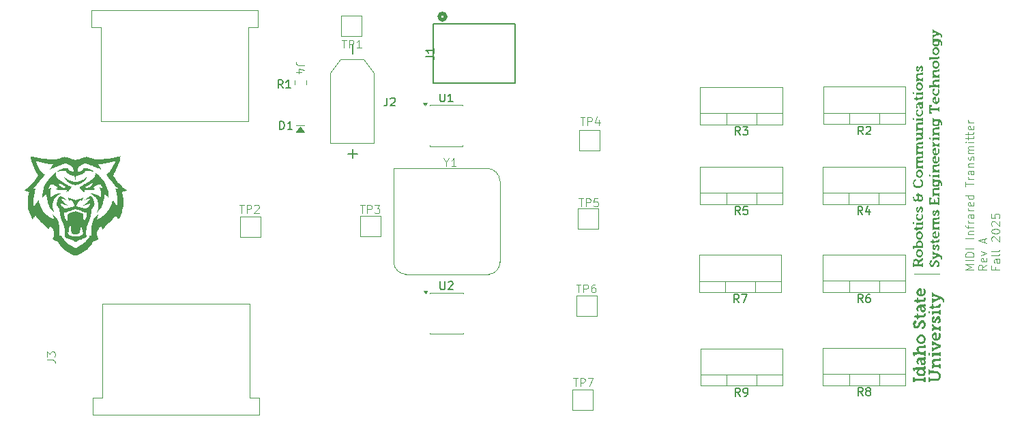
<source format=gbr>
%TF.GenerationSoftware,KiCad,Pcbnew,9.0.5*%
%TF.CreationDate,2025-11-19T13:21:17-07:00*%
%TF.ProjectId,Tx,54782e6b-6963-4616-945f-706362585858,rev?*%
%TF.SameCoordinates,Original*%
%TF.FileFunction,Legend,Top*%
%TF.FilePolarity,Positive*%
%FSLAX46Y46*%
G04 Gerber Fmt 4.6, Leading zero omitted, Abs format (unit mm)*
G04 Created by KiCad (PCBNEW 9.0.5) date 2025-11-19 13:21:17*
%MOMM*%
%LPD*%
G01*
G04 APERTURE LIST*
%ADD10C,0.100000*%
%ADD11C,0.150000*%
%ADD12C,0.120000*%
%ADD13C,0.000000*%
%ADD14C,0.152400*%
%ADD15C,0.508000*%
G04 APERTURE END LIST*
D10*
X205452531Y-116396115D02*
X204452531Y-116396115D01*
X204452531Y-116396115D02*
X205166816Y-116062782D01*
X205166816Y-116062782D02*
X204452531Y-115729449D01*
X204452531Y-115729449D02*
X205452531Y-115729449D01*
X205452531Y-115253258D02*
X204452531Y-115253258D01*
X205452531Y-114777068D02*
X204452531Y-114777068D01*
X204452531Y-114777068D02*
X204452531Y-114538973D01*
X204452531Y-114538973D02*
X204500150Y-114396116D01*
X204500150Y-114396116D02*
X204595388Y-114300878D01*
X204595388Y-114300878D02*
X204690626Y-114253259D01*
X204690626Y-114253259D02*
X204881102Y-114205640D01*
X204881102Y-114205640D02*
X205023959Y-114205640D01*
X205023959Y-114205640D02*
X205214435Y-114253259D01*
X205214435Y-114253259D02*
X205309673Y-114300878D01*
X205309673Y-114300878D02*
X205404912Y-114396116D01*
X205404912Y-114396116D02*
X205452531Y-114538973D01*
X205452531Y-114538973D02*
X205452531Y-114777068D01*
X205452531Y-113777068D02*
X204452531Y-113777068D01*
X205452531Y-112538973D02*
X204452531Y-112538973D01*
X204785864Y-112062783D02*
X205452531Y-112062783D01*
X204881102Y-112062783D02*
X204833483Y-112015164D01*
X204833483Y-112015164D02*
X204785864Y-111919926D01*
X204785864Y-111919926D02*
X204785864Y-111777069D01*
X204785864Y-111777069D02*
X204833483Y-111681831D01*
X204833483Y-111681831D02*
X204928721Y-111634212D01*
X204928721Y-111634212D02*
X205452531Y-111634212D01*
X204785864Y-111300878D02*
X204785864Y-110919926D01*
X205452531Y-111158021D02*
X204595388Y-111158021D01*
X204595388Y-111158021D02*
X204500150Y-111110402D01*
X204500150Y-111110402D02*
X204452531Y-111015164D01*
X204452531Y-111015164D02*
X204452531Y-110919926D01*
X205452531Y-110586592D02*
X204785864Y-110586592D01*
X204976340Y-110586592D02*
X204881102Y-110538973D01*
X204881102Y-110538973D02*
X204833483Y-110491354D01*
X204833483Y-110491354D02*
X204785864Y-110396116D01*
X204785864Y-110396116D02*
X204785864Y-110300878D01*
X205452531Y-109538973D02*
X204928721Y-109538973D01*
X204928721Y-109538973D02*
X204833483Y-109586592D01*
X204833483Y-109586592D02*
X204785864Y-109681830D01*
X204785864Y-109681830D02*
X204785864Y-109872306D01*
X204785864Y-109872306D02*
X204833483Y-109967544D01*
X205404912Y-109538973D02*
X205452531Y-109634211D01*
X205452531Y-109634211D02*
X205452531Y-109872306D01*
X205452531Y-109872306D02*
X205404912Y-109967544D01*
X205404912Y-109967544D02*
X205309673Y-110015163D01*
X205309673Y-110015163D02*
X205214435Y-110015163D01*
X205214435Y-110015163D02*
X205119197Y-109967544D01*
X205119197Y-109967544D02*
X205071578Y-109872306D01*
X205071578Y-109872306D02*
X205071578Y-109634211D01*
X205071578Y-109634211D02*
X205023959Y-109538973D01*
X205452531Y-109062782D02*
X204785864Y-109062782D01*
X204976340Y-109062782D02*
X204881102Y-109015163D01*
X204881102Y-109015163D02*
X204833483Y-108967544D01*
X204833483Y-108967544D02*
X204785864Y-108872306D01*
X204785864Y-108872306D02*
X204785864Y-108777068D01*
X205404912Y-108062782D02*
X205452531Y-108158020D01*
X205452531Y-108158020D02*
X205452531Y-108348496D01*
X205452531Y-108348496D02*
X205404912Y-108443734D01*
X205404912Y-108443734D02*
X205309673Y-108491353D01*
X205309673Y-108491353D02*
X204928721Y-108491353D01*
X204928721Y-108491353D02*
X204833483Y-108443734D01*
X204833483Y-108443734D02*
X204785864Y-108348496D01*
X204785864Y-108348496D02*
X204785864Y-108158020D01*
X204785864Y-108158020D02*
X204833483Y-108062782D01*
X204833483Y-108062782D02*
X204928721Y-108015163D01*
X204928721Y-108015163D02*
X205023959Y-108015163D01*
X205023959Y-108015163D02*
X205119197Y-108491353D01*
X205452531Y-107158020D02*
X204452531Y-107158020D01*
X205404912Y-107158020D02*
X205452531Y-107253258D01*
X205452531Y-107253258D02*
X205452531Y-107443734D01*
X205452531Y-107443734D02*
X205404912Y-107538972D01*
X205404912Y-107538972D02*
X205357292Y-107586591D01*
X205357292Y-107586591D02*
X205262054Y-107634210D01*
X205262054Y-107634210D02*
X204976340Y-107634210D01*
X204976340Y-107634210D02*
X204881102Y-107586591D01*
X204881102Y-107586591D02*
X204833483Y-107538972D01*
X204833483Y-107538972D02*
X204785864Y-107443734D01*
X204785864Y-107443734D02*
X204785864Y-107253258D01*
X204785864Y-107253258D02*
X204833483Y-107158020D01*
X204452531Y-106062781D02*
X204452531Y-105491353D01*
X205452531Y-105777067D02*
X204452531Y-105777067D01*
X205452531Y-105158019D02*
X204785864Y-105158019D01*
X204976340Y-105158019D02*
X204881102Y-105110400D01*
X204881102Y-105110400D02*
X204833483Y-105062781D01*
X204833483Y-105062781D02*
X204785864Y-104967543D01*
X204785864Y-104967543D02*
X204785864Y-104872305D01*
X205452531Y-104110400D02*
X204928721Y-104110400D01*
X204928721Y-104110400D02*
X204833483Y-104158019D01*
X204833483Y-104158019D02*
X204785864Y-104253257D01*
X204785864Y-104253257D02*
X204785864Y-104443733D01*
X204785864Y-104443733D02*
X204833483Y-104538971D01*
X205404912Y-104110400D02*
X205452531Y-104205638D01*
X205452531Y-104205638D02*
X205452531Y-104443733D01*
X205452531Y-104443733D02*
X205404912Y-104538971D01*
X205404912Y-104538971D02*
X205309673Y-104586590D01*
X205309673Y-104586590D02*
X205214435Y-104586590D01*
X205214435Y-104586590D02*
X205119197Y-104538971D01*
X205119197Y-104538971D02*
X205071578Y-104443733D01*
X205071578Y-104443733D02*
X205071578Y-104205638D01*
X205071578Y-104205638D02*
X205023959Y-104110400D01*
X204785864Y-103634209D02*
X205452531Y-103634209D01*
X204881102Y-103634209D02*
X204833483Y-103586590D01*
X204833483Y-103586590D02*
X204785864Y-103491352D01*
X204785864Y-103491352D02*
X204785864Y-103348495D01*
X204785864Y-103348495D02*
X204833483Y-103253257D01*
X204833483Y-103253257D02*
X204928721Y-103205638D01*
X204928721Y-103205638D02*
X205452531Y-103205638D01*
X205404912Y-102777066D02*
X205452531Y-102681828D01*
X205452531Y-102681828D02*
X205452531Y-102491352D01*
X205452531Y-102491352D02*
X205404912Y-102396114D01*
X205404912Y-102396114D02*
X205309673Y-102348495D01*
X205309673Y-102348495D02*
X205262054Y-102348495D01*
X205262054Y-102348495D02*
X205166816Y-102396114D01*
X205166816Y-102396114D02*
X205119197Y-102491352D01*
X205119197Y-102491352D02*
X205119197Y-102634209D01*
X205119197Y-102634209D02*
X205071578Y-102729447D01*
X205071578Y-102729447D02*
X204976340Y-102777066D01*
X204976340Y-102777066D02*
X204928721Y-102777066D01*
X204928721Y-102777066D02*
X204833483Y-102729447D01*
X204833483Y-102729447D02*
X204785864Y-102634209D01*
X204785864Y-102634209D02*
X204785864Y-102491352D01*
X204785864Y-102491352D02*
X204833483Y-102396114D01*
X205452531Y-101919923D02*
X204785864Y-101919923D01*
X204881102Y-101919923D02*
X204833483Y-101872304D01*
X204833483Y-101872304D02*
X204785864Y-101777066D01*
X204785864Y-101777066D02*
X204785864Y-101634209D01*
X204785864Y-101634209D02*
X204833483Y-101538971D01*
X204833483Y-101538971D02*
X204928721Y-101491352D01*
X204928721Y-101491352D02*
X205452531Y-101491352D01*
X204928721Y-101491352D02*
X204833483Y-101443733D01*
X204833483Y-101443733D02*
X204785864Y-101348495D01*
X204785864Y-101348495D02*
X204785864Y-101205638D01*
X204785864Y-101205638D02*
X204833483Y-101110399D01*
X204833483Y-101110399D02*
X204928721Y-101062780D01*
X204928721Y-101062780D02*
X205452531Y-101062780D01*
X205452531Y-100586590D02*
X204785864Y-100586590D01*
X204452531Y-100586590D02*
X204500150Y-100634209D01*
X204500150Y-100634209D02*
X204547769Y-100586590D01*
X204547769Y-100586590D02*
X204500150Y-100538971D01*
X204500150Y-100538971D02*
X204452531Y-100586590D01*
X204452531Y-100586590D02*
X204547769Y-100586590D01*
X204785864Y-100253257D02*
X204785864Y-99872305D01*
X204452531Y-100110400D02*
X205309673Y-100110400D01*
X205309673Y-100110400D02*
X205404912Y-100062781D01*
X205404912Y-100062781D02*
X205452531Y-99967543D01*
X205452531Y-99967543D02*
X205452531Y-99872305D01*
X204785864Y-99681828D02*
X204785864Y-99300876D01*
X204452531Y-99538971D02*
X205309673Y-99538971D01*
X205309673Y-99538971D02*
X205404912Y-99491352D01*
X205404912Y-99491352D02*
X205452531Y-99396114D01*
X205452531Y-99396114D02*
X205452531Y-99300876D01*
X205404912Y-98586590D02*
X205452531Y-98681828D01*
X205452531Y-98681828D02*
X205452531Y-98872304D01*
X205452531Y-98872304D02*
X205404912Y-98967542D01*
X205404912Y-98967542D02*
X205309673Y-99015161D01*
X205309673Y-99015161D02*
X204928721Y-99015161D01*
X204928721Y-99015161D02*
X204833483Y-98967542D01*
X204833483Y-98967542D02*
X204785864Y-98872304D01*
X204785864Y-98872304D02*
X204785864Y-98681828D01*
X204785864Y-98681828D02*
X204833483Y-98586590D01*
X204833483Y-98586590D02*
X204928721Y-98538971D01*
X204928721Y-98538971D02*
X205023959Y-98538971D01*
X205023959Y-98538971D02*
X205119197Y-99015161D01*
X205452531Y-98110399D02*
X204785864Y-98110399D01*
X204976340Y-98110399D02*
X204881102Y-98062780D01*
X204881102Y-98062780D02*
X204833483Y-98015161D01*
X204833483Y-98015161D02*
X204785864Y-97919923D01*
X204785864Y-97919923D02*
X204785864Y-97824685D01*
X207062475Y-115824687D02*
X206586284Y-116158020D01*
X207062475Y-116396115D02*
X206062475Y-116396115D01*
X206062475Y-116396115D02*
X206062475Y-116015163D01*
X206062475Y-116015163D02*
X206110094Y-115919925D01*
X206110094Y-115919925D02*
X206157713Y-115872306D01*
X206157713Y-115872306D02*
X206252951Y-115824687D01*
X206252951Y-115824687D02*
X206395808Y-115824687D01*
X206395808Y-115824687D02*
X206491046Y-115872306D01*
X206491046Y-115872306D02*
X206538665Y-115919925D01*
X206538665Y-115919925D02*
X206586284Y-116015163D01*
X206586284Y-116015163D02*
X206586284Y-116396115D01*
X207014856Y-115015163D02*
X207062475Y-115110401D01*
X207062475Y-115110401D02*
X207062475Y-115300877D01*
X207062475Y-115300877D02*
X207014856Y-115396115D01*
X207014856Y-115396115D02*
X206919617Y-115443734D01*
X206919617Y-115443734D02*
X206538665Y-115443734D01*
X206538665Y-115443734D02*
X206443427Y-115396115D01*
X206443427Y-115396115D02*
X206395808Y-115300877D01*
X206395808Y-115300877D02*
X206395808Y-115110401D01*
X206395808Y-115110401D02*
X206443427Y-115015163D01*
X206443427Y-115015163D02*
X206538665Y-114967544D01*
X206538665Y-114967544D02*
X206633903Y-114967544D01*
X206633903Y-114967544D02*
X206729141Y-115443734D01*
X206395808Y-114634210D02*
X207062475Y-114396115D01*
X207062475Y-114396115D02*
X206395808Y-114158020D01*
X206776760Y-113062781D02*
X206776760Y-112586591D01*
X207062475Y-113158019D02*
X206062475Y-112824686D01*
X206062475Y-112824686D02*
X207062475Y-112491353D01*
X208148609Y-116062782D02*
X208148609Y-116396115D01*
X208672419Y-116396115D02*
X207672419Y-116396115D01*
X207672419Y-116396115D02*
X207672419Y-115919925D01*
X208672419Y-115110401D02*
X208148609Y-115110401D01*
X208148609Y-115110401D02*
X208053371Y-115158020D01*
X208053371Y-115158020D02*
X208005752Y-115253258D01*
X208005752Y-115253258D02*
X208005752Y-115443734D01*
X208005752Y-115443734D02*
X208053371Y-115538972D01*
X208624800Y-115110401D02*
X208672419Y-115205639D01*
X208672419Y-115205639D02*
X208672419Y-115443734D01*
X208672419Y-115443734D02*
X208624800Y-115538972D01*
X208624800Y-115538972D02*
X208529561Y-115586591D01*
X208529561Y-115586591D02*
X208434323Y-115586591D01*
X208434323Y-115586591D02*
X208339085Y-115538972D01*
X208339085Y-115538972D02*
X208291466Y-115443734D01*
X208291466Y-115443734D02*
X208291466Y-115205639D01*
X208291466Y-115205639D02*
X208243847Y-115110401D01*
X208672419Y-114491353D02*
X208624800Y-114586591D01*
X208624800Y-114586591D02*
X208529561Y-114634210D01*
X208529561Y-114634210D02*
X207672419Y-114634210D01*
X208672419Y-113967543D02*
X208624800Y-114062781D01*
X208624800Y-114062781D02*
X208529561Y-114110400D01*
X208529561Y-114110400D02*
X207672419Y-114110400D01*
X207767657Y-112872304D02*
X207720038Y-112824685D01*
X207720038Y-112824685D02*
X207672419Y-112729447D01*
X207672419Y-112729447D02*
X207672419Y-112491352D01*
X207672419Y-112491352D02*
X207720038Y-112396114D01*
X207720038Y-112396114D02*
X207767657Y-112348495D01*
X207767657Y-112348495D02*
X207862895Y-112300876D01*
X207862895Y-112300876D02*
X207958133Y-112300876D01*
X207958133Y-112300876D02*
X208100990Y-112348495D01*
X208100990Y-112348495D02*
X208672419Y-112919923D01*
X208672419Y-112919923D02*
X208672419Y-112300876D01*
X207672419Y-111681828D02*
X207672419Y-111586590D01*
X207672419Y-111586590D02*
X207720038Y-111491352D01*
X207720038Y-111491352D02*
X207767657Y-111443733D01*
X207767657Y-111443733D02*
X207862895Y-111396114D01*
X207862895Y-111396114D02*
X208053371Y-111348495D01*
X208053371Y-111348495D02*
X208291466Y-111348495D01*
X208291466Y-111348495D02*
X208481942Y-111396114D01*
X208481942Y-111396114D02*
X208577180Y-111443733D01*
X208577180Y-111443733D02*
X208624800Y-111491352D01*
X208624800Y-111491352D02*
X208672419Y-111586590D01*
X208672419Y-111586590D02*
X208672419Y-111681828D01*
X208672419Y-111681828D02*
X208624800Y-111777066D01*
X208624800Y-111777066D02*
X208577180Y-111824685D01*
X208577180Y-111824685D02*
X208481942Y-111872304D01*
X208481942Y-111872304D02*
X208291466Y-111919923D01*
X208291466Y-111919923D02*
X208053371Y-111919923D01*
X208053371Y-111919923D02*
X207862895Y-111872304D01*
X207862895Y-111872304D02*
X207767657Y-111824685D01*
X207767657Y-111824685D02*
X207720038Y-111777066D01*
X207720038Y-111777066D02*
X207672419Y-111681828D01*
X207767657Y-110967542D02*
X207720038Y-110919923D01*
X207720038Y-110919923D02*
X207672419Y-110824685D01*
X207672419Y-110824685D02*
X207672419Y-110586590D01*
X207672419Y-110586590D02*
X207720038Y-110491352D01*
X207720038Y-110491352D02*
X207767657Y-110443733D01*
X207767657Y-110443733D02*
X207862895Y-110396114D01*
X207862895Y-110396114D02*
X207958133Y-110396114D01*
X207958133Y-110396114D02*
X208100990Y-110443733D01*
X208100990Y-110443733D02*
X208672419Y-111015161D01*
X208672419Y-111015161D02*
X208672419Y-110396114D01*
X207672419Y-109491352D02*
X207672419Y-109967542D01*
X207672419Y-109967542D02*
X208148609Y-110015161D01*
X208148609Y-110015161D02*
X208100990Y-109967542D01*
X208100990Y-109967542D02*
X208053371Y-109872304D01*
X208053371Y-109872304D02*
X208053371Y-109634209D01*
X208053371Y-109634209D02*
X208100990Y-109538971D01*
X208100990Y-109538971D02*
X208148609Y-109491352D01*
X208148609Y-109491352D02*
X208243847Y-109443733D01*
X208243847Y-109443733D02*
X208481942Y-109443733D01*
X208481942Y-109443733D02*
X208577180Y-109491352D01*
X208577180Y-109491352D02*
X208624800Y-109538971D01*
X208624800Y-109538971D02*
X208672419Y-109634209D01*
X208672419Y-109634209D02*
X208672419Y-109872304D01*
X208672419Y-109872304D02*
X208624800Y-109967542D01*
X208624800Y-109967542D02*
X208577180Y-110015161D01*
X90459919Y-127624833D02*
X91174204Y-127624833D01*
X91174204Y-127624833D02*
X91317061Y-127672452D01*
X91317061Y-127672452D02*
X91412300Y-127767690D01*
X91412300Y-127767690D02*
X91459919Y-127910547D01*
X91459919Y-127910547D02*
X91459919Y-128005785D01*
X90459919Y-127243880D02*
X90459919Y-126624833D01*
X90459919Y-126624833D02*
X90840871Y-126958166D01*
X90840871Y-126958166D02*
X90840871Y-126815309D01*
X90840871Y-126815309D02*
X90888490Y-126720071D01*
X90888490Y-126720071D02*
X90936109Y-126672452D01*
X90936109Y-126672452D02*
X91031347Y-126624833D01*
X91031347Y-126624833D02*
X91269442Y-126624833D01*
X91269442Y-126624833D02*
X91364680Y-126672452D01*
X91364680Y-126672452D02*
X91412300Y-126720071D01*
X91412300Y-126720071D02*
X91459919Y-126815309D01*
X91459919Y-126815309D02*
X91459919Y-127101023D01*
X91459919Y-127101023D02*
X91412300Y-127196261D01*
X91412300Y-127196261D02*
X91364680Y-127243880D01*
X156138095Y-118257419D02*
X156709523Y-118257419D01*
X156423809Y-119257419D02*
X156423809Y-118257419D01*
X157042857Y-119257419D02*
X157042857Y-118257419D01*
X157042857Y-118257419D02*
X157423809Y-118257419D01*
X157423809Y-118257419D02*
X157519047Y-118305038D01*
X157519047Y-118305038D02*
X157566666Y-118352657D01*
X157566666Y-118352657D02*
X157614285Y-118447895D01*
X157614285Y-118447895D02*
X157614285Y-118590752D01*
X157614285Y-118590752D02*
X157566666Y-118685990D01*
X157566666Y-118685990D02*
X157519047Y-118733609D01*
X157519047Y-118733609D02*
X157423809Y-118781228D01*
X157423809Y-118781228D02*
X157042857Y-118781228D01*
X158471428Y-118257419D02*
X158280952Y-118257419D01*
X158280952Y-118257419D02*
X158185714Y-118305038D01*
X158185714Y-118305038D02*
X158138095Y-118352657D01*
X158138095Y-118352657D02*
X158042857Y-118495514D01*
X158042857Y-118495514D02*
X157995238Y-118685990D01*
X157995238Y-118685990D02*
X157995238Y-119066942D01*
X157995238Y-119066942D02*
X158042857Y-119162180D01*
X158042857Y-119162180D02*
X158090476Y-119209800D01*
X158090476Y-119209800D02*
X158185714Y-119257419D01*
X158185714Y-119257419D02*
X158376190Y-119257419D01*
X158376190Y-119257419D02*
X158471428Y-119209800D01*
X158471428Y-119209800D02*
X158519047Y-119162180D01*
X158519047Y-119162180D02*
X158566666Y-119066942D01*
X158566666Y-119066942D02*
X158566666Y-118828847D01*
X158566666Y-118828847D02*
X158519047Y-118733609D01*
X158519047Y-118733609D02*
X158471428Y-118685990D01*
X158471428Y-118685990D02*
X158376190Y-118638371D01*
X158376190Y-118638371D02*
X158185714Y-118638371D01*
X158185714Y-118638371D02*
X158090476Y-118685990D01*
X158090476Y-118685990D02*
X158042857Y-118733609D01*
X158042857Y-118733609D02*
X157995238Y-118828847D01*
D11*
X132666666Y-95054819D02*
X132666666Y-95769104D01*
X132666666Y-95769104D02*
X132619047Y-95911961D01*
X132619047Y-95911961D02*
X132523809Y-96007200D01*
X132523809Y-96007200D02*
X132380952Y-96054819D01*
X132380952Y-96054819D02*
X132285714Y-96054819D01*
X133095238Y-95150057D02*
X133142857Y-95102438D01*
X133142857Y-95102438D02*
X133238095Y-95054819D01*
X133238095Y-95054819D02*
X133476190Y-95054819D01*
X133476190Y-95054819D02*
X133571428Y-95102438D01*
X133571428Y-95102438D02*
X133619047Y-95150057D01*
X133619047Y-95150057D02*
X133666666Y-95245295D01*
X133666666Y-95245295D02*
X133666666Y-95340533D01*
X133666666Y-95340533D02*
X133619047Y-95483390D01*
X133619047Y-95483390D02*
X133047619Y-96054819D01*
X133047619Y-96054819D02*
X133666666Y-96054819D01*
X128414700Y-89571428D02*
X128414700Y-88428571D01*
X128414700Y-102571428D02*
X128414700Y-101428571D01*
X128986128Y-101999999D02*
X127843271Y-101999999D01*
D10*
X127038095Y-87857419D02*
X127609523Y-87857419D01*
X127323809Y-88857419D02*
X127323809Y-87857419D01*
X127942857Y-88857419D02*
X127942857Y-87857419D01*
X127942857Y-87857419D02*
X128323809Y-87857419D01*
X128323809Y-87857419D02*
X128419047Y-87905038D01*
X128419047Y-87905038D02*
X128466666Y-87952657D01*
X128466666Y-87952657D02*
X128514285Y-88047895D01*
X128514285Y-88047895D02*
X128514285Y-88190752D01*
X128514285Y-88190752D02*
X128466666Y-88285990D01*
X128466666Y-88285990D02*
X128419047Y-88333609D01*
X128419047Y-88333609D02*
X128323809Y-88381228D01*
X128323809Y-88381228D02*
X127942857Y-88381228D01*
X129466666Y-88857419D02*
X128895238Y-88857419D01*
X129180952Y-88857419D02*
X129180952Y-87857419D01*
X129180952Y-87857419D02*
X129085714Y-88000276D01*
X129085714Y-88000276D02*
X128990476Y-88095514D01*
X128990476Y-88095514D02*
X128895238Y-88143133D01*
D11*
X176333333Y-120504819D02*
X176000000Y-120028628D01*
X175761905Y-120504819D02*
X175761905Y-119504819D01*
X175761905Y-119504819D02*
X176142857Y-119504819D01*
X176142857Y-119504819D02*
X176238095Y-119552438D01*
X176238095Y-119552438D02*
X176285714Y-119600057D01*
X176285714Y-119600057D02*
X176333333Y-119695295D01*
X176333333Y-119695295D02*
X176333333Y-119838152D01*
X176333333Y-119838152D02*
X176285714Y-119933390D01*
X176285714Y-119933390D02*
X176238095Y-119981009D01*
X176238095Y-119981009D02*
X176142857Y-120028628D01*
X176142857Y-120028628D02*
X175761905Y-120028628D01*
X176666667Y-119504819D02*
X177333333Y-119504819D01*
X177333333Y-119504819D02*
X176904762Y-120504819D01*
D10*
X129308095Y-108407419D02*
X129879523Y-108407419D01*
X129593809Y-109407419D02*
X129593809Y-108407419D01*
X130212857Y-109407419D02*
X130212857Y-108407419D01*
X130212857Y-108407419D02*
X130593809Y-108407419D01*
X130593809Y-108407419D02*
X130689047Y-108455038D01*
X130689047Y-108455038D02*
X130736666Y-108502657D01*
X130736666Y-108502657D02*
X130784285Y-108597895D01*
X130784285Y-108597895D02*
X130784285Y-108740752D01*
X130784285Y-108740752D02*
X130736666Y-108835990D01*
X130736666Y-108835990D02*
X130689047Y-108883609D01*
X130689047Y-108883609D02*
X130593809Y-108931228D01*
X130593809Y-108931228D02*
X130212857Y-108931228D01*
X131117619Y-108407419D02*
X131736666Y-108407419D01*
X131736666Y-108407419D02*
X131403333Y-108788371D01*
X131403333Y-108788371D02*
X131546190Y-108788371D01*
X131546190Y-108788371D02*
X131641428Y-108835990D01*
X131641428Y-108835990D02*
X131689047Y-108883609D01*
X131689047Y-108883609D02*
X131736666Y-108978847D01*
X131736666Y-108978847D02*
X131736666Y-109216942D01*
X131736666Y-109216942D02*
X131689047Y-109312180D01*
X131689047Y-109312180D02*
X131641428Y-109359800D01*
X131641428Y-109359800D02*
X131546190Y-109407419D01*
X131546190Y-109407419D02*
X131260476Y-109407419D01*
X131260476Y-109407419D02*
X131165238Y-109359800D01*
X131165238Y-109359800D02*
X131117619Y-109312180D01*
D11*
X119733333Y-93838597D02*
X119400000Y-93362406D01*
X119161905Y-93838597D02*
X119161905Y-92838597D01*
X119161905Y-92838597D02*
X119542857Y-92838597D01*
X119542857Y-92838597D02*
X119638095Y-92886216D01*
X119638095Y-92886216D02*
X119685714Y-92933835D01*
X119685714Y-92933835D02*
X119733333Y-93029073D01*
X119733333Y-93029073D02*
X119733333Y-93171930D01*
X119733333Y-93171930D02*
X119685714Y-93267168D01*
X119685714Y-93267168D02*
X119638095Y-93314787D01*
X119638095Y-93314787D02*
X119542857Y-93362406D01*
X119542857Y-93362406D02*
X119161905Y-93362406D01*
X120685714Y-93838597D02*
X120114286Y-93838597D01*
X120400000Y-93838597D02*
X120400000Y-92838597D01*
X120400000Y-92838597D02*
X120304762Y-92981454D01*
X120304762Y-92981454D02*
X120209524Y-93076692D01*
X120209524Y-93076692D02*
X120114286Y-93124311D01*
X139263095Y-117889819D02*
X139263095Y-118699342D01*
X139263095Y-118699342D02*
X139310714Y-118794580D01*
X139310714Y-118794580D02*
X139358333Y-118842200D01*
X139358333Y-118842200D02*
X139453571Y-118889819D01*
X139453571Y-118889819D02*
X139644047Y-118889819D01*
X139644047Y-118889819D02*
X139739285Y-118842200D01*
X139739285Y-118842200D02*
X139786904Y-118794580D01*
X139786904Y-118794580D02*
X139834523Y-118699342D01*
X139834523Y-118699342D02*
X139834523Y-117889819D01*
X140263095Y-117985057D02*
X140310714Y-117937438D01*
X140310714Y-117937438D02*
X140405952Y-117889819D01*
X140405952Y-117889819D02*
X140644047Y-117889819D01*
X140644047Y-117889819D02*
X140739285Y-117937438D01*
X140739285Y-117937438D02*
X140786904Y-117985057D01*
X140786904Y-117985057D02*
X140834523Y-118080295D01*
X140834523Y-118080295D02*
X140834523Y-118175533D01*
X140834523Y-118175533D02*
X140786904Y-118318390D01*
X140786904Y-118318390D02*
X140215476Y-118889819D01*
X140215476Y-118889819D02*
X140834523Y-118889819D01*
D10*
X155758095Y-129917419D02*
X156329523Y-129917419D01*
X156043809Y-130917419D02*
X156043809Y-129917419D01*
X156662857Y-130917419D02*
X156662857Y-129917419D01*
X156662857Y-129917419D02*
X157043809Y-129917419D01*
X157043809Y-129917419D02*
X157139047Y-129965038D01*
X157139047Y-129965038D02*
X157186666Y-130012657D01*
X157186666Y-130012657D02*
X157234285Y-130107895D01*
X157234285Y-130107895D02*
X157234285Y-130250752D01*
X157234285Y-130250752D02*
X157186666Y-130345990D01*
X157186666Y-130345990D02*
X157139047Y-130393609D01*
X157139047Y-130393609D02*
X157043809Y-130441228D01*
X157043809Y-130441228D02*
X156662857Y-130441228D01*
X157567619Y-129917419D02*
X158234285Y-129917419D01*
X158234285Y-129917419D02*
X157805714Y-130917419D01*
X140023809Y-103081228D02*
X140023809Y-103557419D01*
X139690476Y-102557419D02*
X140023809Y-103081228D01*
X140023809Y-103081228D02*
X140357142Y-102557419D01*
X141214285Y-103557419D02*
X140642857Y-103557419D01*
X140928571Y-103557419D02*
X140928571Y-102557419D01*
X140928571Y-102557419D02*
X140833333Y-102700276D01*
X140833333Y-102700276D02*
X140738095Y-102795514D01*
X140738095Y-102795514D02*
X140642857Y-102843133D01*
D11*
X176473333Y-109554819D02*
X176140000Y-109078628D01*
X175901905Y-109554819D02*
X175901905Y-108554819D01*
X175901905Y-108554819D02*
X176282857Y-108554819D01*
X176282857Y-108554819D02*
X176378095Y-108602438D01*
X176378095Y-108602438D02*
X176425714Y-108650057D01*
X176425714Y-108650057D02*
X176473333Y-108745295D01*
X176473333Y-108745295D02*
X176473333Y-108888152D01*
X176473333Y-108888152D02*
X176425714Y-108983390D01*
X176425714Y-108983390D02*
X176378095Y-109031009D01*
X176378095Y-109031009D02*
X176282857Y-109078628D01*
X176282857Y-109078628D02*
X175901905Y-109078628D01*
X177378095Y-108554819D02*
X176901905Y-108554819D01*
X176901905Y-108554819D02*
X176854286Y-109031009D01*
X176854286Y-109031009D02*
X176901905Y-108983390D01*
X176901905Y-108983390D02*
X176997143Y-108935771D01*
X176997143Y-108935771D02*
X177235238Y-108935771D01*
X177235238Y-108935771D02*
X177330476Y-108983390D01*
X177330476Y-108983390D02*
X177378095Y-109031009D01*
X177378095Y-109031009D02*
X177425714Y-109126247D01*
X177425714Y-109126247D02*
X177425714Y-109364342D01*
X177425714Y-109364342D02*
X177378095Y-109459580D01*
X177378095Y-109459580D02*
X177330476Y-109507200D01*
X177330476Y-109507200D02*
X177235238Y-109554819D01*
X177235238Y-109554819D02*
X176997143Y-109554819D01*
X176997143Y-109554819D02*
X176901905Y-109507200D01*
X176901905Y-109507200D02*
X176854286Y-109459580D01*
D10*
X114338095Y-108357419D02*
X114909523Y-108357419D01*
X114623809Y-109357419D02*
X114623809Y-108357419D01*
X115242857Y-109357419D02*
X115242857Y-108357419D01*
X115242857Y-108357419D02*
X115623809Y-108357419D01*
X115623809Y-108357419D02*
X115719047Y-108405038D01*
X115719047Y-108405038D02*
X115766666Y-108452657D01*
X115766666Y-108452657D02*
X115814285Y-108547895D01*
X115814285Y-108547895D02*
X115814285Y-108690752D01*
X115814285Y-108690752D02*
X115766666Y-108785990D01*
X115766666Y-108785990D02*
X115719047Y-108833609D01*
X115719047Y-108833609D02*
X115623809Y-108881228D01*
X115623809Y-108881228D02*
X115242857Y-108881228D01*
X116195238Y-108452657D02*
X116242857Y-108405038D01*
X116242857Y-108405038D02*
X116338095Y-108357419D01*
X116338095Y-108357419D02*
X116576190Y-108357419D01*
X116576190Y-108357419D02*
X116671428Y-108405038D01*
X116671428Y-108405038D02*
X116719047Y-108452657D01*
X116719047Y-108452657D02*
X116766666Y-108547895D01*
X116766666Y-108547895D02*
X116766666Y-108643133D01*
X116766666Y-108643133D02*
X116719047Y-108785990D01*
X116719047Y-108785990D02*
X116147619Y-109357419D01*
X116147619Y-109357419D02*
X116766666Y-109357419D01*
D11*
X191733333Y-99604819D02*
X191400000Y-99128628D01*
X191161905Y-99604819D02*
X191161905Y-98604819D01*
X191161905Y-98604819D02*
X191542857Y-98604819D01*
X191542857Y-98604819D02*
X191638095Y-98652438D01*
X191638095Y-98652438D02*
X191685714Y-98700057D01*
X191685714Y-98700057D02*
X191733333Y-98795295D01*
X191733333Y-98795295D02*
X191733333Y-98938152D01*
X191733333Y-98938152D02*
X191685714Y-99033390D01*
X191685714Y-99033390D02*
X191638095Y-99081009D01*
X191638095Y-99081009D02*
X191542857Y-99128628D01*
X191542857Y-99128628D02*
X191161905Y-99128628D01*
X192114286Y-98700057D02*
X192161905Y-98652438D01*
X192161905Y-98652438D02*
X192257143Y-98604819D01*
X192257143Y-98604819D02*
X192495238Y-98604819D01*
X192495238Y-98604819D02*
X192590476Y-98652438D01*
X192590476Y-98652438D02*
X192638095Y-98700057D01*
X192638095Y-98700057D02*
X192685714Y-98795295D01*
X192685714Y-98795295D02*
X192685714Y-98890533D01*
X192685714Y-98890533D02*
X192638095Y-99033390D01*
X192638095Y-99033390D02*
X192066667Y-99604819D01*
X192066667Y-99604819D02*
X192685714Y-99604819D01*
D10*
X156638095Y-97457419D02*
X157209523Y-97457419D01*
X156923809Y-98457419D02*
X156923809Y-97457419D01*
X157542857Y-98457419D02*
X157542857Y-97457419D01*
X157542857Y-97457419D02*
X157923809Y-97457419D01*
X157923809Y-97457419D02*
X158019047Y-97505038D01*
X158019047Y-97505038D02*
X158066666Y-97552657D01*
X158066666Y-97552657D02*
X158114285Y-97647895D01*
X158114285Y-97647895D02*
X158114285Y-97790752D01*
X158114285Y-97790752D02*
X158066666Y-97885990D01*
X158066666Y-97885990D02*
X158019047Y-97933609D01*
X158019047Y-97933609D02*
X157923809Y-97981228D01*
X157923809Y-97981228D02*
X157542857Y-97981228D01*
X158971428Y-97790752D02*
X158971428Y-98457419D01*
X158733333Y-97409800D02*
X158495238Y-98124085D01*
X158495238Y-98124085D02*
X159114285Y-98124085D01*
D11*
X191714406Y-132086848D02*
X191381073Y-131610657D01*
X191142978Y-132086848D02*
X191142978Y-131086848D01*
X191142978Y-131086848D02*
X191523930Y-131086848D01*
X191523930Y-131086848D02*
X191619168Y-131134467D01*
X191619168Y-131134467D02*
X191666787Y-131182086D01*
X191666787Y-131182086D02*
X191714406Y-131277324D01*
X191714406Y-131277324D02*
X191714406Y-131420181D01*
X191714406Y-131420181D02*
X191666787Y-131515419D01*
X191666787Y-131515419D02*
X191619168Y-131563038D01*
X191619168Y-131563038D02*
X191523930Y-131610657D01*
X191523930Y-131610657D02*
X191142978Y-131610657D01*
X192285835Y-131515419D02*
X192190597Y-131467800D01*
X192190597Y-131467800D02*
X192142978Y-131420181D01*
X192142978Y-131420181D02*
X192095359Y-131324943D01*
X192095359Y-131324943D02*
X192095359Y-131277324D01*
X192095359Y-131277324D02*
X192142978Y-131182086D01*
X192142978Y-131182086D02*
X192190597Y-131134467D01*
X192190597Y-131134467D02*
X192285835Y-131086848D01*
X192285835Y-131086848D02*
X192476311Y-131086848D01*
X192476311Y-131086848D02*
X192571549Y-131134467D01*
X192571549Y-131134467D02*
X192619168Y-131182086D01*
X192619168Y-131182086D02*
X192666787Y-131277324D01*
X192666787Y-131277324D02*
X192666787Y-131324943D01*
X192666787Y-131324943D02*
X192619168Y-131420181D01*
X192619168Y-131420181D02*
X192571549Y-131467800D01*
X192571549Y-131467800D02*
X192476311Y-131515419D01*
X192476311Y-131515419D02*
X192285835Y-131515419D01*
X192285835Y-131515419D02*
X192190597Y-131563038D01*
X192190597Y-131563038D02*
X192142978Y-131610657D01*
X192142978Y-131610657D02*
X192095359Y-131705895D01*
X192095359Y-131705895D02*
X192095359Y-131896371D01*
X192095359Y-131896371D02*
X192142978Y-131991609D01*
X192142978Y-131991609D02*
X192190597Y-132039229D01*
X192190597Y-132039229D02*
X192285835Y-132086848D01*
X192285835Y-132086848D02*
X192476311Y-132086848D01*
X192476311Y-132086848D02*
X192571549Y-132039229D01*
X192571549Y-132039229D02*
X192619168Y-131991609D01*
X192619168Y-131991609D02*
X192666787Y-131896371D01*
X192666787Y-131896371D02*
X192666787Y-131705895D01*
X192666787Y-131705895D02*
X192619168Y-131610657D01*
X192619168Y-131610657D02*
X192571549Y-131563038D01*
X192571549Y-131563038D02*
X192476311Y-131515419D01*
X191705851Y-120486213D02*
X191372518Y-120010022D01*
X191134423Y-120486213D02*
X191134423Y-119486213D01*
X191134423Y-119486213D02*
X191515375Y-119486213D01*
X191515375Y-119486213D02*
X191610613Y-119533832D01*
X191610613Y-119533832D02*
X191658232Y-119581451D01*
X191658232Y-119581451D02*
X191705851Y-119676689D01*
X191705851Y-119676689D02*
X191705851Y-119819546D01*
X191705851Y-119819546D02*
X191658232Y-119914784D01*
X191658232Y-119914784D02*
X191610613Y-119962403D01*
X191610613Y-119962403D02*
X191515375Y-120010022D01*
X191515375Y-120010022D02*
X191134423Y-120010022D01*
X192562994Y-119486213D02*
X192372518Y-119486213D01*
X192372518Y-119486213D02*
X192277280Y-119533832D01*
X192277280Y-119533832D02*
X192229661Y-119581451D01*
X192229661Y-119581451D02*
X192134423Y-119724308D01*
X192134423Y-119724308D02*
X192086804Y-119914784D01*
X192086804Y-119914784D02*
X192086804Y-120295736D01*
X192086804Y-120295736D02*
X192134423Y-120390974D01*
X192134423Y-120390974D02*
X192182042Y-120438594D01*
X192182042Y-120438594D02*
X192277280Y-120486213D01*
X192277280Y-120486213D02*
X192467756Y-120486213D01*
X192467756Y-120486213D02*
X192562994Y-120438594D01*
X192562994Y-120438594D02*
X192610613Y-120390974D01*
X192610613Y-120390974D02*
X192658232Y-120295736D01*
X192658232Y-120295736D02*
X192658232Y-120057641D01*
X192658232Y-120057641D02*
X192610613Y-119962403D01*
X192610613Y-119962403D02*
X192562994Y-119914784D01*
X192562994Y-119914784D02*
X192467756Y-119867165D01*
X192467756Y-119867165D02*
X192277280Y-119867165D01*
X192277280Y-119867165D02*
X192182042Y-119914784D01*
X192182042Y-119914784D02*
X192134423Y-119962403D01*
X192134423Y-119962403D02*
X192086804Y-120057641D01*
X139238095Y-94554819D02*
X139238095Y-95364342D01*
X139238095Y-95364342D02*
X139285714Y-95459580D01*
X139285714Y-95459580D02*
X139333333Y-95507200D01*
X139333333Y-95507200D02*
X139428571Y-95554819D01*
X139428571Y-95554819D02*
X139619047Y-95554819D01*
X139619047Y-95554819D02*
X139714285Y-95507200D01*
X139714285Y-95507200D02*
X139761904Y-95459580D01*
X139761904Y-95459580D02*
X139809523Y-95364342D01*
X139809523Y-95364342D02*
X139809523Y-94554819D01*
X140809523Y-95554819D02*
X140238095Y-95554819D01*
X140523809Y-95554819D02*
X140523809Y-94554819D01*
X140523809Y-94554819D02*
X140428571Y-94697676D01*
X140428571Y-94697676D02*
X140333333Y-94792914D01*
X140333333Y-94792914D02*
X140238095Y-94840533D01*
X176473333Y-99654819D02*
X176140000Y-99178628D01*
X175901905Y-99654819D02*
X175901905Y-98654819D01*
X175901905Y-98654819D02*
X176282857Y-98654819D01*
X176282857Y-98654819D02*
X176378095Y-98702438D01*
X176378095Y-98702438D02*
X176425714Y-98750057D01*
X176425714Y-98750057D02*
X176473333Y-98845295D01*
X176473333Y-98845295D02*
X176473333Y-98988152D01*
X176473333Y-98988152D02*
X176425714Y-99083390D01*
X176425714Y-99083390D02*
X176378095Y-99131009D01*
X176378095Y-99131009D02*
X176282857Y-99178628D01*
X176282857Y-99178628D02*
X175901905Y-99178628D01*
X176806667Y-98654819D02*
X177425714Y-98654819D01*
X177425714Y-98654819D02*
X177092381Y-99035771D01*
X177092381Y-99035771D02*
X177235238Y-99035771D01*
X177235238Y-99035771D02*
X177330476Y-99083390D01*
X177330476Y-99083390D02*
X177378095Y-99131009D01*
X177378095Y-99131009D02*
X177425714Y-99226247D01*
X177425714Y-99226247D02*
X177425714Y-99464342D01*
X177425714Y-99464342D02*
X177378095Y-99559580D01*
X177378095Y-99559580D02*
X177330476Y-99607200D01*
X177330476Y-99607200D02*
X177235238Y-99654819D01*
X177235238Y-99654819D02*
X176949524Y-99654819D01*
X176949524Y-99654819D02*
X176854286Y-99607200D01*
X176854286Y-99607200D02*
X176806667Y-99559580D01*
D10*
X156438095Y-107557419D02*
X157009523Y-107557419D01*
X156723809Y-108557419D02*
X156723809Y-107557419D01*
X157342857Y-108557419D02*
X157342857Y-107557419D01*
X157342857Y-107557419D02*
X157723809Y-107557419D01*
X157723809Y-107557419D02*
X157819047Y-107605038D01*
X157819047Y-107605038D02*
X157866666Y-107652657D01*
X157866666Y-107652657D02*
X157914285Y-107747895D01*
X157914285Y-107747895D02*
X157914285Y-107890752D01*
X157914285Y-107890752D02*
X157866666Y-107985990D01*
X157866666Y-107985990D02*
X157819047Y-108033609D01*
X157819047Y-108033609D02*
X157723809Y-108081228D01*
X157723809Y-108081228D02*
X157342857Y-108081228D01*
X158819047Y-107557419D02*
X158342857Y-107557419D01*
X158342857Y-107557419D02*
X158295238Y-108033609D01*
X158295238Y-108033609D02*
X158342857Y-107985990D01*
X158342857Y-107985990D02*
X158438095Y-107938371D01*
X158438095Y-107938371D02*
X158676190Y-107938371D01*
X158676190Y-107938371D02*
X158771428Y-107985990D01*
X158771428Y-107985990D02*
X158819047Y-108033609D01*
X158819047Y-108033609D02*
X158866666Y-108128847D01*
X158866666Y-108128847D02*
X158866666Y-108366942D01*
X158866666Y-108366942D02*
X158819047Y-108462180D01*
X158819047Y-108462180D02*
X158771428Y-108509800D01*
X158771428Y-108509800D02*
X158676190Y-108557419D01*
X158676190Y-108557419D02*
X158438095Y-108557419D01*
X158438095Y-108557419D02*
X158342857Y-108509800D01*
X158342857Y-108509800D02*
X158295238Y-108462180D01*
D11*
X176478271Y-132138486D02*
X176144938Y-131662295D01*
X175906843Y-132138486D02*
X175906843Y-131138486D01*
X175906843Y-131138486D02*
X176287795Y-131138486D01*
X176287795Y-131138486D02*
X176383033Y-131186105D01*
X176383033Y-131186105D02*
X176430652Y-131233724D01*
X176430652Y-131233724D02*
X176478271Y-131328962D01*
X176478271Y-131328962D02*
X176478271Y-131471819D01*
X176478271Y-131471819D02*
X176430652Y-131567057D01*
X176430652Y-131567057D02*
X176383033Y-131614676D01*
X176383033Y-131614676D02*
X176287795Y-131662295D01*
X176287795Y-131662295D02*
X175906843Y-131662295D01*
X176954462Y-132138486D02*
X177144938Y-132138486D01*
X177144938Y-132138486D02*
X177240176Y-132090867D01*
X177240176Y-132090867D02*
X177287795Y-132043247D01*
X177287795Y-132043247D02*
X177383033Y-131900390D01*
X177383033Y-131900390D02*
X177430652Y-131709914D01*
X177430652Y-131709914D02*
X177430652Y-131328962D01*
X177430652Y-131328962D02*
X177383033Y-131233724D01*
X177383033Y-131233724D02*
X177335414Y-131186105D01*
X177335414Y-131186105D02*
X177240176Y-131138486D01*
X177240176Y-131138486D02*
X177049700Y-131138486D01*
X177049700Y-131138486D02*
X176954462Y-131186105D01*
X176954462Y-131186105D02*
X176906843Y-131233724D01*
X176906843Y-131233724D02*
X176859224Y-131328962D01*
X176859224Y-131328962D02*
X176859224Y-131567057D01*
X176859224Y-131567057D02*
X176906843Y-131662295D01*
X176906843Y-131662295D02*
X176954462Y-131709914D01*
X176954462Y-131709914D02*
X177049700Y-131757533D01*
X177049700Y-131757533D02*
X177240176Y-131757533D01*
X177240176Y-131757533D02*
X177335414Y-131709914D01*
X177335414Y-131709914D02*
X177383033Y-131662295D01*
X177383033Y-131662295D02*
X177430652Y-131567057D01*
X191673333Y-109554819D02*
X191340000Y-109078628D01*
X191101905Y-109554819D02*
X191101905Y-108554819D01*
X191101905Y-108554819D02*
X191482857Y-108554819D01*
X191482857Y-108554819D02*
X191578095Y-108602438D01*
X191578095Y-108602438D02*
X191625714Y-108650057D01*
X191625714Y-108650057D02*
X191673333Y-108745295D01*
X191673333Y-108745295D02*
X191673333Y-108888152D01*
X191673333Y-108888152D02*
X191625714Y-108983390D01*
X191625714Y-108983390D02*
X191578095Y-109031009D01*
X191578095Y-109031009D02*
X191482857Y-109078628D01*
X191482857Y-109078628D02*
X191101905Y-109078628D01*
X192530476Y-108888152D02*
X192530476Y-109554819D01*
X192292381Y-108507200D02*
X192054286Y-109221485D01*
X192054286Y-109221485D02*
X192673333Y-109221485D01*
X137490519Y-89893733D02*
X138204804Y-89893733D01*
X138204804Y-89893733D02*
X138347661Y-89941352D01*
X138347661Y-89941352D02*
X138442900Y-90036590D01*
X138442900Y-90036590D02*
X138490519Y-90179447D01*
X138490519Y-90179447D02*
X138490519Y-90274685D01*
X138490519Y-88893733D02*
X138490519Y-89465161D01*
X138490519Y-89179447D02*
X137490519Y-89179447D01*
X137490519Y-89179447D02*
X137633376Y-89274685D01*
X137633376Y-89274685D02*
X137728614Y-89369923D01*
X137728614Y-89369923D02*
X137776233Y-89465161D01*
X119361905Y-98969019D02*
X119361905Y-97969019D01*
X119361905Y-97969019D02*
X119600000Y-97969019D01*
X119600000Y-97969019D02*
X119742857Y-98016638D01*
X119742857Y-98016638D02*
X119838095Y-98111876D01*
X119838095Y-98111876D02*
X119885714Y-98207114D01*
X119885714Y-98207114D02*
X119933333Y-98397590D01*
X119933333Y-98397590D02*
X119933333Y-98540447D01*
X119933333Y-98540447D02*
X119885714Y-98730923D01*
X119885714Y-98730923D02*
X119838095Y-98826161D01*
X119838095Y-98826161D02*
X119742857Y-98921400D01*
X119742857Y-98921400D02*
X119600000Y-98969019D01*
X119600000Y-98969019D02*
X119361905Y-98969019D01*
X120885714Y-98969019D02*
X120314286Y-98969019D01*
X120600000Y-98969019D02*
X120600000Y-97969019D01*
X120600000Y-97969019D02*
X120504762Y-98111876D01*
X120504762Y-98111876D02*
X120409524Y-98207114D01*
X120409524Y-98207114D02*
X120314286Y-98254733D01*
D10*
X122360080Y-90989166D02*
X121645795Y-90989166D01*
X121645795Y-90989166D02*
X121502938Y-90941547D01*
X121502938Y-90941547D02*
X121407700Y-90846309D01*
X121407700Y-90846309D02*
X121360080Y-90703452D01*
X121360080Y-90703452D02*
X121360080Y-90608214D01*
X122026747Y-91893928D02*
X121360080Y-91893928D01*
X122407700Y-91655833D02*
X121693414Y-91417738D01*
X121693414Y-91417738D02*
X121693414Y-92036785D01*
%TO.C,J3*%
X96157399Y-134420501D02*
X96157399Y-132363101D01*
X116832999Y-134420501D02*
X96157399Y-134420501D01*
X96157399Y-132363101D02*
X97351199Y-132363101D01*
X115639199Y-132363101D02*
X116832999Y-132363101D01*
X116832999Y-132363101D02*
X116832999Y-134420501D01*
X97351199Y-120679101D02*
X97351199Y-132363101D01*
X115639199Y-120679101D02*
X115639199Y-132363101D01*
X115639199Y-120679101D02*
X97351199Y-120679101D01*
%TO.C,TP6*%
X156130000Y-119630000D02*
X158670000Y-119630000D01*
X158670000Y-122170000D01*
X156130000Y-122170000D01*
X156130000Y-119630000D01*
D12*
%TO.C,J2*%
X125590000Y-91990000D02*
X125590000Y-100710000D01*
X126890000Y-90290000D02*
X125590000Y-91990000D01*
X129710000Y-90290000D02*
X126890000Y-90290000D01*
X129710000Y-90290000D02*
X131010000Y-91990000D01*
X131010000Y-91990000D02*
X131010000Y-100710000D01*
X131010000Y-100710000D02*
X125590000Y-100710000D01*
%TO.C,TP1*%
D10*
X126930000Y-84830000D02*
X129470000Y-84830000D01*
X129470000Y-87370000D01*
X126930000Y-87370000D01*
X126930000Y-84830000D01*
D12*
%TO.C,R7*%
X171390000Y-114590000D02*
X181610000Y-114590000D01*
X171390000Y-119210000D02*
X171390000Y-114590000D01*
X174650000Y-119210000D02*
X174650000Y-117830000D01*
X178350000Y-119210000D02*
X178350000Y-117830000D01*
X181610000Y-114590000D02*
X181610000Y-119210000D01*
X181610000Y-117830000D02*
X171390000Y-117830000D01*
X181610000Y-119210000D02*
X171390000Y-119210000D01*
%TO.C,TP3*%
D10*
X129330000Y-109730000D02*
X131870000Y-109730000D01*
X131870000Y-112270000D01*
X129330000Y-112270000D01*
X129330000Y-109730000D01*
D12*
%TO.C,R1*%
X121204974Y-93383778D02*
X121204974Y-92861274D01*
X122674974Y-93383778D02*
X122674974Y-92861274D01*
%TO.C,U2*%
X137965000Y-119275000D02*
X142085000Y-119275000D01*
X137965000Y-119370000D02*
X137965000Y-119275000D01*
X137965000Y-124395000D02*
X137965000Y-124300000D01*
X142085000Y-119275000D02*
X142085000Y-119370000D01*
X142085000Y-124300000D02*
X142085000Y-124395000D01*
X142085000Y-124395000D02*
X137965000Y-124395000D01*
X137425000Y-119365000D02*
X137185000Y-119035000D01*
X137665000Y-119035000D01*
X137425000Y-119365000D01*
G36*
X137425000Y-119365000D02*
G01*
X137185000Y-119035000D01*
X137665000Y-119035000D01*
X137425000Y-119365000D01*
G37*
%TO.C,TP7*%
D10*
X155630000Y-131330000D02*
X158170000Y-131330000D01*
X158170000Y-133870000D01*
X155630000Y-133870000D01*
X155630000Y-131330000D01*
%TO.C,Y1*%
X133500000Y-103800000D02*
X133500000Y-115600000D01*
X134900000Y-117000000D02*
X145316610Y-117000000D01*
X145200000Y-103800000D02*
X133500000Y-103800000D01*
X146700000Y-115500000D02*
X146700000Y-105383390D01*
X135079586Y-116975141D02*
G75*
G02*
X133496196Y-115574126I-83389J1501016D01*
G01*
X145068628Y-103831371D02*
G75*
G02*
X146668629Y-105431372I2J-1599999D01*
G01*
X146675141Y-115420414D02*
G75*
G02*
X145274127Y-117003824I-1501041J-83386D01*
G01*
D12*
%TO.C,R5*%
X171530000Y-103640000D02*
X181750000Y-103640000D01*
X171530000Y-108260000D02*
X171530000Y-103640000D01*
X174790000Y-108260000D02*
X174790000Y-106880000D01*
X178490000Y-108260000D02*
X178490000Y-106880000D01*
X181750000Y-103640000D02*
X181750000Y-108260000D01*
X181750000Y-106880000D02*
X171530000Y-106880000D01*
X181750000Y-108260000D02*
X171530000Y-108260000D01*
%TO.C,TP2*%
D10*
X114405091Y-109830000D02*
X116945091Y-109830000D01*
X116945091Y-112370000D01*
X114405091Y-112370000D01*
X114405091Y-109830000D01*
D12*
%TO.C,R2*%
X186790000Y-93690000D02*
X197010000Y-93690000D01*
X186790000Y-98310000D02*
X186790000Y-93690000D01*
X190050000Y-98310000D02*
X190050000Y-96930000D01*
X193750000Y-98310000D02*
X193750000Y-96930000D01*
X197010000Y-93690000D02*
X197010000Y-98310000D01*
X197010000Y-96930000D02*
X186790000Y-96930000D01*
X197010000Y-98310000D02*
X186790000Y-98310000D01*
%TO.C,TP4*%
D10*
X156530000Y-99030000D02*
X159070000Y-99030000D01*
X159070000Y-101570000D01*
X156530000Y-101570000D01*
X156530000Y-99030000D01*
D13*
%TO.C,G\u002A\u002A\u002A*%
G36*
X198018273Y-94321282D02*
G01*
X198087149Y-94377068D01*
X198113704Y-94463214D01*
X198110748Y-94556478D01*
X198060390Y-94588381D01*
X198032885Y-94589819D01*
X197964011Y-94569923D01*
X197938952Y-94493749D01*
X197937454Y-94447887D01*
X197949486Y-94348069D01*
X197993961Y-94318764D01*
X198018273Y-94321282D01*
G37*
G36*
X198018273Y-97554009D02*
G01*
X198087149Y-97609795D01*
X198113704Y-97695941D01*
X198110748Y-97789206D01*
X198060390Y-97821108D01*
X198032885Y-97822546D01*
X197964011Y-97802650D01*
X197938952Y-97726477D01*
X197937454Y-97680614D01*
X197949486Y-97580796D01*
X197993961Y-97551491D01*
X198018273Y-97554009D01*
G37*
G36*
X198018273Y-110484918D02*
G01*
X198087149Y-110540704D01*
X198113704Y-110626850D01*
X198110748Y-110720115D01*
X198060390Y-110752017D01*
X198032885Y-110753455D01*
X197964011Y-110733560D01*
X197938952Y-110657386D01*
X197937454Y-110611523D01*
X197949486Y-110511705D01*
X197993961Y-110482400D01*
X198018273Y-110484918D01*
G37*
G36*
X200050273Y-99955464D02*
G01*
X200119149Y-100011250D01*
X200145704Y-100097395D01*
X200142748Y-100190660D01*
X200092390Y-100222563D01*
X200064885Y-100224000D01*
X199996011Y-100204105D01*
X199970952Y-100127931D01*
X199969454Y-100082069D01*
X199981486Y-99982251D01*
X200025961Y-99952945D01*
X200050273Y-99955464D01*
G37*
G36*
X200050273Y-104573646D02*
G01*
X200119149Y-104629432D01*
X200145704Y-104715577D01*
X200142748Y-104808842D01*
X200092390Y-104840745D01*
X200064885Y-104842182D01*
X199996011Y-104822287D01*
X199970952Y-104746113D01*
X199969454Y-104700251D01*
X199981486Y-104600433D01*
X200025961Y-104571127D01*
X200050273Y-104573646D01*
G37*
G36*
X200028876Y-121574912D02*
G01*
X200059061Y-121638298D01*
X200061818Y-121698546D01*
X200049392Y-121797561D01*
X199996570Y-121833783D01*
X199946363Y-121837091D01*
X199863851Y-121822180D01*
X199833666Y-121758794D01*
X199830909Y-121698546D01*
X199843335Y-121599531D01*
X199896157Y-121563309D01*
X199946363Y-121560000D01*
X200028876Y-121574912D01*
G37*
G36*
X200028876Y-126793457D02*
G01*
X200059061Y-126856843D01*
X200061818Y-126917091D01*
X200049392Y-127016106D01*
X199996570Y-127052328D01*
X199946363Y-127055637D01*
X199863851Y-127040726D01*
X199833666Y-126977339D01*
X199830909Y-126917091D01*
X199843335Y-126818077D01*
X199896157Y-126781855D01*
X199946363Y-126778546D01*
X200028876Y-126793457D01*
G37*
G36*
X199158654Y-94291266D02*
G01*
X199179931Y-94376852D01*
X199184363Y-94497455D01*
X199176947Y-94642665D01*
X199151272Y-94713588D01*
X199115091Y-94728364D01*
X199053633Y-94703427D01*
X199045818Y-94682182D01*
X199003405Y-94658050D01*
X198891051Y-94641527D01*
X198745636Y-94636000D01*
X198577260Y-94640625D01*
X198483675Y-94657150D01*
X198447652Y-94689552D01*
X198445454Y-94705273D01*
X198408487Y-94766500D01*
X198376182Y-94774546D01*
X198328014Y-94744042D01*
X198308166Y-94642926D01*
X198306909Y-94589819D01*
X198306909Y-94405091D01*
X198676363Y-94405091D01*
X198865927Y-94401829D01*
X198979692Y-94389990D01*
X199034057Y-94366501D01*
X199045818Y-94335819D01*
X199082785Y-94274592D01*
X199115091Y-94266546D01*
X199158654Y-94291266D01*
G37*
G36*
X199158654Y-97523993D02*
G01*
X199179931Y-97609579D01*
X199184363Y-97730182D01*
X199176947Y-97875392D01*
X199151272Y-97946315D01*
X199115091Y-97961091D01*
X199053633Y-97936155D01*
X199045818Y-97914910D01*
X199003405Y-97890777D01*
X198891051Y-97874254D01*
X198745636Y-97868728D01*
X198577260Y-97873352D01*
X198483675Y-97889877D01*
X198447652Y-97922279D01*
X198445454Y-97938000D01*
X198408487Y-97999227D01*
X198376182Y-98007273D01*
X198328014Y-97976770D01*
X198308166Y-97875654D01*
X198306909Y-97822546D01*
X198306909Y-97637819D01*
X198676363Y-97637819D01*
X198865927Y-97634556D01*
X198979692Y-97622718D01*
X199034057Y-97599229D01*
X199045818Y-97568546D01*
X199082785Y-97507320D01*
X199115091Y-97499273D01*
X199158654Y-97523993D01*
G37*
G36*
X199158654Y-110454902D02*
G01*
X199179931Y-110540488D01*
X199184363Y-110661091D01*
X199176947Y-110806302D01*
X199151272Y-110877225D01*
X199115091Y-110892000D01*
X199053633Y-110867064D01*
X199045818Y-110845819D01*
X199003405Y-110821686D01*
X198891051Y-110805163D01*
X198745636Y-110799637D01*
X198577260Y-110804262D01*
X198483675Y-110820787D01*
X198447652Y-110853188D01*
X198445454Y-110868910D01*
X198408487Y-110930136D01*
X198376182Y-110938182D01*
X198328014Y-110907679D01*
X198308166Y-110806563D01*
X198306909Y-110753455D01*
X198306909Y-110568728D01*
X198676363Y-110568728D01*
X198865927Y-110565465D01*
X198979692Y-110553627D01*
X199034057Y-110530138D01*
X199045818Y-110499455D01*
X199082785Y-110438229D01*
X199115091Y-110430182D01*
X199158654Y-110454902D01*
G37*
G36*
X201201874Y-89915621D02*
G01*
X201214487Y-90001845D01*
X201190822Y-90103718D01*
X201143792Y-90176156D01*
X201087562Y-90210896D01*
X200991101Y-90233093D01*
X200837509Y-90244960D01*
X200609884Y-90248712D01*
X200589610Y-90248728D01*
X200369035Y-90250874D01*
X200225804Y-90258745D01*
X200144968Y-90274493D01*
X200111577Y-90300267D01*
X200108000Y-90318000D01*
X200071033Y-90379227D01*
X200038727Y-90387273D01*
X199990560Y-90356770D01*
X199970712Y-90255654D01*
X199969454Y-90202546D01*
X199969454Y-90017819D01*
X200501995Y-90017819D01*
X200739926Y-90015627D01*
X200900383Y-90007828D01*
X200998175Y-89992588D01*
X201048115Y-89968070D01*
X201061117Y-89948546D01*
X201119264Y-89887169D01*
X201152032Y-89879273D01*
X201201874Y-89915621D01*
G37*
G36*
X201190654Y-99925448D02*
G01*
X201211931Y-100011034D01*
X201216363Y-100131637D01*
X201208947Y-100276847D01*
X201183272Y-100347770D01*
X201147091Y-100362546D01*
X201085633Y-100337609D01*
X201077818Y-100316364D01*
X201035405Y-100292231D01*
X200923051Y-100275709D01*
X200777636Y-100270182D01*
X200609260Y-100274807D01*
X200515675Y-100291332D01*
X200479652Y-100323734D01*
X200477454Y-100339455D01*
X200440487Y-100400681D01*
X200408182Y-100408728D01*
X200360014Y-100378224D01*
X200340166Y-100277108D01*
X200338909Y-100224000D01*
X200338909Y-100039273D01*
X200708363Y-100039273D01*
X200897927Y-100036010D01*
X201011692Y-100024172D01*
X201066057Y-100000683D01*
X201077818Y-99970000D01*
X201114785Y-99908774D01*
X201147091Y-99900728D01*
X201190654Y-99925448D01*
G37*
G36*
X201190654Y-104543629D02*
G01*
X201211931Y-104629215D01*
X201216363Y-104749819D01*
X201208947Y-104895029D01*
X201183272Y-104965952D01*
X201147091Y-104980728D01*
X201085633Y-104955791D01*
X201077818Y-104934546D01*
X201035405Y-104910413D01*
X200923051Y-104893891D01*
X200777636Y-104888364D01*
X200609260Y-104892989D01*
X200515675Y-104909514D01*
X200479652Y-104941915D01*
X200477454Y-104957637D01*
X200440487Y-105018863D01*
X200408182Y-105026910D01*
X200360014Y-104996406D01*
X200340166Y-104895290D01*
X200338909Y-104842182D01*
X200338909Y-104657455D01*
X200708363Y-104657455D01*
X200897927Y-104654192D01*
X201011692Y-104642354D01*
X201066057Y-104618865D01*
X201077818Y-104588182D01*
X201114785Y-104526956D01*
X201147091Y-104518910D01*
X201190654Y-104543629D01*
G37*
G36*
X200200087Y-116896622D02*
G01*
X200680068Y-116899541D01*
X201080804Y-116904339D01*
X201399698Y-116910962D01*
X201634152Y-116919355D01*
X201781570Y-116929464D01*
X201839356Y-116941233D01*
X201839818Y-116941819D01*
X201801842Y-116954001D01*
X201672131Y-116964344D01*
X201451295Y-116972833D01*
X201139945Y-116979456D01*
X200738691Y-116984201D01*
X200248143Y-116987053D01*
X199671998Y-116988000D01*
X199102036Y-116987035D01*
X198614830Y-116984162D01*
X198211967Y-116979413D01*
X197895036Y-116972823D01*
X197665624Y-116964424D01*
X197525320Y-116954251D01*
X197475712Y-116942336D01*
X197475636Y-116941819D01*
X197521540Y-116929767D01*
X197658174Y-116919476D01*
X197883918Y-116910980D01*
X198197155Y-116904314D01*
X198596268Y-116899512D01*
X199079636Y-116896608D01*
X199643456Y-116895637D01*
X200200087Y-116896622D01*
G37*
G36*
X201314132Y-126650111D02*
G01*
X201342007Y-126694524D01*
X201353211Y-126794363D01*
X201354909Y-126917091D01*
X201351539Y-127071852D01*
X201336734Y-127155477D01*
X201303455Y-127189088D01*
X201262545Y-127194182D01*
X201187325Y-127165306D01*
X201170182Y-127124910D01*
X201151848Y-127088124D01*
X201085665Y-127066651D01*
X200954862Y-127057085D01*
X200829204Y-127055637D01*
X200652223Y-127058199D01*
X200546661Y-127069552D01*
X200491628Y-127095191D01*
X200466240Y-127140616D01*
X200463023Y-127152017D01*
X200410185Y-127226930D01*
X200353727Y-127232420D01*
X200298105Y-127198543D01*
X200267393Y-127109705D01*
X200255560Y-126997494D01*
X200241485Y-126778546D01*
X200705833Y-126778546D01*
X200921861Y-126776276D01*
X201060764Y-126767959D01*
X201137702Y-126751332D01*
X201167835Y-126724134D01*
X201170182Y-126709273D01*
X201208683Y-126652858D01*
X201262545Y-126640000D01*
X201314132Y-126650111D01*
G37*
G36*
X201311085Y-121383995D02*
G01*
X201338893Y-121423326D01*
X201351611Y-121513016D01*
X201354883Y-121672814D01*
X201354909Y-121698546D01*
X201352417Y-121868436D01*
X201341180Y-121965763D01*
X201315554Y-122010278D01*
X201269897Y-122021729D01*
X201262545Y-122021819D01*
X201185361Y-121989163D01*
X201170182Y-121929455D01*
X201162001Y-121882231D01*
X201124698Y-121854522D01*
X201039134Y-121841225D01*
X200886166Y-121837236D01*
X200823818Y-121837091D01*
X200646727Y-121839273D01*
X200542820Y-121849220D01*
X200492957Y-121872038D01*
X200477998Y-121912829D01*
X200477454Y-121929455D01*
X200451055Y-122001318D01*
X200359469Y-122021819D01*
X200288764Y-122015163D01*
X200256393Y-121979071D01*
X200250899Y-121889353D01*
X200255560Y-121802455D01*
X200269636Y-121583091D01*
X200719909Y-121569874D01*
X200927365Y-121562273D01*
X201059290Y-121551609D01*
X201132512Y-121533998D01*
X201163859Y-121505557D01*
X201170182Y-121465965D01*
X201203656Y-121389959D01*
X201262545Y-121375273D01*
X201311085Y-121383995D01*
G37*
G36*
X198569199Y-96519029D02*
G01*
X198582634Y-96599458D01*
X198561608Y-96684303D01*
X198514727Y-96730883D01*
X198454327Y-96795002D01*
X198451385Y-96898106D01*
X198501466Y-97010621D01*
X198567137Y-97080285D01*
X198685912Y-97157139D01*
X198783153Y-97164574D01*
X198895290Y-97102252D01*
X198928393Y-97076936D01*
X199014311Y-96991198D01*
X199034865Y-96899971D01*
X199025540Y-96834481D01*
X198994920Y-96662381D01*
X198988935Y-96560530D01*
X199007782Y-96510105D01*
X199029023Y-96497394D01*
X199077075Y-96523181D01*
X199125832Y-96612774D01*
X199164523Y-96738332D01*
X199182378Y-96872012D01*
X199182556Y-96894256D01*
X199162252Y-97024832D01*
X199119896Y-97154029D01*
X199019726Y-97286580D01*
X198871129Y-97379383D01*
X198741170Y-97406910D01*
X198585702Y-97365617D01*
X198446099Y-97258436D01*
X198354411Y-97110414D01*
X198351706Y-97102532D01*
X198318392Y-96925931D01*
X198327025Y-96752994D01*
X198371364Y-96606631D01*
X198445169Y-96509753D01*
X198520382Y-96483273D01*
X198569199Y-96519029D01*
G37*
G36*
X198569199Y-109449938D02*
G01*
X198582634Y-109530367D01*
X198561608Y-109615212D01*
X198514727Y-109661792D01*
X198454327Y-109725911D01*
X198451385Y-109829015D01*
X198501466Y-109941530D01*
X198567137Y-110011194D01*
X198685912Y-110088048D01*
X198783153Y-110095483D01*
X198895290Y-110033161D01*
X198928393Y-110007845D01*
X199014311Y-109922107D01*
X199034865Y-109830880D01*
X199025540Y-109765390D01*
X198994920Y-109593290D01*
X198988935Y-109491439D01*
X199007782Y-109441014D01*
X199029023Y-109428303D01*
X199077075Y-109454090D01*
X199125832Y-109543683D01*
X199164523Y-109669241D01*
X199182378Y-109802921D01*
X199182556Y-109825165D01*
X199162252Y-109955741D01*
X199119896Y-110084938D01*
X199019726Y-110217489D01*
X198871129Y-110310292D01*
X198741170Y-110337819D01*
X198585702Y-110296526D01*
X198446099Y-110189345D01*
X198354411Y-110041323D01*
X198351706Y-110033441D01*
X198318392Y-109856840D01*
X198327025Y-109683903D01*
X198371364Y-109537540D01*
X198445169Y-109440662D01*
X198520382Y-109414182D01*
X198569199Y-109449938D01*
G37*
G36*
X198895580Y-93154457D02*
G01*
X199022110Y-93246876D01*
X199117815Y-93383419D01*
X199171069Y-93552362D01*
X199170247Y-93741982D01*
X199110218Y-93927708D01*
X198993779Y-94073981D01*
X198837993Y-94150409D01*
X198745636Y-94151981D01*
X198666867Y-94153321D01*
X198504411Y-94079043D01*
X198449031Y-94028837D01*
X198350595Y-93861400D01*
X198314409Y-93658993D01*
X198316440Y-93643091D01*
X198445454Y-93643091D01*
X198482406Y-93744945D01*
X198571256Y-93850147D01*
X198678993Y-93925689D01*
X198745636Y-93943273D01*
X198847490Y-93906321D01*
X198952692Y-93817472D01*
X199028234Y-93709734D01*
X199045818Y-93643091D01*
X199008765Y-93534035D01*
X198924135Y-93438625D01*
X198824324Y-93372547D01*
X198748468Y-93343017D01*
X198745636Y-93342910D01*
X198643783Y-93379861D01*
X198538580Y-93468711D01*
X198463039Y-93576449D01*
X198445454Y-93643091D01*
X198316440Y-93643091D01*
X198340546Y-93454348D01*
X198429080Y-93280196D01*
X198447307Y-93259196D01*
X198596553Y-93148893D01*
X198749852Y-93117888D01*
X198895580Y-93154457D01*
G37*
G36*
X198895580Y-104007185D02*
G01*
X199022110Y-104099603D01*
X199117815Y-104236146D01*
X199171069Y-104405090D01*
X199170247Y-104594709D01*
X199110218Y-104780435D01*
X198993779Y-104926708D01*
X198837993Y-105003137D01*
X198745636Y-105004708D01*
X198666867Y-105006048D01*
X198504411Y-104931770D01*
X198449031Y-104881564D01*
X198350595Y-104714127D01*
X198314409Y-104511720D01*
X198316440Y-104495819D01*
X198445454Y-104495819D01*
X198482406Y-104597672D01*
X198571256Y-104702874D01*
X198678993Y-104778416D01*
X198745636Y-104796000D01*
X198847490Y-104759049D01*
X198952692Y-104670199D01*
X199028234Y-104562462D01*
X199045818Y-104495819D01*
X199008765Y-104386762D01*
X198924135Y-104291352D01*
X198824324Y-104225274D01*
X198748468Y-104195744D01*
X198745636Y-104195637D01*
X198643783Y-104232589D01*
X198538580Y-104321438D01*
X198463039Y-104429176D01*
X198445454Y-104495819D01*
X198316440Y-104495819D01*
X198340546Y-104307075D01*
X198429080Y-104132923D01*
X198447307Y-104111924D01*
X198596553Y-104001620D01*
X198749852Y-103970616D01*
X198895580Y-104007185D01*
G37*
G36*
X198895580Y-111673366D02*
G01*
X199022110Y-111765785D01*
X199117815Y-111902328D01*
X199171069Y-112071271D01*
X199170247Y-112260891D01*
X199110218Y-112446617D01*
X198993779Y-112592890D01*
X198837993Y-112669318D01*
X198745636Y-112670890D01*
X198666867Y-112672230D01*
X198504411Y-112597952D01*
X198449031Y-112547746D01*
X198350595Y-112380309D01*
X198314409Y-112177902D01*
X198316440Y-112162000D01*
X198445454Y-112162000D01*
X198482406Y-112263854D01*
X198571256Y-112369056D01*
X198678993Y-112444598D01*
X198745636Y-112462182D01*
X198847490Y-112425230D01*
X198952692Y-112336381D01*
X199028234Y-112228643D01*
X199045818Y-112162000D01*
X199008765Y-112052944D01*
X198924135Y-111957534D01*
X198824324Y-111891456D01*
X198748468Y-111861926D01*
X198745636Y-111861819D01*
X198643783Y-111898771D01*
X198538580Y-111987620D01*
X198463039Y-112095358D01*
X198445454Y-112162000D01*
X198316440Y-112162000D01*
X198340546Y-111973257D01*
X198429080Y-111799105D01*
X198447307Y-111778105D01*
X198596553Y-111667802D01*
X198749852Y-111636797D01*
X198895580Y-111673366D01*
G37*
G36*
X198895580Y-113890094D02*
G01*
X199022110Y-113982512D01*
X199117815Y-114119055D01*
X199171069Y-114287999D01*
X199170247Y-114477618D01*
X199110218Y-114663344D01*
X198993779Y-114809617D01*
X198837993Y-114886046D01*
X198745636Y-114887617D01*
X198666867Y-114888957D01*
X198504411Y-114814679D01*
X198449031Y-114764473D01*
X198350595Y-114597037D01*
X198314409Y-114394630D01*
X198316440Y-114378728D01*
X198445454Y-114378728D01*
X198482406Y-114480581D01*
X198571256Y-114585783D01*
X198678993Y-114661325D01*
X198745636Y-114678910D01*
X198847490Y-114641958D01*
X198952692Y-114553108D01*
X199028234Y-114445371D01*
X199045818Y-114378728D01*
X199008765Y-114269671D01*
X198924135Y-114174261D01*
X198824324Y-114108183D01*
X198748468Y-114078653D01*
X198745636Y-114078546D01*
X198643783Y-114115498D01*
X198538580Y-114204347D01*
X198463039Y-114312085D01*
X198445454Y-114378728D01*
X198316440Y-114378728D01*
X198340546Y-114189984D01*
X198429080Y-114015832D01*
X198447307Y-113994833D01*
X198596553Y-113884529D01*
X198749852Y-113853525D01*
X198895580Y-113890094D01*
G37*
G36*
X200601199Y-93932847D02*
G01*
X200614634Y-94013277D01*
X200593608Y-94098121D01*
X200546727Y-94144701D01*
X200486327Y-94208821D01*
X200483385Y-94311924D01*
X200533466Y-94424439D01*
X200599137Y-94494103D01*
X200717912Y-94570957D01*
X200815153Y-94578392D01*
X200927290Y-94516070D01*
X200960393Y-94490754D01*
X201046311Y-94405016D01*
X201066865Y-94313789D01*
X201057540Y-94248299D01*
X201026920Y-94076199D01*
X201020935Y-93974348D01*
X201039782Y-93923923D01*
X201061023Y-93911212D01*
X201109075Y-93936999D01*
X201157832Y-94026592D01*
X201196523Y-94152150D01*
X201214378Y-94285830D01*
X201214556Y-94308074D01*
X201194252Y-94438650D01*
X201151896Y-94567847D01*
X201051726Y-94700398D01*
X200903129Y-94793201D01*
X200773170Y-94820728D01*
X200617702Y-94779435D01*
X200478099Y-94672254D01*
X200386411Y-94524232D01*
X200383706Y-94516350D01*
X200350392Y-94339750D01*
X200359025Y-94166812D01*
X200403364Y-94020449D01*
X200477169Y-93923571D01*
X200552382Y-93897091D01*
X200601199Y-93932847D01*
G37*
G36*
X200422500Y-100510801D02*
G01*
X200488807Y-100570519D01*
X200515656Y-100617473D01*
X200618872Y-100737464D01*
X200788084Y-100808327D01*
X200942279Y-100824364D01*
X201050054Y-100803328D01*
X201077818Y-100755091D01*
X201114785Y-100693865D01*
X201147091Y-100685819D01*
X201188866Y-100708622D01*
X201210374Y-100788639D01*
X201216363Y-100939819D01*
X201208467Y-101082777D01*
X201187779Y-101173816D01*
X201168732Y-101193819D01*
X201112494Y-101156913D01*
X201094519Y-101124546D01*
X201051194Y-101083687D01*
X200949658Y-101061793D01*
X200773230Y-101055273D01*
X200772695Y-101055273D01*
X200605901Y-101060033D01*
X200513834Y-101077014D01*
X200479220Y-101110270D01*
X200477454Y-101124546D01*
X200440487Y-101185772D01*
X200408182Y-101193819D01*
X200363777Y-101154788D01*
X200340090Y-101062667D01*
X200339603Y-100954911D01*
X200364800Y-100868974D01*
X200385216Y-100847378D01*
X200406400Y-100786043D01*
X200385216Y-100732234D01*
X200346372Y-100626587D01*
X200338909Y-100573400D01*
X200364049Y-100509646D01*
X200422500Y-100510801D01*
G37*
G36*
X200927580Y-88767185D02*
G01*
X201054110Y-88859603D01*
X201149815Y-88996146D01*
X201203069Y-89165090D01*
X201202247Y-89354709D01*
X201142218Y-89540435D01*
X201025779Y-89686708D01*
X200869993Y-89763137D01*
X200777636Y-89764708D01*
X200698867Y-89766048D01*
X200536411Y-89691770D01*
X200481031Y-89641564D01*
X200382595Y-89474127D01*
X200346409Y-89271720D01*
X200348440Y-89255819D01*
X200477454Y-89255819D01*
X200514406Y-89357672D01*
X200603256Y-89462874D01*
X200710993Y-89538416D01*
X200777636Y-89556000D01*
X200879490Y-89519049D01*
X200984692Y-89430199D01*
X201060234Y-89322462D01*
X201077818Y-89255819D01*
X201040765Y-89146762D01*
X200956135Y-89051352D01*
X200856324Y-88985274D01*
X200780468Y-88955744D01*
X200777636Y-88955637D01*
X200675783Y-88992589D01*
X200570580Y-89081438D01*
X200495039Y-89189176D01*
X200477454Y-89255819D01*
X200348440Y-89255819D01*
X200372546Y-89067075D01*
X200461080Y-88892923D01*
X200479307Y-88871924D01*
X200628553Y-88761620D01*
X200781852Y-88730616D01*
X200927580Y-88767185D01*
G37*
G36*
X200927580Y-90429730D02*
G01*
X201054110Y-90522148D01*
X201149815Y-90658692D01*
X201203069Y-90827635D01*
X201202247Y-91017254D01*
X201142218Y-91202981D01*
X201025779Y-91349254D01*
X200869993Y-91425682D01*
X200777636Y-91427253D01*
X200698867Y-91428593D01*
X200536411Y-91354316D01*
X200481031Y-91304110D01*
X200382595Y-91136673D01*
X200346409Y-90934266D01*
X200348440Y-90918364D01*
X200477454Y-90918364D01*
X200514406Y-91020218D01*
X200603256Y-91125420D01*
X200710993Y-91200962D01*
X200777636Y-91218546D01*
X200879490Y-91181594D01*
X200984692Y-91092745D01*
X201060234Y-90985007D01*
X201077818Y-90918364D01*
X201040765Y-90809307D01*
X200956135Y-90713898D01*
X200856324Y-90647820D01*
X200780468Y-90618289D01*
X200777636Y-90618182D01*
X200675783Y-90655134D01*
X200570580Y-90743984D01*
X200495039Y-90851721D01*
X200477454Y-90918364D01*
X200348440Y-90918364D01*
X200372546Y-90729621D01*
X200461080Y-90555468D01*
X200479307Y-90534469D01*
X200628553Y-90424166D01*
X200781852Y-90393161D01*
X200927580Y-90429730D01*
G37*
G36*
X199122911Y-124503105D02*
G01*
X199300574Y-124589149D01*
X199429201Y-124729654D01*
X199437582Y-124745034D01*
X199495971Y-124938617D01*
X199500042Y-125158122D01*
X199450888Y-125360108D01*
X199420562Y-125419863D01*
X199278057Y-125569673D01*
X199083012Y-125650653D01*
X198971398Y-125653691D01*
X198855680Y-125656841D01*
X198655380Y-125589219D01*
X198503186Y-125458818D01*
X198404565Y-125284790D01*
X198372587Y-125124414D01*
X198597633Y-125124414D01*
X198679632Y-125271303D01*
X198679715Y-125271409D01*
X198809148Y-125368010D01*
X198971398Y-125393258D01*
X199137219Y-125344207D01*
X199174088Y-125321200D01*
X199254758Y-125214177D01*
X199277862Y-125069600D01*
X199242646Y-124922733D01*
X199184363Y-124838910D01*
X199046155Y-124759605D01*
X198886288Y-124756304D01*
X198733730Y-124827758D01*
X198697355Y-124859901D01*
X198603313Y-124992597D01*
X198597633Y-125124414D01*
X198372587Y-125124414D01*
X198364985Y-125086290D01*
X198389913Y-124882470D01*
X198484817Y-124692486D01*
X198557257Y-124611432D01*
X198725097Y-124510277D01*
X198922366Y-124475491D01*
X199122911Y-124503105D01*
G37*
G36*
X199171717Y-94855356D02*
G01*
X199182791Y-94941151D01*
X199151745Y-95050972D01*
X199082012Y-95157684D01*
X199071008Y-95169191D01*
X198982927Y-95238688D01*
X198876700Y-95272849D01*
X198717021Y-95282507D01*
X198701553Y-95282546D01*
X198547665Y-95288673D01*
X198468104Y-95310194D01*
X198445454Y-95351819D01*
X198408487Y-95413045D01*
X198376182Y-95421091D01*
X198314955Y-95384124D01*
X198306909Y-95351819D01*
X198266763Y-95296104D01*
X198191454Y-95282546D01*
X198103570Y-95263472D01*
X198076487Y-95188368D01*
X198076000Y-95167091D01*
X198095074Y-95079207D01*
X198170178Y-95052124D01*
X198191454Y-95051637D01*
X198279339Y-95032563D01*
X198306421Y-94957459D01*
X198306909Y-94936182D01*
X198330996Y-94843325D01*
X198376182Y-94820728D01*
X198431896Y-94860874D01*
X198445454Y-94936182D01*
X198453903Y-95007047D01*
X198495645Y-95040872D01*
X198595273Y-95051121D01*
X198656309Y-95051637D01*
X198853474Y-95033657D01*
X198986812Y-94983045D01*
X199044412Y-94904792D01*
X199045818Y-94888376D01*
X199082821Y-94828567D01*
X199115091Y-94820728D01*
X199171717Y-94855356D01*
G37*
G36*
X199171717Y-111018993D02*
G01*
X199182791Y-111104787D01*
X199151745Y-111214609D01*
X199082012Y-111321320D01*
X199071008Y-111332827D01*
X198982927Y-111402324D01*
X198876700Y-111436486D01*
X198717021Y-111446144D01*
X198701553Y-111446182D01*
X198547665Y-111452309D01*
X198468104Y-111473830D01*
X198445454Y-111515455D01*
X198408487Y-111576681D01*
X198376182Y-111584728D01*
X198314955Y-111547761D01*
X198306909Y-111515455D01*
X198266763Y-111459741D01*
X198191454Y-111446182D01*
X198103570Y-111427108D01*
X198076487Y-111352004D01*
X198076000Y-111330728D01*
X198095074Y-111242843D01*
X198170178Y-111215761D01*
X198191454Y-111215273D01*
X198279339Y-111196199D01*
X198306421Y-111121095D01*
X198306909Y-111099819D01*
X198330996Y-111006961D01*
X198376182Y-110984364D01*
X198431896Y-111024510D01*
X198445454Y-111099819D01*
X198453903Y-111170684D01*
X198495645Y-111204508D01*
X198595273Y-111214758D01*
X198656309Y-111215273D01*
X198853474Y-111197293D01*
X198986812Y-111146681D01*
X199044412Y-111068429D01*
X199045818Y-111052012D01*
X199082821Y-110992203D01*
X199115091Y-110984364D01*
X199171717Y-111018993D01*
G37*
G36*
X201203717Y-112635356D02*
G01*
X201214791Y-112721151D01*
X201183745Y-112830972D01*
X201114012Y-112937684D01*
X201103008Y-112949191D01*
X201014927Y-113018688D01*
X200908700Y-113052849D01*
X200749021Y-113062507D01*
X200733553Y-113062546D01*
X200579665Y-113068673D01*
X200500104Y-113090194D01*
X200477454Y-113131819D01*
X200440487Y-113193045D01*
X200408182Y-113201091D01*
X200346955Y-113164124D01*
X200338909Y-113131819D01*
X200298763Y-113076104D01*
X200223454Y-113062546D01*
X200135570Y-113043472D01*
X200108487Y-112968368D01*
X200108000Y-112947091D01*
X200127074Y-112859207D01*
X200202178Y-112832124D01*
X200223454Y-112831637D01*
X200311339Y-112812563D01*
X200338421Y-112737459D01*
X200338909Y-112716182D01*
X200362996Y-112623325D01*
X200408182Y-112600728D01*
X200463896Y-112640874D01*
X200477454Y-112716182D01*
X200485903Y-112787047D01*
X200527645Y-112820872D01*
X200627273Y-112831121D01*
X200688309Y-112831637D01*
X200885474Y-112813657D01*
X201018812Y-112763045D01*
X201076412Y-112684792D01*
X201077818Y-112668376D01*
X201114821Y-112608567D01*
X201147091Y-112600728D01*
X201203717Y-112635356D01*
G37*
G36*
X198997132Y-91056115D02*
G01*
X199098248Y-91132386D01*
X199161717Y-91268185D01*
X199181997Y-91436438D01*
X199153548Y-91610071D01*
X199124795Y-91679955D01*
X199051762Y-91777784D01*
X198976978Y-91812553D01*
X198922179Y-91781083D01*
X198907273Y-91711782D01*
X198932342Y-91614635D01*
X198976545Y-91571300D01*
X199027796Y-91509881D01*
X199044803Y-91408874D01*
X199024052Y-91315794D01*
X198997613Y-91286568D01*
X198921796Y-91285716D01*
X198846485Y-91367934D01*
X198779583Y-91524226D01*
X198774573Y-91540517D01*
X198698281Y-91698515D01*
X198597809Y-91783658D01*
X198491306Y-91794968D01*
X198396919Y-91731466D01*
X198332797Y-91592174D01*
X198326904Y-91564652D01*
X198314280Y-91366054D01*
X198352121Y-91208571D01*
X198433716Y-91108493D01*
X198526273Y-91080708D01*
X198571863Y-91115519D01*
X198582258Y-91195130D01*
X198559814Y-91279958D01*
X198511488Y-91328853D01*
X198461778Y-91385709D01*
X198456004Y-91471782D01*
X198489664Y-91544575D01*
X198536503Y-91564910D01*
X198592510Y-91525009D01*
X198654016Y-91423522D01*
X198677119Y-91368216D01*
X198766069Y-91176105D01*
X198860909Y-91071349D01*
X198966772Y-91048943D01*
X198997132Y-91056115D01*
G37*
G36*
X198997132Y-108559024D02*
G01*
X199098248Y-108635295D01*
X199161717Y-108771094D01*
X199181997Y-108939347D01*
X199153548Y-109112980D01*
X199124795Y-109182864D01*
X199051762Y-109280693D01*
X198976978Y-109315463D01*
X198922179Y-109283992D01*
X198907273Y-109214691D01*
X198932342Y-109117545D01*
X198976545Y-109074209D01*
X199027796Y-109012790D01*
X199044803Y-108911783D01*
X199024052Y-108818703D01*
X198997613Y-108789477D01*
X198921796Y-108788625D01*
X198846485Y-108870843D01*
X198779583Y-109027135D01*
X198774573Y-109043426D01*
X198698281Y-109201424D01*
X198597809Y-109286567D01*
X198491306Y-109297877D01*
X198396919Y-109234375D01*
X198332797Y-109095083D01*
X198326904Y-109067561D01*
X198314280Y-108868964D01*
X198352121Y-108711480D01*
X198433716Y-108611402D01*
X198526273Y-108583617D01*
X198571863Y-108618428D01*
X198582258Y-108698039D01*
X198559814Y-108782867D01*
X198511488Y-108831762D01*
X198461778Y-108888618D01*
X198456004Y-108974691D01*
X198489664Y-109047484D01*
X198536503Y-109067819D01*
X198592510Y-109027918D01*
X198654016Y-108926431D01*
X198677119Y-108871125D01*
X198766069Y-108679014D01*
X198860909Y-108574258D01*
X198966772Y-108551852D01*
X198997132Y-108559024D01*
G37*
G36*
X200780241Y-94955492D02*
G01*
X200794140Y-95067629D01*
X200800563Y-95226903D01*
X200800727Y-95258465D01*
X200800727Y-95603839D01*
X200917289Y-95550729D01*
X201027091Y-95455633D01*
X201068765Y-95315718D01*
X201035286Y-95156660D01*
X201005595Y-95044274D01*
X201029425Y-94989193D01*
X201090299Y-94967844D01*
X201141876Y-95018638D01*
X201179936Y-95121497D01*
X201200259Y-95256340D01*
X201198624Y-95403087D01*
X201170811Y-95541658D01*
X201154413Y-95583847D01*
X201052290Y-95716429D01*
X200903067Y-95809155D01*
X200773170Y-95836728D01*
X200644745Y-95803263D01*
X200610604Y-95794366D01*
X200470408Y-95682523D01*
X200373058Y-95524061D01*
X200339937Y-95357006D01*
X200487740Y-95357006D01*
X200505814Y-95462653D01*
X200570340Y-95539609D01*
X200644745Y-95559637D01*
X200688310Y-95524331D01*
X200707094Y-95411996D01*
X200708363Y-95353307D01*
X200704809Y-95227783D01*
X200685883Y-95174517D01*
X200639191Y-95173448D01*
X200604454Y-95185152D01*
X200519495Y-95254045D01*
X200487740Y-95357006D01*
X200339937Y-95357006D01*
X200338909Y-95351819D01*
X200379393Y-95166849D01*
X200487943Y-95019714D01*
X200645208Y-94930506D01*
X200761437Y-94913091D01*
X200780241Y-94955492D01*
G37*
G36*
X200780241Y-101328583D02*
G01*
X200794140Y-101440720D01*
X200800563Y-101599994D01*
X200800727Y-101631556D01*
X200800727Y-101976929D01*
X200917289Y-101923820D01*
X201027091Y-101828724D01*
X201068765Y-101688809D01*
X201035286Y-101529751D01*
X201005595Y-101417365D01*
X201029425Y-101362284D01*
X201090299Y-101340935D01*
X201141876Y-101391729D01*
X201179936Y-101494588D01*
X201200259Y-101629431D01*
X201198624Y-101776178D01*
X201170811Y-101914749D01*
X201154413Y-101956938D01*
X201052290Y-102089520D01*
X200903067Y-102182246D01*
X200773170Y-102209819D01*
X200644745Y-102176354D01*
X200610604Y-102167457D01*
X200470408Y-102055614D01*
X200373058Y-101897152D01*
X200339937Y-101730096D01*
X200487740Y-101730096D01*
X200505814Y-101835744D01*
X200570340Y-101912700D01*
X200644745Y-101932728D01*
X200688310Y-101897422D01*
X200707094Y-101785087D01*
X200708363Y-101726398D01*
X200704809Y-101600874D01*
X200685883Y-101547608D01*
X200639191Y-101546539D01*
X200604454Y-101558243D01*
X200519495Y-101627136D01*
X200487740Y-101730096D01*
X200339937Y-101730096D01*
X200338909Y-101724910D01*
X200379393Y-101539940D01*
X200487943Y-101392805D01*
X200645208Y-101303597D01*
X200761437Y-101286182D01*
X200780241Y-101328583D01*
G37*
G36*
X200780241Y-102344583D02*
G01*
X200794140Y-102456720D01*
X200800563Y-102615994D01*
X200800727Y-102647556D01*
X200800727Y-102992929D01*
X200917289Y-102939820D01*
X201027091Y-102844724D01*
X201068765Y-102704809D01*
X201035286Y-102545751D01*
X201005595Y-102433365D01*
X201029425Y-102378284D01*
X201090299Y-102356935D01*
X201141876Y-102407729D01*
X201179936Y-102510588D01*
X201200259Y-102645431D01*
X201198624Y-102792178D01*
X201170811Y-102930749D01*
X201154413Y-102972938D01*
X201052290Y-103105520D01*
X200903067Y-103198246D01*
X200773170Y-103225819D01*
X200644745Y-103192354D01*
X200610604Y-103183457D01*
X200470408Y-103071614D01*
X200373058Y-102913152D01*
X200339937Y-102746096D01*
X200487740Y-102746096D01*
X200505814Y-102851744D01*
X200570340Y-102928700D01*
X200644745Y-102948728D01*
X200688310Y-102913422D01*
X200707094Y-102801087D01*
X200708363Y-102742398D01*
X200704809Y-102616874D01*
X200685883Y-102563608D01*
X200639191Y-102562539D01*
X200604454Y-102574243D01*
X200519495Y-102643136D01*
X200487740Y-102746096D01*
X200339937Y-102746096D01*
X200338909Y-102740910D01*
X200379393Y-102555940D01*
X200487943Y-102408805D01*
X200645208Y-102319597D01*
X200761437Y-102302182D01*
X200780241Y-102344583D01*
G37*
G36*
X200780241Y-111673310D02*
G01*
X200794140Y-111785447D01*
X200800563Y-111944722D01*
X200800727Y-111976283D01*
X200800727Y-112321657D01*
X200917289Y-112268548D01*
X201027091Y-112173451D01*
X201068765Y-112033536D01*
X201035286Y-111874479D01*
X201005595Y-111762092D01*
X201029425Y-111707011D01*
X201090299Y-111685662D01*
X201141876Y-111736456D01*
X201179936Y-111839315D01*
X201200259Y-111974158D01*
X201198624Y-112120905D01*
X201170811Y-112259477D01*
X201154413Y-112301665D01*
X201052290Y-112434247D01*
X200903067Y-112526973D01*
X200773170Y-112554546D01*
X200644745Y-112521081D01*
X200610604Y-112512184D01*
X200470408Y-112400341D01*
X200373058Y-112241879D01*
X200339937Y-112074824D01*
X200487740Y-112074824D01*
X200505814Y-112180471D01*
X200570340Y-112257427D01*
X200644745Y-112277455D01*
X200688310Y-112242149D01*
X200707094Y-112129814D01*
X200708363Y-112071125D01*
X200704809Y-111945602D01*
X200685883Y-111892335D01*
X200639191Y-111891266D01*
X200604454Y-111902970D01*
X200519495Y-111971863D01*
X200487740Y-112074824D01*
X200339937Y-112074824D01*
X200338909Y-112069637D01*
X200379393Y-111884668D01*
X200487943Y-111737532D01*
X200645208Y-111648324D01*
X200761437Y-111630910D01*
X200780241Y-111673310D01*
G37*
G36*
X201029132Y-108974660D02*
G01*
X201130248Y-109050931D01*
X201193717Y-109186730D01*
X201213997Y-109354984D01*
X201185548Y-109528616D01*
X201156795Y-109598501D01*
X201083762Y-109696329D01*
X201008978Y-109731099D01*
X200954179Y-109699628D01*
X200939273Y-109630328D01*
X200964342Y-109533181D01*
X201008545Y-109489845D01*
X201059796Y-109428426D01*
X201076803Y-109327419D01*
X201056052Y-109234339D01*
X201029613Y-109205114D01*
X200953796Y-109204261D01*
X200878485Y-109286480D01*
X200811583Y-109442772D01*
X200806573Y-109459062D01*
X200730281Y-109617060D01*
X200629809Y-109702204D01*
X200523306Y-109713513D01*
X200428919Y-109650011D01*
X200364797Y-109510719D01*
X200358904Y-109483197D01*
X200346280Y-109284600D01*
X200384121Y-109127116D01*
X200465716Y-109027038D01*
X200558273Y-108999253D01*
X200603863Y-109034064D01*
X200614258Y-109113676D01*
X200591814Y-109198503D01*
X200543488Y-109247399D01*
X200493778Y-109304254D01*
X200488004Y-109390327D01*
X200521664Y-109463121D01*
X200568503Y-109483455D01*
X200624510Y-109443555D01*
X200686016Y-109342068D01*
X200709119Y-109286761D01*
X200798069Y-109094650D01*
X200892909Y-108989895D01*
X200998772Y-108967489D01*
X201029132Y-108974660D01*
G37*
G36*
X201029132Y-113269569D02*
G01*
X201130248Y-113345840D01*
X201193717Y-113481639D01*
X201213997Y-113649893D01*
X201185548Y-113823525D01*
X201156795Y-113893410D01*
X201083762Y-113991239D01*
X201008978Y-114026008D01*
X200954179Y-113994537D01*
X200939273Y-113925237D01*
X200964342Y-113828090D01*
X201008545Y-113784754D01*
X201059796Y-113723335D01*
X201076803Y-113622328D01*
X201056052Y-113529248D01*
X201029613Y-113500023D01*
X200953796Y-113499170D01*
X200878485Y-113581389D01*
X200811583Y-113737681D01*
X200806573Y-113753971D01*
X200730281Y-113911969D01*
X200629809Y-113997113D01*
X200523306Y-114008422D01*
X200428919Y-113944921D01*
X200364797Y-113805628D01*
X200358904Y-113778106D01*
X200346280Y-113579509D01*
X200384121Y-113422025D01*
X200465716Y-113321947D01*
X200558273Y-113294162D01*
X200603863Y-113328973D01*
X200614258Y-113408585D01*
X200591814Y-113493412D01*
X200543488Y-113542308D01*
X200493778Y-113599164D01*
X200488004Y-113685236D01*
X200521664Y-113758030D01*
X200568503Y-113778364D01*
X200624510Y-113738464D01*
X200686016Y-113636977D01*
X200709119Y-113581670D01*
X200798069Y-113389559D01*
X200892909Y-113284804D01*
X200998772Y-113262398D01*
X201029132Y-113269569D01*
G37*
G36*
X199476952Y-121853577D02*
G01*
X199505116Y-121921662D01*
X199506232Y-121964091D01*
X199486525Y-122096427D01*
X199454308Y-122183455D01*
X199381462Y-122286844D01*
X199286183Y-122350090D01*
X199145980Y-122381965D01*
X198938361Y-122391243D01*
X198921537Y-122391273D01*
X198747172Y-122393566D01*
X198645760Y-122403976D01*
X198597934Y-122427805D01*
X198584326Y-122470351D01*
X198584000Y-122483637D01*
X198551344Y-122560821D01*
X198491636Y-122576000D01*
X198414452Y-122543345D01*
X198399273Y-122483637D01*
X198381192Y-122419978D01*
X198310606Y-122394292D01*
X198237636Y-122391273D01*
X198129039Y-122383550D01*
X198084497Y-122344375D01*
X198076000Y-122252728D01*
X198085010Y-122159644D01*
X198130714Y-122121466D01*
X198237636Y-122114182D01*
X198346177Y-122106558D01*
X198390697Y-122067250D01*
X198399273Y-121972251D01*
X198411305Y-121872433D01*
X198455779Y-121843127D01*
X198480091Y-121845646D01*
X198548967Y-121901432D01*
X198575522Y-121987577D01*
X198588498Y-122056738D01*
X198622102Y-122094620D01*
X198698795Y-122110623D01*
X198841037Y-122114147D01*
X198878013Y-122114182D01*
X199081252Y-122102053D01*
X199206915Y-122061757D01*
X199267055Y-121987429D01*
X199276727Y-121920219D01*
X199309597Y-121853489D01*
X199392182Y-121837091D01*
X199476952Y-121853577D01*
G37*
G36*
X198491636Y-119884074D02*
G01*
X198564698Y-119937979D01*
X198584000Y-120041387D01*
X198588610Y-120117189D01*
X198617502Y-120156848D01*
X198693267Y-120172065D01*
X198838494Y-120174546D01*
X198841036Y-120174546D01*
X199066435Y-120158494D01*
X199208932Y-120109224D01*
X199272436Y-120025064D01*
X199276727Y-119988194D01*
X199304646Y-119916796D01*
X199392182Y-119897455D01*
X199475244Y-119912755D01*
X199505167Y-119977321D01*
X199507636Y-120033425D01*
X199475719Y-120167430D01*
X199397169Y-120297821D01*
X199330626Y-120364747D01*
X199255842Y-120405490D01*
X199146415Y-120428409D01*
X198975942Y-120441859D01*
X198935351Y-120443990D01*
X198744157Y-120458530D01*
X198632259Y-120480418D01*
X198586691Y-120512677D01*
X198584000Y-120525957D01*
X198552829Y-120580618D01*
X198484069Y-120586255D01*
X198414850Y-120548141D01*
X198385891Y-120497819D01*
X198336172Y-120427190D01*
X198224245Y-120405478D01*
X198218869Y-120405455D01*
X198117875Y-120393902D01*
X198080020Y-120344214D01*
X198076000Y-120290000D01*
X198088076Y-120211923D01*
X198142421Y-120179960D01*
X198237636Y-120174546D01*
X198346002Y-120167305D01*
X198390446Y-120127227D01*
X198399259Y-120026778D01*
X198399273Y-120017233D01*
X198407108Y-119912457D01*
X198440719Y-119877583D01*
X198491636Y-119884074D01*
G37*
G36*
X198896299Y-112819651D02*
G01*
X198996649Y-112863366D01*
X199068511Y-112933010D01*
X199127122Y-113015916D01*
X199159441Y-113112102D01*
X199172337Y-113251031D01*
X199173530Y-113383282D01*
X199171490Y-113709091D01*
X198745636Y-113709091D01*
X198623745Y-113709091D01*
X198386395Y-113710859D01*
X198227164Y-113717358D01*
X198131854Y-113730384D01*
X198086265Y-113751733D01*
X198076000Y-113778364D01*
X198039033Y-113839591D01*
X198006727Y-113847637D01*
X197958560Y-113817133D01*
X197938712Y-113716017D01*
X197937454Y-113662910D01*
X197937454Y-113478182D01*
X198144389Y-113478182D01*
X198351324Y-113478182D01*
X198324006Y-113278880D01*
X198322263Y-113250309D01*
X198445454Y-113250309D01*
X198485523Y-113344218D01*
X198583575Y-113427439D01*
X198706382Y-113474748D01*
X198745636Y-113478182D01*
X198884574Y-113447254D01*
X198985234Y-113369211D01*
X199034184Y-113266166D01*
X199017994Y-113160231D01*
X198972230Y-113105146D01*
X198875532Y-113062073D01*
X198746087Y-113044073D01*
X198745636Y-113044073D01*
X198584580Y-113072513D01*
X198478813Y-113149764D01*
X198445454Y-113250309D01*
X198322263Y-113250309D01*
X198315301Y-113136217D01*
X198346718Y-113033813D01*
X198413255Y-112944062D01*
X198505376Y-112856441D01*
X198607833Y-112817036D01*
X198745636Y-112808546D01*
X198896299Y-112819651D01*
G37*
G36*
X199168228Y-99293282D02*
G01*
X199182495Y-99385363D01*
X199179181Y-99492599D01*
X199157934Y-99577162D01*
X199139946Y-99599455D01*
X199119275Y-99663679D01*
X199139946Y-99743733D01*
X199182014Y-99945702D01*
X199145639Y-100114319D01*
X199120674Y-100154902D01*
X199055797Y-100208075D01*
X198942224Y-100241388D01*
X198758614Y-100260995D01*
X198751219Y-100261473D01*
X198572280Y-100279383D01*
X198474151Y-100306760D01*
X198445454Y-100344835D01*
X198408371Y-100401363D01*
X198376182Y-100408728D01*
X198328014Y-100378224D01*
X198308166Y-100277108D01*
X198306909Y-100224000D01*
X198306909Y-100039273D01*
X198598264Y-100039273D01*
X198826626Y-100025006D01*
X198968410Y-99981702D01*
X199024964Y-99908613D01*
X199002675Y-99814043D01*
X198916407Y-99719069D01*
X198791250Y-99653865D01*
X198653734Y-99622988D01*
X198530387Y-99630996D01*
X198447739Y-99682448D01*
X198432073Y-99716000D01*
X198393773Y-99799861D01*
X198352955Y-99802269D01*
X198320406Y-99733173D01*
X198306911Y-99602522D01*
X198306909Y-99600546D01*
X198306909Y-99392728D01*
X198671422Y-99392728D01*
X198866676Y-99388453D01*
X198986596Y-99373655D01*
X199047902Y-99345371D01*
X199062519Y-99323455D01*
X199111376Y-99262261D01*
X199136732Y-99254182D01*
X199168228Y-99293282D01*
G37*
G36*
X200970538Y-115216179D02*
G01*
X201077628Y-115286404D01*
X201158978Y-115420150D01*
X201205831Y-115590148D01*
X201209429Y-115769132D01*
X201183600Y-115879637D01*
X201109223Y-116004225D01*
X201006048Y-116089602D01*
X200932115Y-116110546D01*
X200864872Y-116076911D01*
X200843824Y-116000539D01*
X200868209Y-115918230D01*
X200937169Y-115866806D01*
X201026169Y-115802904D01*
X201063840Y-115693102D01*
X201044543Y-115571768D01*
X200997142Y-115501345D01*
X200892530Y-115440885D01*
X200793261Y-115470760D01*
X200702309Y-115588971D01*
X200638656Y-115742399D01*
X200544120Y-115944906D01*
X200424627Y-116064901D01*
X200284634Y-116098851D01*
X200209311Y-116082799D01*
X200084816Y-115994036D01*
X200002480Y-115845701D01*
X199968802Y-115663425D01*
X199990279Y-115472838D01*
X200029018Y-115371637D01*
X200102819Y-115279211D01*
X200188702Y-115238809D01*
X200260649Y-115254123D01*
X200292643Y-115328843D01*
X200292727Y-115334225D01*
X200255971Y-115441904D01*
X200197442Y-115501289D01*
X200126135Y-115590619D01*
X200127243Y-115700620D01*
X200199124Y-115796768D01*
X200211909Y-115805411D01*
X200309684Y-115830767D01*
X200399522Y-115774519D01*
X200486113Y-115632472D01*
X200533528Y-115517662D01*
X200629543Y-115328930D01*
X200748611Y-115225956D01*
X200898450Y-115203416D01*
X200970538Y-115216179D01*
G37*
G36*
X201213208Y-122211193D02*
G01*
X201315284Y-122327302D01*
X201334861Y-122368343D01*
X201389598Y-122575706D01*
X201388049Y-122776737D01*
X201368328Y-122853091D01*
X201283985Y-122988963D01*
X201164120Y-123070842D01*
X201093751Y-123084000D01*
X201010718Y-123051048D01*
X200979534Y-122975719D01*
X201002060Y-122893305D01*
X201080159Y-122839100D01*
X201080817Y-122838926D01*
X201143338Y-122805780D01*
X201164988Y-122732522D01*
X201161635Y-122637267D01*
X201134597Y-122506876D01*
X201084368Y-122463988D01*
X201014200Y-122507608D01*
X200927344Y-122636743D01*
X200883786Y-122722268D01*
X200778879Y-122904660D01*
X200670949Y-123005079D01*
X200546085Y-123033273D01*
X200458948Y-123020005D01*
X200349226Y-122952475D01*
X200279392Y-122830490D01*
X200248198Y-122677011D01*
X200254395Y-122515001D01*
X200296735Y-122367421D01*
X200373971Y-122257233D01*
X200484853Y-122207399D01*
X200503164Y-122206546D01*
X200590909Y-122237525D01*
X200617242Y-122314099D01*
X200580849Y-122411723D01*
X200517770Y-122479101D01*
X200447177Y-122569866D01*
X200451609Y-122659685D01*
X200505343Y-122751886D01*
X200574561Y-122760317D01*
X200650671Y-122690379D01*
X200725081Y-122547473D01*
X200752648Y-122470456D01*
X200838693Y-122303563D01*
X200956446Y-122202562D01*
X201087440Y-122170693D01*
X201213208Y-122211193D01*
G37*
G36*
X200240399Y-95937717D02*
G01*
X200285147Y-95976535D01*
X200292727Y-96044546D01*
X200271080Y-96135081D01*
X200200363Y-96160000D01*
X200123179Y-96192656D01*
X200108000Y-96252364D01*
X200114080Y-96293569D01*
X200143206Y-96320292D01*
X200211709Y-96335646D01*
X200335918Y-96342739D01*
X200532162Y-96344682D01*
X200592909Y-96344728D01*
X200814345Y-96342604D01*
X200958395Y-96334813D01*
X201039970Y-96319224D01*
X201073980Y-96293708D01*
X201077818Y-96275455D01*
X201114785Y-96214229D01*
X201147091Y-96206182D01*
X201187314Y-96227462D01*
X201208910Y-96302899D01*
X201216227Y-96449887D01*
X201216363Y-96483273D01*
X201211043Y-96644167D01*
X201192184Y-96730551D01*
X201155437Y-96759818D01*
X201147091Y-96760364D01*
X201090675Y-96721863D01*
X201077818Y-96668000D01*
X201071738Y-96626796D01*
X201042612Y-96600072D01*
X200974109Y-96584719D01*
X200849900Y-96577626D01*
X200653656Y-96575683D01*
X200592909Y-96575637D01*
X200108000Y-96575637D01*
X200108000Y-96691091D01*
X200129647Y-96781627D01*
X200200363Y-96806546D01*
X200272792Y-96833605D01*
X200292727Y-96922000D01*
X200280651Y-97000078D01*
X200226306Y-97032041D01*
X200131091Y-97037455D01*
X199969454Y-97037455D01*
X199969454Y-96483273D01*
X199969454Y-95929091D01*
X200131091Y-95929091D01*
X200240399Y-95937717D01*
G37*
G36*
X199017808Y-105209418D02*
G01*
X199064596Y-105253053D01*
X199116628Y-105357171D01*
X199153268Y-105516102D01*
X199170226Y-105692967D01*
X199163208Y-105850886D01*
X199143078Y-105927455D01*
X199042465Y-106070129D01*
X198887987Y-106199627D01*
X198747708Y-106273201D01*
X198544550Y-106305195D01*
X198339646Y-106262306D01*
X198156782Y-106157184D01*
X198019743Y-106002482D01*
X197959643Y-105854073D01*
X197945239Y-105692490D01*
X197959952Y-105512624D01*
X197998054Y-105350152D01*
X198053820Y-105240752D01*
X198058955Y-105235280D01*
X198161830Y-105169929D01*
X198251246Y-105173616D01*
X198302531Y-105241801D01*
X198306909Y-105280910D01*
X198283338Y-105373043D01*
X198239261Y-105396364D01*
X198160503Y-105437727D01*
X198100705Y-105542622D01*
X198076029Y-105682263D01*
X198076000Y-105687212D01*
X198107751Y-105794323D01*
X198185427Y-105908258D01*
X198197752Y-105921158D01*
X198297888Y-106000307D01*
X198414452Y-106036005D01*
X198547668Y-106042910D01*
X198704160Y-106032476D01*
X198813170Y-105990378D01*
X198910825Y-105907917D01*
X198997094Y-105798656D01*
X199043343Y-105695301D01*
X199045818Y-105673971D01*
X199021717Y-105541596D01*
X198961642Y-105438669D01*
X198883934Y-105396378D01*
X198882557Y-105396364D01*
X198828573Y-105356136D01*
X198814909Y-105280910D01*
X198844683Y-105190042D01*
X198919545Y-105165405D01*
X199017808Y-105209418D01*
G37*
G36*
X200319595Y-120654514D02*
G01*
X200407579Y-120679434D01*
X200435050Y-120682546D01*
X200464828Y-120722692D01*
X200477451Y-120819416D01*
X200477454Y-120821091D01*
X200481719Y-120900296D01*
X200509671Y-120941521D01*
X200584043Y-120957168D01*
X200727570Y-120959637D01*
X200731454Y-120959637D01*
X200906348Y-120948994D01*
X201020159Y-120911843D01*
X201077818Y-120867273D01*
X201145622Y-120784565D01*
X201170182Y-120728728D01*
X201209703Y-120694012D01*
X201285636Y-120682546D01*
X201362416Y-120693667D01*
X201391638Y-120739970D01*
X201378363Y-120840861D01*
X201351860Y-120936492D01*
X201299423Y-121057026D01*
X201216508Y-121133611D01*
X201084633Y-121174993D01*
X200885315Y-121189917D01*
X200814991Y-121190546D01*
X200640626Y-121192838D01*
X200539215Y-121203249D01*
X200491389Y-121227078D01*
X200477781Y-121269624D01*
X200477454Y-121282910D01*
X200450395Y-121355338D01*
X200362000Y-121375273D01*
X200271465Y-121353626D01*
X200246545Y-121282910D01*
X200224773Y-121215302D01*
X200143764Y-121191499D01*
X200108000Y-121190546D01*
X200008985Y-121178120D01*
X199972763Y-121125298D01*
X199969454Y-121075091D01*
X199984366Y-120992579D01*
X200047752Y-120962394D01*
X200108000Y-120959637D01*
X200200115Y-120951042D01*
X200238623Y-120906809D01*
X200246539Y-120799266D01*
X200246545Y-120793060D01*
X200254571Y-120683779D01*
X200285019Y-120647832D01*
X200319595Y-120654514D01*
G37*
G36*
X200480983Y-123240374D02*
G01*
X200528538Y-123312632D01*
X200538053Y-123352357D01*
X200607788Y-123480460D01*
X200752855Y-123561311D01*
X200967465Y-123591826D01*
X200987627Y-123592000D01*
X201107613Y-123584057D01*
X201160252Y-123552043D01*
X201170182Y-123499637D01*
X201202837Y-123422453D01*
X201262545Y-123407273D01*
X201311085Y-123415995D01*
X201338893Y-123455326D01*
X201351611Y-123545016D01*
X201354883Y-123704814D01*
X201354909Y-123730546D01*
X201352417Y-123900436D01*
X201341180Y-123997763D01*
X201315554Y-124042278D01*
X201269897Y-124053729D01*
X201262545Y-124053819D01*
X201185361Y-124021163D01*
X201170182Y-123961455D01*
X201162001Y-123914231D01*
X201124698Y-123886522D01*
X201039134Y-123873225D01*
X200886166Y-123869236D01*
X200823818Y-123869091D01*
X200646727Y-123871273D01*
X200542820Y-123881220D01*
X200492957Y-123904038D01*
X200477998Y-123944829D01*
X200477454Y-123961455D01*
X200450395Y-124033883D01*
X200362000Y-124053819D01*
X200286213Y-124043015D01*
X200253531Y-123992965D01*
X200246545Y-123878328D01*
X200266811Y-123721468D01*
X200322882Y-123632244D01*
X200407671Y-123621447D01*
X200413809Y-123623641D01*
X200471104Y-123631868D01*
X200455775Y-123585786D01*
X200368505Y-123487277D01*
X200362000Y-123480744D01*
X200267512Y-123361186D01*
X200252331Y-123275176D01*
X200316041Y-123228880D01*
X200379318Y-123222546D01*
X200480983Y-123240374D01*
G37*
G36*
X199452500Y-129785118D02*
G01*
X199487022Y-129812797D01*
X199502934Y-129883527D01*
X199507426Y-130017436D01*
X199507636Y-130103637D01*
X199505938Y-130272529D01*
X199496053Y-130369190D01*
X199470792Y-130413745D01*
X199422968Y-130426321D01*
X199392182Y-130426910D01*
X199301646Y-130405262D01*
X199276727Y-130334546D01*
X199271290Y-130295557D01*
X199244774Y-130269409D01*
X199181874Y-130253553D01*
X199067284Y-130245437D01*
X198885697Y-130242511D01*
X198722545Y-130242182D01*
X198488610Y-130243089D01*
X198331726Y-130247508D01*
X198236590Y-130257991D01*
X198187894Y-130277090D01*
X198170333Y-130307354D01*
X198168363Y-130334546D01*
X198141304Y-130406974D01*
X198052909Y-130426910D01*
X197992590Y-130422156D01*
X197958069Y-130394477D01*
X197942156Y-130323746D01*
X197937665Y-130189838D01*
X197937454Y-130103637D01*
X197939152Y-129934745D01*
X197949037Y-129838084D01*
X197974298Y-129793529D01*
X198022123Y-129780953D01*
X198052909Y-129780364D01*
X198143444Y-129802012D01*
X198168363Y-129872728D01*
X198173801Y-129911717D01*
X198200316Y-129937864D01*
X198263216Y-129953720D01*
X198377807Y-129961836D01*
X198559394Y-129964763D01*
X198722545Y-129965091D01*
X198956481Y-129964185D01*
X199113364Y-129959766D01*
X199208501Y-129949283D01*
X199257196Y-129930184D01*
X199274758Y-129899920D01*
X199276727Y-129872728D01*
X199303786Y-129800300D01*
X199392182Y-129780364D01*
X199452500Y-129785118D01*
G37*
G36*
X199148623Y-95509250D02*
G01*
X199161393Y-95618484D01*
X199169621Y-95769933D01*
X199172749Y-95938556D01*
X199170220Y-96099310D01*
X199161478Y-96227153D01*
X199150119Y-96287530D01*
X199078029Y-96374293D01*
X198963928Y-96412439D01*
X198919339Y-96403824D01*
X198865948Y-96393509D01*
X198783594Y-96307803D01*
X198716398Y-96165282D01*
X198679398Y-96001492D01*
X198676363Y-95945291D01*
X198675651Y-95941140D01*
X198779238Y-95941140D01*
X198786741Y-95984523D01*
X198838658Y-96126312D01*
X198919339Y-96182980D01*
X198983903Y-96173878D01*
X199039503Y-96113526D01*
X199032696Y-96021286D01*
X198968308Y-95928599D01*
X198943179Y-95908619D01*
X198835726Y-95846813D01*
X198783538Y-95856459D01*
X198779238Y-95941140D01*
X198675651Y-95941140D01*
X198661273Y-95857363D01*
X198608396Y-95845414D01*
X198512020Y-95902269D01*
X198455122Y-95957434D01*
X198449293Y-96025122D01*
X198479722Y-96119705D01*
X198511384Y-96255256D01*
X198491255Y-96317400D01*
X198428606Y-96337137D01*
X198373447Y-96274205D01*
X198332062Y-96138292D01*
X198319169Y-96052073D01*
X198312176Y-95910089D01*
X198339998Y-95815068D01*
X198414654Y-95724784D01*
X198505544Y-95651571D01*
X198610953Y-95615885D01*
X198767780Y-95605867D01*
X198784778Y-95605819D01*
X198949882Y-95596607D01*
X199039104Y-95566498D01*
X199062519Y-95536546D01*
X199108690Y-95475414D01*
X199131867Y-95467273D01*
X199148623Y-95509250D01*
G37*
G36*
X200427101Y-125311024D02*
G01*
X200485852Y-125375507D01*
X200489379Y-125385816D01*
X200544080Y-125440672D01*
X200677337Y-125513092D01*
X200878311Y-125597404D01*
X200932376Y-125617662D01*
X201354909Y-125772960D01*
X201354875Y-125940935D01*
X201354841Y-126108910D01*
X200919429Y-126267049D01*
X200679029Y-126362333D01*
X200526641Y-126441455D01*
X200463568Y-126503733D01*
X200462838Y-126506179D01*
X200406143Y-126569614D01*
X200355647Y-126574731D01*
X200304370Y-126550604D01*
X200274651Y-126482651D01*
X200258679Y-126349457D01*
X200255786Y-126300964D01*
X200250339Y-126153161D01*
X200260066Y-126075206D01*
X200293833Y-126044798D01*
X200359695Y-126039637D01*
X200451985Y-126061836D01*
X200477454Y-126104473D01*
X200493357Y-126136257D01*
X200552942Y-126134129D01*
X200674020Y-126096254D01*
X200719909Y-126079535D01*
X200867414Y-126024977D01*
X200986031Y-125981209D01*
X201031636Y-125964455D01*
X201030124Y-125937508D01*
X200951106Y-125890913D01*
X200805658Y-125831183D01*
X200803808Y-125830506D01*
X200644385Y-125774785D01*
X200548144Y-125751330D01*
X200492584Y-125757923D01*
X200455203Y-125792347D01*
X200452577Y-125795889D01*
X200371903Y-125845954D01*
X200322496Y-125840772D01*
X200274997Y-125796499D01*
X200251611Y-125697358D01*
X200246545Y-125563874D01*
X200250981Y-125420881D01*
X200262373Y-125319571D01*
X200272310Y-125290357D01*
X200341089Y-125276119D01*
X200427101Y-125311024D01*
G37*
G36*
X201182085Y-92713101D02*
G01*
X201210629Y-92797940D01*
X201216363Y-92881091D01*
X201216363Y-93065819D01*
X200925008Y-93065819D01*
X200696646Y-93080086D01*
X200554862Y-93123390D01*
X200498309Y-93196479D01*
X200520597Y-93291049D01*
X200596743Y-93373393D01*
X200712578Y-93437310D01*
X200843315Y-93477410D01*
X200964164Y-93488305D01*
X201050339Y-93464606D01*
X201077818Y-93412182D01*
X201114785Y-93350956D01*
X201147091Y-93342910D01*
X201188866Y-93365713D01*
X201210374Y-93445730D01*
X201216363Y-93596910D01*
X201210144Y-93750087D01*
X201188322Y-93828949D01*
X201147091Y-93850910D01*
X201085864Y-93813943D01*
X201077818Y-93781637D01*
X201062952Y-93750003D01*
X201008413Y-93729425D01*
X200899292Y-93717771D01*
X200720677Y-93712912D01*
X200592909Y-93712364D01*
X200371473Y-93714488D01*
X200227422Y-93722279D01*
X200145847Y-93737868D01*
X200111838Y-93763384D01*
X200108000Y-93781637D01*
X200071033Y-93842863D01*
X200038727Y-93850910D01*
X199990560Y-93820406D01*
X199970712Y-93719290D01*
X199969454Y-93666182D01*
X199969454Y-93481455D01*
X200196041Y-93481455D01*
X200422627Y-93481455D01*
X200374528Y-93324734D01*
X200342134Y-93129027D01*
X200383045Y-92985036D01*
X200499638Y-92890283D01*
X200694292Y-92842293D01*
X200844974Y-92834910D01*
X201003336Y-92822725D01*
X201083532Y-92784098D01*
X201094519Y-92765637D01*
X201139608Y-92698757D01*
X201182085Y-92713101D01*
G37*
G36*
X200797034Y-124198701D02*
G01*
X200825768Y-124229814D01*
X200840662Y-124303854D01*
X200846200Y-124438973D01*
X200846909Y-124584910D01*
X200852339Y-124787127D01*
X200867694Y-124921525D01*
X200891571Y-124976697D01*
X200895190Y-124977455D01*
X200957279Y-124947381D01*
X201047041Y-124873504D01*
X201062318Y-124858608D01*
X201146250Y-124727035D01*
X201157061Y-124564371D01*
X201102184Y-124371505D01*
X201107174Y-124298986D01*
X201168359Y-124261430D01*
X201252597Y-124270353D01*
X201300283Y-124302673D01*
X201362133Y-124418809D01*
X201388784Y-124585102D01*
X201379534Y-124766032D01*
X201333682Y-124926077D01*
X201313340Y-124963668D01*
X201167013Y-125129253D01*
X200994914Y-125221753D01*
X200811717Y-125248589D01*
X200670232Y-125223849D01*
X200632095Y-125217181D01*
X200470723Y-125134951D01*
X200342275Y-125009320D01*
X200261424Y-124847708D01*
X200247866Y-124708933D01*
X200431273Y-124708933D01*
X200461294Y-124778610D01*
X200531400Y-124869003D01*
X200611653Y-124946471D01*
X200670232Y-124977455D01*
X200691116Y-124935689D01*
X200704967Y-124827953D01*
X200708363Y-124723455D01*
X200700771Y-124584356D01*
X200681187Y-124492097D01*
X200662182Y-124469455D01*
X200591065Y-124503257D01*
X200507059Y-124580996D01*
X200444394Y-124667168D01*
X200431273Y-124708933D01*
X200247866Y-124708933D01*
X200242845Y-124657536D01*
X200299126Y-124450763D01*
X200388188Y-124343073D01*
X200530944Y-124251502D01*
X200688914Y-124198104D01*
X200749979Y-124192364D01*
X200797034Y-124198701D01*
G37*
G36*
X200469496Y-114157682D02*
G01*
X200477454Y-114186206D01*
X200518433Y-114228616D01*
X200630588Y-114292565D01*
X200797747Y-114369569D01*
X200927727Y-114422408D01*
X201124833Y-114504580D01*
X201295376Y-114586085D01*
X201416663Y-114655519D01*
X201458818Y-114689319D01*
X201521685Y-114819818D01*
X201533408Y-114981186D01*
X201509916Y-115080406D01*
X201463997Y-115124529D01*
X201411911Y-115103059D01*
X201379762Y-115036943D01*
X201382382Y-114978071D01*
X201378897Y-114878841D01*
X201308981Y-114817591D01*
X201244346Y-114796227D01*
X201160454Y-114801419D01*
X201036111Y-114837430D01*
X200850122Y-114908526D01*
X200843108Y-114911351D01*
X200668286Y-114988976D01*
X200541641Y-115059465D01*
X200480490Y-115112804D01*
X200477454Y-115122828D01*
X200440375Y-115179521D01*
X200408182Y-115186910D01*
X200364619Y-115162190D01*
X200343342Y-115076604D01*
X200338909Y-114956000D01*
X200347188Y-114807910D01*
X200374699Y-114736770D01*
X200404333Y-114725091D01*
X200473803Y-114754141D01*
X200486030Y-114773910D01*
X200536585Y-114789313D01*
X200654837Y-114756766D01*
X200706185Y-114736139D01*
X200910068Y-114649550D01*
X200706555Y-114568120D01*
X200562587Y-114521904D01*
X200492135Y-114527510D01*
X200486400Y-114536618D01*
X200432237Y-114582251D01*
X200404333Y-114586546D01*
X200362374Y-114557325D01*
X200342218Y-114460229D01*
X200338909Y-114355637D01*
X200346325Y-114210427D01*
X200372001Y-114139504D01*
X200408182Y-114124728D01*
X200469496Y-114157682D01*
G37*
G36*
X199163258Y-91895595D02*
G01*
X199183106Y-91996711D01*
X199184363Y-92049819D01*
X199184363Y-92234546D01*
X198893008Y-92234546D01*
X198665927Y-92248191D01*
X198523370Y-92290729D01*
X198461380Y-92364561D01*
X198475999Y-92472091D01*
X198481351Y-92484414D01*
X198562097Y-92585690D01*
X198683440Y-92658123D01*
X198819770Y-92696413D01*
X198945475Y-92695259D01*
X199034942Y-92649361D01*
X199059199Y-92604000D01*
X199096063Y-92516240D01*
X199133168Y-92511005D01*
X199164018Y-92578707D01*
X199182112Y-92709755D01*
X199184363Y-92788728D01*
X199177053Y-92941751D01*
X199157577Y-93040394D01*
X199136732Y-93065819D01*
X199080494Y-93028913D01*
X199062519Y-92996546D01*
X199019194Y-92955687D01*
X198917658Y-92933793D01*
X198741230Y-92927273D01*
X198740695Y-92927273D01*
X198573901Y-92932033D01*
X198481834Y-92949014D01*
X198447220Y-92982270D01*
X198445454Y-92996546D01*
X198408487Y-93057772D01*
X198376182Y-93065819D01*
X198329830Y-93026937D01*
X198307450Y-92934141D01*
X198310934Y-92823201D01*
X198342178Y-92729888D01*
X198357369Y-92710559D01*
X198384071Y-92638951D01*
X198357369Y-92565813D01*
X198312214Y-92409306D01*
X198320057Y-92240815D01*
X198370598Y-92118917D01*
X198435476Y-92065744D01*
X198549049Y-92032432D01*
X198732658Y-92012824D01*
X198740053Y-92012347D01*
X198918992Y-91994436D01*
X199017121Y-91967059D01*
X199045818Y-91928984D01*
X199082901Y-91872456D01*
X199115091Y-91865091D01*
X199163258Y-91895595D01*
G37*
G36*
X199163258Y-98037777D02*
G01*
X199183106Y-98138893D01*
X199184363Y-98192000D01*
X199184363Y-98376728D01*
X198893008Y-98376728D01*
X198665927Y-98390373D01*
X198523370Y-98432910D01*
X198461380Y-98506743D01*
X198475999Y-98614272D01*
X198481351Y-98626596D01*
X198562097Y-98727872D01*
X198683440Y-98800305D01*
X198819770Y-98838595D01*
X198945475Y-98837441D01*
X199034942Y-98791543D01*
X199059199Y-98746182D01*
X199096063Y-98658421D01*
X199133168Y-98653187D01*
X199164018Y-98720889D01*
X199182112Y-98851936D01*
X199184363Y-98930910D01*
X199177053Y-99083933D01*
X199157577Y-99182576D01*
X199136732Y-99208000D01*
X199080494Y-99171095D01*
X199062519Y-99138728D01*
X199019194Y-99097869D01*
X198917658Y-99075974D01*
X198741230Y-99069455D01*
X198740695Y-99069455D01*
X198573901Y-99074215D01*
X198481834Y-99091196D01*
X198447220Y-99124451D01*
X198445454Y-99138728D01*
X198408487Y-99199954D01*
X198376182Y-99208000D01*
X198329830Y-99169119D01*
X198307450Y-99076323D01*
X198310934Y-98965383D01*
X198342178Y-98872070D01*
X198357369Y-98852740D01*
X198384071Y-98781132D01*
X198357369Y-98707995D01*
X198312214Y-98551487D01*
X198320057Y-98382997D01*
X198370598Y-98261099D01*
X198435476Y-98207926D01*
X198549049Y-98174613D01*
X198732658Y-98155006D01*
X198740053Y-98154528D01*
X198918992Y-98136618D01*
X199017121Y-98109241D01*
X199045818Y-98071166D01*
X199082901Y-98014638D01*
X199115091Y-98007273D01*
X199163258Y-98037777D01*
G37*
G36*
X201195258Y-91479959D02*
G01*
X201215106Y-91581075D01*
X201216363Y-91634182D01*
X201216363Y-91818910D01*
X200925008Y-91818910D01*
X200697927Y-91832555D01*
X200555370Y-91875092D01*
X200493380Y-91948924D01*
X200507999Y-92056454D01*
X200513351Y-92068778D01*
X200594097Y-92170054D01*
X200715440Y-92242487D01*
X200851770Y-92280777D01*
X200977475Y-92279623D01*
X201066942Y-92233725D01*
X201091199Y-92188364D01*
X201128063Y-92100603D01*
X201165168Y-92095369D01*
X201196018Y-92163071D01*
X201214112Y-92294118D01*
X201216363Y-92373091D01*
X201209053Y-92526115D01*
X201189577Y-92624757D01*
X201168732Y-92650182D01*
X201112494Y-92613277D01*
X201094519Y-92580910D01*
X201051194Y-92540051D01*
X200949658Y-92518156D01*
X200773230Y-92511637D01*
X200772695Y-92511637D01*
X200605901Y-92516397D01*
X200513834Y-92533378D01*
X200479220Y-92566633D01*
X200477454Y-92580910D01*
X200440487Y-92642136D01*
X200408182Y-92650182D01*
X200361830Y-92611301D01*
X200339450Y-92518505D01*
X200342934Y-92407564D01*
X200374178Y-92314252D01*
X200389369Y-92294922D01*
X200416071Y-92223314D01*
X200389369Y-92150176D01*
X200344214Y-91993669D01*
X200352057Y-91825179D01*
X200402598Y-91703281D01*
X200467476Y-91650108D01*
X200581049Y-91616795D01*
X200764658Y-91597188D01*
X200772053Y-91596710D01*
X200950992Y-91578800D01*
X201049121Y-91551423D01*
X201077818Y-91513348D01*
X201114901Y-91456820D01*
X201147091Y-91449455D01*
X201195258Y-91479959D01*
G37*
G36*
X201195258Y-98638140D02*
G01*
X201215106Y-98739256D01*
X201216363Y-98792364D01*
X201216363Y-98977091D01*
X200925008Y-98977091D01*
X200697927Y-98990737D01*
X200555370Y-99033274D01*
X200493380Y-99107106D01*
X200507999Y-99214636D01*
X200513351Y-99226960D01*
X200594097Y-99328236D01*
X200715440Y-99400669D01*
X200851770Y-99438958D01*
X200977475Y-99437805D01*
X201066942Y-99391907D01*
X201091199Y-99346546D01*
X201128063Y-99258785D01*
X201165168Y-99253551D01*
X201196018Y-99321253D01*
X201214112Y-99452300D01*
X201216363Y-99531273D01*
X201209053Y-99684297D01*
X201189577Y-99782939D01*
X201168732Y-99808364D01*
X201112494Y-99771459D01*
X201094519Y-99739091D01*
X201051194Y-99698232D01*
X200949658Y-99676338D01*
X200773230Y-99669819D01*
X200772695Y-99669819D01*
X200605901Y-99674578D01*
X200513834Y-99691559D01*
X200479220Y-99724815D01*
X200477454Y-99739091D01*
X200440487Y-99800318D01*
X200408182Y-99808364D01*
X200361830Y-99769483D01*
X200339450Y-99676686D01*
X200342934Y-99565746D01*
X200374178Y-99472434D01*
X200389369Y-99453104D01*
X200416071Y-99381496D01*
X200389369Y-99308358D01*
X200344214Y-99151851D01*
X200352057Y-98983361D01*
X200402598Y-98861462D01*
X200467476Y-98808289D01*
X200581049Y-98774977D01*
X200764658Y-98755370D01*
X200772053Y-98754892D01*
X200950992Y-98736981D01*
X201049121Y-98709605D01*
X201077818Y-98671530D01*
X201114901Y-98615001D01*
X201147091Y-98607637D01*
X201195258Y-98638140D01*
G37*
G36*
X201195258Y-103256322D02*
G01*
X201215106Y-103357438D01*
X201216363Y-103410546D01*
X201216363Y-103595273D01*
X200925008Y-103595273D01*
X200697927Y-103608918D01*
X200555370Y-103651456D01*
X200493380Y-103725288D01*
X200507999Y-103832818D01*
X200513351Y-103845141D01*
X200594097Y-103946418D01*
X200715440Y-104018851D01*
X200851770Y-104057140D01*
X200977475Y-104055986D01*
X201066942Y-104010088D01*
X201091199Y-103964728D01*
X201128063Y-103876967D01*
X201165168Y-103871733D01*
X201196018Y-103939435D01*
X201214112Y-104070482D01*
X201216363Y-104149455D01*
X201209053Y-104302478D01*
X201189577Y-104401121D01*
X201168732Y-104426546D01*
X201112494Y-104389641D01*
X201094519Y-104357273D01*
X201051194Y-104316414D01*
X200949658Y-104294520D01*
X200773230Y-104288001D01*
X200772695Y-104288000D01*
X200605901Y-104292760D01*
X200513834Y-104309741D01*
X200479220Y-104342997D01*
X200477454Y-104357273D01*
X200440487Y-104418500D01*
X200408182Y-104426546D01*
X200361830Y-104387665D01*
X200339450Y-104294868D01*
X200342934Y-104183928D01*
X200374178Y-104090616D01*
X200389369Y-104071286D01*
X200416071Y-103999678D01*
X200389369Y-103926540D01*
X200344214Y-103770033D01*
X200352057Y-103601543D01*
X200402598Y-103479644D01*
X200467476Y-103426471D01*
X200581049Y-103393159D01*
X200764658Y-103373552D01*
X200772053Y-103373074D01*
X200950992Y-103355163D01*
X201049121Y-103327787D01*
X201077818Y-103289711D01*
X201114901Y-103233183D01*
X201147091Y-103225819D01*
X201195258Y-103256322D01*
G37*
G36*
X201195258Y-106165777D02*
G01*
X201215106Y-106266893D01*
X201216363Y-106320000D01*
X201216363Y-106504728D01*
X200925008Y-106504728D01*
X200697927Y-106518373D01*
X200555370Y-106560910D01*
X200493380Y-106634743D01*
X200507999Y-106742272D01*
X200513351Y-106754596D01*
X200594097Y-106855872D01*
X200715440Y-106928305D01*
X200851770Y-106966595D01*
X200977475Y-106965441D01*
X201066942Y-106919543D01*
X201091199Y-106874182D01*
X201128063Y-106786421D01*
X201165168Y-106781187D01*
X201196018Y-106848889D01*
X201214112Y-106979936D01*
X201216363Y-107058910D01*
X201209053Y-107211933D01*
X201189577Y-107310576D01*
X201168732Y-107336000D01*
X201112494Y-107299095D01*
X201094519Y-107266728D01*
X201051194Y-107225869D01*
X200949658Y-107203974D01*
X200773230Y-107197455D01*
X200772695Y-107197455D01*
X200605901Y-107202215D01*
X200513834Y-107219196D01*
X200479220Y-107252451D01*
X200477454Y-107266728D01*
X200440487Y-107327954D01*
X200408182Y-107336000D01*
X200361830Y-107297119D01*
X200339450Y-107204323D01*
X200342934Y-107093383D01*
X200374178Y-107000070D01*
X200389369Y-106980740D01*
X200416071Y-106909132D01*
X200389369Y-106835995D01*
X200344214Y-106679487D01*
X200352057Y-106510997D01*
X200402598Y-106389099D01*
X200467476Y-106335926D01*
X200581049Y-106302613D01*
X200764658Y-106283006D01*
X200772053Y-106282528D01*
X200950992Y-106264618D01*
X201049121Y-106237241D01*
X201077818Y-106199166D01*
X201114901Y-106142638D01*
X201147091Y-106135273D01*
X201195258Y-106165777D01*
G37*
G36*
X198921396Y-118712852D02*
G01*
X198971615Y-118773827D01*
X198994311Y-118902131D01*
X198999636Y-119110123D01*
X198999636Y-119110915D01*
X199003754Y-119282857D01*
X199014700Y-119412469D01*
X199030362Y-119477942D01*
X199035542Y-119481819D01*
X199096616Y-119457772D01*
X199174088Y-119409927D01*
X199245588Y-119332447D01*
X199274321Y-119213771D01*
X199276727Y-119142073D01*
X199263922Y-119006185D01*
X199231960Y-118906121D01*
X199219386Y-118888768D01*
X199187949Y-118831301D01*
X199230931Y-118787876D01*
X199336267Y-118746970D01*
X199412160Y-118788232D01*
X199454041Y-118860537D01*
X199500886Y-119048318D01*
X199497842Y-119262364D01*
X199447287Y-119456634D01*
X199420562Y-119508590D01*
X199283333Y-119656721D01*
X199108904Y-119736639D01*
X198917037Y-119752839D01*
X198769904Y-119719444D01*
X198727493Y-119709818D01*
X198560034Y-119612070D01*
X198434421Y-119464091D01*
X198370416Y-119270376D01*
X198370332Y-119269688D01*
X198371596Y-119253354D01*
X198591834Y-119253354D01*
X198640667Y-119356253D01*
X198711000Y-119424432D01*
X198769904Y-119459458D01*
X198800864Y-119453262D01*
X198812868Y-119389324D01*
X198814907Y-119251120D01*
X198814909Y-119233452D01*
X198808624Y-119092594D01*
X198792380Y-118998304D01*
X198775885Y-118973819D01*
X198701120Y-119012651D01*
X198631753Y-119103919D01*
X198592700Y-119209781D01*
X198591834Y-119253354D01*
X198371596Y-119253354D01*
X198386436Y-119061599D01*
X198480576Y-118887453D01*
X198641110Y-118765962D01*
X198697785Y-118743461D01*
X198833503Y-118706849D01*
X198921396Y-118712852D01*
G37*
G36*
X199215024Y-122724181D02*
G01*
X199327088Y-122795512D01*
X199379068Y-122849202D01*
X199460138Y-122958570D01*
X199497817Y-123074620D01*
X199506232Y-123234820D01*
X199495953Y-123392552D01*
X199471352Y-123523799D01*
X199454308Y-123568910D01*
X199335530Y-123712477D01*
X199178169Y-123773718D01*
X199126287Y-123776728D01*
X199032625Y-123765570D01*
X199004467Y-123714151D01*
X199008114Y-123653861D01*
X199051079Y-123548574D01*
X199110468Y-123518386D01*
X199215029Y-123467735D01*
X199267548Y-123348569D01*
X199276020Y-123243328D01*
X199246501Y-123090791D01*
X199157179Y-123007597D01*
X199065506Y-122991637D01*
X199001419Y-123011250D01*
X198937030Y-123080330D01*
X198860013Y-123214236D01*
X198817527Y-123300624D01*
X198714782Y-123499959D01*
X198625241Y-123627104D01*
X198532295Y-123697288D01*
X198419334Y-123725741D01*
X198350253Y-123729077D01*
X198164982Y-123693246D01*
X198033644Y-123584929D01*
X197959029Y-123408547D01*
X197943926Y-123168524D01*
X197950272Y-123094620D01*
X198000132Y-122909604D01*
X198094185Y-122781049D01*
X198219629Y-122723343D01*
X198280090Y-122723904D01*
X198364337Y-122771923D01*
X198394207Y-122860835D01*
X198367622Y-122955401D01*
X198297239Y-123014728D01*
X198219196Y-123092713D01*
X198187673Y-123213073D01*
X198205027Y-123337061D01*
X198272272Y-123425095D01*
X198372824Y-123449759D01*
X198468119Y-123389964D01*
X198561802Y-123242575D01*
X198608891Y-123135769D01*
X198711441Y-122921737D01*
X198820726Y-122787226D01*
X198950327Y-122719651D01*
X199073242Y-122705310D01*
X199215024Y-122724181D01*
G37*
G36*
X200207014Y-107440790D02*
G01*
X200243237Y-107493612D01*
X200246545Y-107543819D01*
X200222458Y-107636676D01*
X200177273Y-107659273D01*
X200129105Y-107689777D01*
X200109257Y-107790893D01*
X200108000Y-107844000D01*
X200108000Y-108028728D01*
X200315818Y-108028728D01*
X200523636Y-108028728D01*
X200523636Y-107797819D01*
X200531052Y-107652609D01*
X200556728Y-107581686D01*
X200592909Y-107566910D01*
X200636472Y-107591629D01*
X200657749Y-107677215D01*
X200662182Y-107797819D01*
X200662182Y-108028728D01*
X200870000Y-108028728D01*
X201077818Y-108028728D01*
X201077818Y-107844000D01*
X201066379Y-107715554D01*
X201028461Y-107662626D01*
X201008545Y-107659273D01*
X200952831Y-107619127D01*
X200939273Y-107543819D01*
X200954184Y-107461307D01*
X201017570Y-107431121D01*
X201077818Y-107428364D01*
X201216363Y-107428364D01*
X201216363Y-107913273D01*
X201214240Y-108134709D01*
X201206448Y-108278760D01*
X201190860Y-108360335D01*
X201165343Y-108394344D01*
X201147091Y-108398182D01*
X201085864Y-108361215D01*
X201077818Y-108328910D01*
X201062952Y-108297276D01*
X201008413Y-108276697D01*
X200899292Y-108265044D01*
X200720677Y-108260185D01*
X200592909Y-108259637D01*
X200371473Y-108261761D01*
X200227422Y-108269552D01*
X200145847Y-108285141D01*
X200111838Y-108310657D01*
X200108000Y-108328910D01*
X200071033Y-108390136D01*
X200038727Y-108398182D01*
X200007093Y-108383316D01*
X199986515Y-108328777D01*
X199974861Y-108219656D01*
X199970003Y-108041042D01*
X199969454Y-107913273D01*
X199969454Y-107428364D01*
X200108000Y-107428364D01*
X200207014Y-107440790D01*
G37*
G36*
X199470663Y-120648678D02*
G01*
X199502486Y-120703807D01*
X199507636Y-120795706D01*
X199483166Y-120934801D01*
X199430023Y-120998482D01*
X199377802Y-121037484D01*
X199394421Y-121082107D01*
X199430023Y-121119530D01*
X199498998Y-121247083D01*
X199508350Y-121405437D01*
X199461160Y-121557577D01*
X199385954Y-121649012D01*
X199275367Y-121716030D01*
X199177673Y-121744712D01*
X199176036Y-121744728D01*
X199167765Y-121741902D01*
X199050126Y-121701710D01*
X198940681Y-121585253D01*
X198861816Y-121414253D01*
X198834205Y-121287164D01*
X198808514Y-121170491D01*
X198999636Y-121170491D01*
X199022969Y-121325395D01*
X199083663Y-121426707D01*
X199167765Y-121461833D01*
X199261319Y-121418179D01*
X199267491Y-121412219D01*
X199319738Y-121305221D01*
X199283467Y-121184235D01*
X199246479Y-121136455D01*
X199145219Y-121061569D01*
X199057674Y-121057775D01*
X199005653Y-121122065D01*
X198999636Y-121170491D01*
X198808514Y-121170491D01*
X198799018Y-121127364D01*
X198746803Y-121057367D01*
X198675943Y-121075904D01*
X198627241Y-121124816D01*
X198591855Y-121200813D01*
X198599374Y-121312549D01*
X198615593Y-121380399D01*
X198641696Y-121501223D01*
X198631512Y-121566691D01*
X198579669Y-121608487D01*
X198576635Y-121610124D01*
X198515155Y-121628353D01*
X198468392Y-121590903D01*
X198416467Y-121483738D01*
X198366261Y-121269917D01*
X198391208Y-121069708D01*
X198487583Y-120905804D01*
X198515743Y-120878819D01*
X198598960Y-120820935D01*
X198699680Y-120789073D01*
X198847261Y-120776305D01*
X198956030Y-120774910D01*
X199130869Y-120770780D01*
X199230631Y-120755941D01*
X199272332Y-120726717D01*
X199276727Y-120705637D01*
X199316873Y-120649922D01*
X199392182Y-120636364D01*
X199470663Y-120648678D01*
G37*
G36*
X200440618Y-97570584D02*
G01*
X200460754Y-97614728D01*
X200495958Y-97650571D01*
X200578902Y-97672156D01*
X200726117Y-97682263D01*
X200872365Y-97684000D01*
X201070918Y-97687271D01*
X201202617Y-97700598D01*
X201292848Y-97729255D01*
X201366998Y-97778513D01*
X201379968Y-97789433D01*
X201471839Y-97922580D01*
X201521455Y-98111813D01*
X201522857Y-98328282D01*
X201509013Y-98414026D01*
X201475489Y-98498165D01*
X201436035Y-98503032D01*
X201400820Y-98440305D01*
X201380014Y-98321663D01*
X201378000Y-98263569D01*
X201367798Y-98112962D01*
X201330174Y-98022510D01*
X201279536Y-97976983D01*
X201219244Y-97941279D01*
X201194289Y-97954232D01*
X201195280Y-98032611D01*
X201203772Y-98112260D01*
X201208500Y-98258809D01*
X201172550Y-98365379D01*
X201109961Y-98449096D01*
X201017859Y-98536679D01*
X200915381Y-98576065D01*
X200777636Y-98584546D01*
X200719728Y-98580273D01*
X200626917Y-98573425D01*
X200526549Y-98529688D01*
X200454983Y-98460340D01*
X200401718Y-98387297D01*
X200369608Y-98303962D01*
X200353526Y-98185394D01*
X200352141Y-98137657D01*
X200478993Y-98137657D01*
X200515332Y-98241731D01*
X200591032Y-98310472D01*
X200719728Y-98358925D01*
X200849753Y-98352617D01*
X200963811Y-98304389D01*
X201044611Y-98227080D01*
X201074856Y-98133531D01*
X201037255Y-98036580D01*
X201004230Y-98003692D01*
X200907532Y-97960618D01*
X200778087Y-97942619D01*
X200777636Y-97942619D01*
X200619204Y-97970242D01*
X200516636Y-98041208D01*
X200478993Y-98137657D01*
X200352141Y-98137657D01*
X200348342Y-98006654D01*
X200348145Y-97940794D01*
X200354840Y-97732267D01*
X200373705Y-97597521D01*
X200402908Y-97541859D01*
X200440618Y-97570584D01*
G37*
G36*
X200440618Y-105098220D02*
G01*
X200460754Y-105142364D01*
X200495958Y-105178208D01*
X200578902Y-105199792D01*
X200726117Y-105209899D01*
X200872365Y-105211637D01*
X201070918Y-105214907D01*
X201202617Y-105228235D01*
X201292848Y-105256891D01*
X201366998Y-105306150D01*
X201379968Y-105317070D01*
X201471839Y-105450217D01*
X201521455Y-105639449D01*
X201522857Y-105855918D01*
X201509013Y-105941662D01*
X201475489Y-106025801D01*
X201436035Y-106030668D01*
X201400820Y-105967941D01*
X201380014Y-105849299D01*
X201378000Y-105791206D01*
X201367798Y-105640599D01*
X201330174Y-105550146D01*
X201279536Y-105504619D01*
X201219244Y-105468915D01*
X201194289Y-105481868D01*
X201195280Y-105560247D01*
X201203772Y-105639897D01*
X201208500Y-105786445D01*
X201172550Y-105893016D01*
X201109961Y-105976732D01*
X201017859Y-106064315D01*
X200915381Y-106103701D01*
X200777636Y-106112182D01*
X200719728Y-106107909D01*
X200626917Y-106101061D01*
X200526549Y-106057324D01*
X200454983Y-105987976D01*
X200401718Y-105914933D01*
X200369608Y-105831598D01*
X200353526Y-105713030D01*
X200352142Y-105665294D01*
X200478993Y-105665294D01*
X200515332Y-105769368D01*
X200591032Y-105838108D01*
X200719728Y-105886561D01*
X200849753Y-105880254D01*
X200963811Y-105832025D01*
X201044611Y-105754717D01*
X201074856Y-105661167D01*
X201037255Y-105564217D01*
X201004230Y-105531328D01*
X200907532Y-105488254D01*
X200778087Y-105470255D01*
X200777636Y-105470255D01*
X200619204Y-105497879D01*
X200516636Y-105568844D01*
X200478993Y-105665294D01*
X200352142Y-105665294D01*
X200348342Y-105534290D01*
X200348145Y-105468431D01*
X200354840Y-105259903D01*
X200373705Y-105125157D01*
X200402908Y-105069496D01*
X200440618Y-105098220D01*
G37*
G36*
X199412447Y-127226244D02*
G01*
X199482909Y-127285520D01*
X199509280Y-127391295D01*
X199488267Y-127507203D01*
X199443997Y-127574497D01*
X199403784Y-127636524D01*
X199430592Y-127706211D01*
X199443997Y-127725168D01*
X199498599Y-127867169D01*
X199497834Y-128037166D01*
X199442491Y-128189823D01*
X199435745Y-128199907D01*
X199334951Y-128274165D01*
X199203005Y-128302728D01*
X199192909Y-128304913D01*
X199053102Y-128285396D01*
X199012973Y-128265584D01*
X198948201Y-128187061D01*
X198884563Y-128052341D01*
X198835626Y-127896752D01*
X198814957Y-127755620D01*
X198814909Y-127749847D01*
X198807963Y-127647498D01*
X198999926Y-127647498D01*
X199002914Y-127738329D01*
X199025489Y-127849003D01*
X199061200Y-127946208D01*
X199097268Y-127993491D01*
X199203005Y-128020910D01*
X199284619Y-127979371D01*
X199322554Y-127892171D01*
X199297254Y-127782603D01*
X199287565Y-127766823D01*
X199223106Y-127708651D01*
X199124305Y-127647752D01*
X199037653Y-127611713D01*
X199022975Y-127609819D01*
X198999926Y-127647498D01*
X198807963Y-127647498D01*
X198807714Y-127643822D01*
X198771647Y-127615733D01*
X198684983Y-127651429D01*
X198673327Y-127657625D01*
X198602749Y-127742691D01*
X198586444Y-127873874D01*
X198627667Y-128020296D01*
X198633832Y-128032276D01*
X198657020Y-128118301D01*
X198602396Y-128186325D01*
X198599196Y-128188746D01*
X198526166Y-128227701D01*
X198472969Y-128196315D01*
X198458894Y-128178725D01*
X198395183Y-128036121D01*
X198369134Y-127851969D01*
X198383834Y-127670368D01*
X198416629Y-127574727D01*
X198526248Y-127446410D01*
X198700977Y-127367212D01*
X198948330Y-127334140D01*
X199024678Y-127332728D01*
X199192825Y-127321421D01*
X199279288Y-127286185D01*
X199292052Y-127267040D01*
X199352543Y-127221899D01*
X199412447Y-127226244D01*
G37*
G36*
X198622203Y-106908116D02*
G01*
X198630182Y-106937553D01*
X198672605Y-106987700D01*
X198784849Y-107025261D01*
X198807118Y-107029216D01*
X198946104Y-107071394D01*
X199055744Y-107137866D01*
X199066579Y-107148699D01*
X199128161Y-107267257D01*
X199163732Y-107434180D01*
X199168086Y-107607841D01*
X199140207Y-107737399D01*
X199051754Y-107858709D01*
X198925126Y-107935370D01*
X198828815Y-107953559D01*
X198786858Y-107961483D01*
X198663485Y-107931149D01*
X198591669Y-107859345D01*
X198554476Y-107821002D01*
X198493004Y-107831756D01*
X198412365Y-107874115D01*
X198255461Y-107924064D01*
X198119929Y-107891136D01*
X198015574Y-107784088D01*
X197952203Y-107611679D01*
X197937454Y-107449898D01*
X197946973Y-107344375D01*
X197981315Y-107313429D01*
X198006727Y-107319300D01*
X198061154Y-107381267D01*
X198076000Y-107453097D01*
X198109096Y-107572807D01*
X198189331Y-107668465D01*
X198283818Y-107705455D01*
X198386082Y-107663799D01*
X198461200Y-107555944D01*
X198482938Y-107449830D01*
X198630182Y-107449830D01*
X198655120Y-107616136D01*
X198724200Y-107713718D01*
X198828815Y-107734455D01*
X198903248Y-107707609D01*
X199013036Y-107609044D01*
X199037480Y-107487021D01*
X198974287Y-107358493D01*
X198953454Y-107336000D01*
X198843435Y-107266131D01*
X198745636Y-107243637D01*
X198674185Y-107252341D01*
X198640469Y-107295007D01*
X198630584Y-107396467D01*
X198630182Y-107449830D01*
X198482938Y-107449830D01*
X198491598Y-107407555D01*
X198491636Y-107401975D01*
X198480828Y-107291962D01*
X198438879Y-107248274D01*
X198399273Y-107243637D01*
X198326844Y-107216578D01*
X198306909Y-107128182D01*
X198328556Y-107037647D01*
X198399273Y-107012728D01*
X198474493Y-106983852D01*
X198491636Y-106943455D01*
X198528603Y-106882229D01*
X198560909Y-106874182D01*
X198622203Y-106908116D01*
G37*
G36*
X199466140Y-128404847D02*
G01*
X199499673Y-128452099D01*
X199507603Y-128562831D01*
X199507636Y-128577342D01*
X199487317Y-128728754D01*
X199427779Y-128804465D01*
X199374394Y-128843369D01*
X199385887Y-128888236D01*
X199427779Y-128937396D01*
X199494915Y-129072283D01*
X199507462Y-129240179D01*
X199467162Y-129400894D01*
X199403727Y-129492147D01*
X199227483Y-129611027D01*
X199036182Y-129665594D01*
X198983437Y-129664932D01*
X198844438Y-129663186D01*
X198666862Y-129611142D01*
X198518066Y-129516802D01*
X198412663Y-129387505D01*
X198365265Y-129230590D01*
X198389232Y-129062192D01*
X198597366Y-129062192D01*
X198602940Y-129171393D01*
X198694147Y-129294330D01*
X198697355Y-129297554D01*
X198833662Y-129384697D01*
X198983437Y-129407276D01*
X199122926Y-129371978D01*
X199228372Y-129285488D01*
X199276017Y-129154493D01*
X199276727Y-129134499D01*
X199252215Y-129010820D01*
X199204156Y-128929299D01*
X199089710Y-128870985D01*
X198935439Y-128857316D01*
X198781522Y-128886785D01*
X198676363Y-128949091D01*
X198597366Y-129062192D01*
X198389232Y-129062192D01*
X198390484Y-129053396D01*
X198415242Y-128995673D01*
X198484557Y-128856728D01*
X198326460Y-128856728D01*
X198217017Y-128867236D01*
X198173404Y-128908893D01*
X198168363Y-128952303D01*
X198146290Y-129023995D01*
X198065641Y-129033288D01*
X198064454Y-129033122D01*
X197999341Y-129010264D01*
X197964821Y-128948952D01*
X197948142Y-128824005D01*
X197946520Y-128800249D01*
X197932496Y-128582134D01*
X198616157Y-128569340D01*
X198881163Y-128563506D01*
X199067113Y-128556327D01*
X199187311Y-128545945D01*
X199255064Y-128530501D01*
X199283677Y-128508136D01*
X199286454Y-128476993D01*
X199286248Y-128475728D01*
X199301765Y-128413339D01*
X199388316Y-128394913D01*
X199390157Y-128394910D01*
X199466140Y-128404847D01*
G37*
G36*
X201317945Y-127344885D02*
G01*
X201345575Y-127396486D01*
X201354514Y-127510228D01*
X201354909Y-127563637D01*
X201354909Y-127794546D01*
X200971600Y-127794546D01*
X200757519Y-127801517D01*
X200605731Y-127821155D01*
X200532873Y-127849964D01*
X200480101Y-127953412D01*
X200505676Y-128062761D01*
X200597698Y-128164253D01*
X200744267Y-128244131D01*
X200909839Y-128285746D01*
X201043904Y-128299688D01*
X201113935Y-128288557D01*
X201146571Y-128244866D01*
X201155066Y-128216814D01*
X201211517Y-128135809D01*
X201267931Y-128117819D01*
X201315185Y-128128714D01*
X201341537Y-128174815D01*
X201352816Y-128276242D01*
X201354909Y-128418000D01*
X201352030Y-128580454D01*
X201339208Y-128671026D01*
X201310161Y-128710125D01*
X201262545Y-128718182D01*
X201185361Y-128685527D01*
X201170182Y-128625819D01*
X201162001Y-128578594D01*
X201124698Y-128550886D01*
X201039134Y-128537589D01*
X200886166Y-128533600D01*
X200823818Y-128533455D01*
X200646727Y-128535637D01*
X200542820Y-128545584D01*
X200492957Y-128568401D01*
X200477998Y-128609193D01*
X200477454Y-128625819D01*
X200450395Y-128698247D01*
X200362000Y-128718182D01*
X200278676Y-128702695D01*
X200248881Y-128637566D01*
X200246545Y-128583414D01*
X200264793Y-128412399D01*
X200317851Y-128318947D01*
X200366941Y-128302546D01*
X200423307Y-128290071D01*
X200411294Y-128244495D01*
X200338909Y-128164000D01*
X200261725Y-128021506D01*
X200246545Y-127886910D01*
X200263262Y-127727235D01*
X200322034Y-127619139D01*
X200435790Y-127554003D01*
X200617462Y-127523207D01*
X200800727Y-127517455D01*
X200984805Y-127515527D01*
X201095128Y-127506645D01*
X201150274Y-127486166D01*
X201168822Y-127449444D01*
X201170182Y-127425091D01*
X201202837Y-127347907D01*
X201262545Y-127332728D01*
X201317945Y-127344885D01*
G37*
G36*
X199410167Y-125747830D02*
G01*
X199473075Y-125781169D01*
X199501635Y-125855343D01*
X199507636Y-125974017D01*
X199507636Y-126174716D01*
X199080454Y-126187995D01*
X198653273Y-126201273D01*
X198639486Y-126342179D01*
X198661241Y-126495369D01*
X198760620Y-126599290D01*
X198936666Y-126653217D01*
X199059608Y-126661273D01*
X199207495Y-126655544D01*
X199281426Y-126632166D01*
X199299224Y-126593819D01*
X199339045Y-126534044D01*
X199403727Y-126509789D01*
X199457802Y-126507644D01*
X199488888Y-126533117D01*
X199503325Y-126605226D01*
X199507452Y-126742991D01*
X199507636Y-126821516D01*
X199501640Y-127009825D01*
X199482594Y-127115427D01*
X199449909Y-127147293D01*
X199355243Y-127122198D01*
X199296363Y-127066589D01*
X199296627Y-127014618D01*
X199279830Y-126991559D01*
X199191692Y-126975741D01*
X199025452Y-126966530D01*
X198774348Y-126963293D01*
X198748362Y-126963273D01*
X198508303Y-126964033D01*
X198345605Y-126967961D01*
X198245266Y-126977528D01*
X198192284Y-126995206D01*
X198171660Y-127023468D01*
X198168363Y-127058849D01*
X198146290Y-127130541D01*
X198065641Y-127139834D01*
X198064454Y-127139667D01*
X197999502Y-127116932D01*
X197964988Y-127055952D01*
X197948254Y-126931606D01*
X197946469Y-126905546D01*
X197932394Y-126686182D01*
X198235106Y-126686182D01*
X198392966Y-126679706D01*
X198501157Y-126662528D01*
X198537818Y-126640000D01*
X198506795Y-126595121D01*
X198497239Y-126593819D01*
X198440788Y-126552932D01*
X198396289Y-126451321D01*
X198372162Y-126320555D01*
X198376828Y-126192205D01*
X198383048Y-126165685D01*
X198446439Y-126039625D01*
X198559412Y-125957724D01*
X198735383Y-125913840D01*
X198959614Y-125901772D01*
X199127246Y-125897798D01*
X199224257Y-125882875D01*
X199272251Y-125851102D01*
X199289327Y-125811716D01*
X199335194Y-125746102D01*
X199410167Y-125747830D01*
G37*
G36*
X200430972Y-119285093D02*
G01*
X200461299Y-119332666D01*
X200514588Y-119389151D01*
X200651358Y-119464907D01*
X200874047Y-119561177D01*
X201022703Y-119619036D01*
X201316645Y-119737336D01*
X201531542Y-119842612D01*
X201678131Y-119943538D01*
X201767146Y-120048787D01*
X201809323Y-120167035D01*
X201816727Y-120260632D01*
X201807167Y-120384044D01*
X201783360Y-120462829D01*
X201774713Y-120472152D01*
X201686127Y-120485648D01*
X201619326Y-120432513D01*
X201604496Y-120338097D01*
X201606177Y-120330626D01*
X201596989Y-120210576D01*
X201526104Y-120111022D01*
X201419960Y-120058596D01*
X201341001Y-120063500D01*
X201160709Y-120127281D01*
X200969079Y-120205671D01*
X200785528Y-120289318D01*
X200629472Y-120368872D01*
X200520329Y-120434985D01*
X200477513Y-120478305D01*
X200477454Y-120479347D01*
X200452593Y-120536290D01*
X200370429Y-120533190D01*
X200319595Y-120515969D01*
X200270084Y-120453529D01*
X200245037Y-120336783D01*
X200244257Y-120200434D01*
X200267547Y-120079186D01*
X200314711Y-120007742D01*
X200322496Y-120003957D01*
X200411885Y-120012910D01*
X200454134Y-120050968D01*
X200491567Y-120089393D01*
X200543483Y-120099493D01*
X200633294Y-120079398D01*
X200784416Y-120027238D01*
X200793779Y-120023836D01*
X200938398Y-119967693D01*
X201040688Y-119921230D01*
X201077777Y-119895326D01*
X201037422Y-119869604D01*
X200931426Y-119826097D01*
X200782456Y-119774079D01*
X200777636Y-119772509D01*
X200619525Y-119722412D01*
X200529733Y-119700926D01*
X200488954Y-119707444D01*
X200477886Y-119741362D01*
X200477454Y-119763093D01*
X200448056Y-119832891D01*
X200362000Y-119851273D01*
X200299936Y-119846010D01*
X200265368Y-119816307D01*
X200250268Y-119741299D01*
X200246612Y-119600118D01*
X200246545Y-119551091D01*
X200249229Y-119388997D01*
X200261698Y-119298646D01*
X200290576Y-119259473D01*
X200342487Y-119250910D01*
X200343232Y-119250910D01*
X200430972Y-119285093D01*
G37*
G36*
X199169985Y-114997130D02*
G01*
X199184363Y-115095120D01*
X199172557Y-115180181D01*
X199125262Y-115252845D01*
X199024665Y-115334262D01*
X198930363Y-115396721D01*
X198764922Y-115518499D01*
X198680517Y-115617870D01*
X198678003Y-115690596D01*
X198758232Y-115732440D01*
X198861091Y-115741091D01*
X198981946Y-115733346D01*
X199035359Y-115702040D01*
X199045818Y-115648728D01*
X199074694Y-115573507D01*
X199115091Y-115556364D01*
X199155314Y-115577644D01*
X199176910Y-115653081D01*
X199184227Y-115800069D01*
X199184363Y-115833455D01*
X199179043Y-115994349D01*
X199160184Y-116080732D01*
X199123437Y-116109999D01*
X199115091Y-116110546D01*
X199053864Y-116073579D01*
X199045818Y-116041273D01*
X199030952Y-116009640D01*
X198976413Y-115989061D01*
X198867292Y-115977407D01*
X198688677Y-115972549D01*
X198560909Y-115972000D01*
X198339473Y-115974124D01*
X198306909Y-115975885D01*
X198195422Y-115981915D01*
X198113847Y-115997504D01*
X198079838Y-116023021D01*
X198076000Y-116041273D01*
X198038691Y-116101443D01*
X198002269Y-116110546D01*
X197968169Y-116098986D01*
X197947923Y-116053430D01*
X197939406Y-115957565D01*
X197940490Y-115795077D01*
X197944542Y-115667687D01*
X197948450Y-115582754D01*
X198076000Y-115582754D01*
X198076000Y-115741091D01*
X198306909Y-115741091D01*
X198537818Y-115741091D01*
X198537818Y-115582074D01*
X198509650Y-115435211D01*
X198435179Y-115351165D01*
X198338751Y-115297034D01*
X198276841Y-115279273D01*
X198180303Y-115320828D01*
X198107398Y-115427328D01*
X198076160Y-115571522D01*
X198076000Y-115582754D01*
X197948450Y-115582754D01*
X197954184Y-115458141D01*
X197968172Y-115319973D01*
X197991448Y-115232199D01*
X198028951Y-115173838D01*
X198069571Y-115136596D01*
X198224943Y-115058461D01*
X198383569Y-115072584D01*
X198522055Y-115158407D01*
X198649987Y-115268450D01*
X198847903Y-115172296D01*
X198964425Y-115104093D01*
X199035549Y-115040116D01*
X199045818Y-115016071D01*
X199082979Y-114962889D01*
X199115091Y-114956000D01*
X199169985Y-114997130D01*
G37*
G36*
X199163258Y-100485413D02*
G01*
X199183106Y-100586529D01*
X199184363Y-100639637D01*
X199184363Y-100824364D01*
X198893008Y-100824364D01*
X198677217Y-100838272D01*
X198535847Y-100878577D01*
X198512008Y-100893668D01*
X198454105Y-100945748D01*
X198459415Y-100988437D01*
X198531389Y-101055304D01*
X198642661Y-101114639D01*
X198783097Y-101145642D01*
X198921389Y-101146954D01*
X199026232Y-101117214D01*
X199062519Y-101078364D01*
X199107608Y-101011484D01*
X199150085Y-101025828D01*
X199178629Y-101110667D01*
X199184363Y-101193819D01*
X199184363Y-101378546D01*
X198893008Y-101378546D01*
X198664646Y-101392814D01*
X198522862Y-101436117D01*
X198466309Y-101509207D01*
X198488597Y-101603776D01*
X198574865Y-101698750D01*
X198700022Y-101763954D01*
X198837538Y-101794832D01*
X198960885Y-101786823D01*
X199043533Y-101735371D01*
X199059199Y-101701819D01*
X199096063Y-101614058D01*
X199133168Y-101608824D01*
X199164018Y-101676525D01*
X199182112Y-101807573D01*
X199184363Y-101886546D01*
X199177053Y-102039569D01*
X199157577Y-102138212D01*
X199136732Y-102163637D01*
X199080494Y-102126732D01*
X199062519Y-102094364D01*
X199019194Y-102053505D01*
X198917658Y-102031611D01*
X198741230Y-102025091D01*
X198740695Y-102025091D01*
X198573901Y-102029851D01*
X198481834Y-102046832D01*
X198447220Y-102080088D01*
X198445454Y-102094364D01*
X198408487Y-102155591D01*
X198376182Y-102163637D01*
X198332569Y-102124491D01*
X198308290Y-102032292D01*
X198306366Y-101924900D01*
X198329818Y-101840174D01*
X198348754Y-101819953D01*
X198364851Y-101761208D01*
X198345168Y-101646834D01*
X198339940Y-101629028D01*
X198312567Y-101459749D01*
X198340265Y-101328892D01*
X198366904Y-101166977D01*
X198342029Y-101063418D01*
X198313354Y-100895488D01*
X198350547Y-100749275D01*
X198445693Y-100650514D01*
X198472841Y-100638003D01*
X198590097Y-100611110D01*
X198749143Y-100595256D01*
X198817915Y-100593455D01*
X198962069Y-100585854D01*
X199031920Y-100559592D01*
X199045818Y-100524182D01*
X199082785Y-100462956D01*
X199115091Y-100454910D01*
X199163258Y-100485413D01*
G37*
G36*
X199163258Y-102240322D02*
G01*
X199183106Y-102341438D01*
X199184363Y-102394546D01*
X199184363Y-102579273D01*
X198893008Y-102579273D01*
X198677217Y-102593181D01*
X198535847Y-102633487D01*
X198512008Y-102648577D01*
X198454105Y-102700657D01*
X198459415Y-102743346D01*
X198531389Y-102810213D01*
X198642661Y-102869548D01*
X198783097Y-102900552D01*
X198921389Y-102901863D01*
X199026232Y-102872123D01*
X199062519Y-102833273D01*
X199107608Y-102766393D01*
X199150085Y-102780737D01*
X199178629Y-102865577D01*
X199184363Y-102948728D01*
X199184363Y-103133455D01*
X198893008Y-103133455D01*
X198664646Y-103147723D01*
X198522862Y-103191026D01*
X198466309Y-103264116D01*
X198488597Y-103358685D01*
X198574865Y-103453659D01*
X198700022Y-103518863D01*
X198837538Y-103549741D01*
X198960885Y-103541732D01*
X199043533Y-103490280D01*
X199059199Y-103456728D01*
X199096063Y-103368967D01*
X199133168Y-103363733D01*
X199164018Y-103431435D01*
X199182112Y-103562482D01*
X199184363Y-103641455D01*
X199177053Y-103794478D01*
X199157577Y-103893121D01*
X199136732Y-103918546D01*
X199080494Y-103881641D01*
X199062519Y-103849273D01*
X199019194Y-103808414D01*
X198917658Y-103786520D01*
X198741230Y-103780001D01*
X198740695Y-103780000D01*
X198573901Y-103784760D01*
X198481834Y-103801741D01*
X198447220Y-103834997D01*
X198445454Y-103849273D01*
X198408487Y-103910500D01*
X198376182Y-103918546D01*
X198332569Y-103879400D01*
X198308290Y-103787201D01*
X198306366Y-103679809D01*
X198329818Y-103595083D01*
X198348754Y-103574862D01*
X198364851Y-103516118D01*
X198345168Y-103401743D01*
X198339940Y-103383937D01*
X198312567Y-103214658D01*
X198340265Y-103083801D01*
X198366904Y-102921886D01*
X198342029Y-102818327D01*
X198313354Y-102650398D01*
X198350547Y-102504184D01*
X198445693Y-102405423D01*
X198472841Y-102392913D01*
X198590097Y-102366020D01*
X198749143Y-102350165D01*
X198817915Y-102348364D01*
X198962069Y-102340763D01*
X199031920Y-102314501D01*
X199045818Y-102279091D01*
X199082785Y-102217865D01*
X199115091Y-102209819D01*
X199163258Y-102240322D01*
G37*
G36*
X201195258Y-109860322D02*
G01*
X201215106Y-109961438D01*
X201216363Y-110014546D01*
X201216363Y-110199273D01*
X200925008Y-110199273D01*
X200709217Y-110213181D01*
X200567847Y-110253487D01*
X200544008Y-110268577D01*
X200486105Y-110320657D01*
X200491415Y-110363346D01*
X200563389Y-110430213D01*
X200674661Y-110489548D01*
X200815097Y-110520552D01*
X200953389Y-110521863D01*
X201058232Y-110492123D01*
X201094519Y-110453273D01*
X201139608Y-110386393D01*
X201182085Y-110400737D01*
X201210629Y-110485577D01*
X201216363Y-110568728D01*
X201216363Y-110753455D01*
X200925008Y-110753455D01*
X200696646Y-110767723D01*
X200554862Y-110811026D01*
X200498309Y-110884116D01*
X200520597Y-110978685D01*
X200606865Y-111073659D01*
X200732022Y-111138863D01*
X200869538Y-111169741D01*
X200992885Y-111161732D01*
X201075533Y-111110280D01*
X201091199Y-111076728D01*
X201128063Y-110988967D01*
X201165168Y-110983733D01*
X201196018Y-111051435D01*
X201214112Y-111182482D01*
X201216363Y-111261455D01*
X201209053Y-111414478D01*
X201189577Y-111513121D01*
X201168732Y-111538546D01*
X201112494Y-111501641D01*
X201094519Y-111469273D01*
X201051194Y-111428414D01*
X200949658Y-111406520D01*
X200773230Y-111400001D01*
X200772695Y-111400000D01*
X200605901Y-111404760D01*
X200513834Y-111421741D01*
X200479220Y-111454997D01*
X200477454Y-111469273D01*
X200440487Y-111530500D01*
X200408182Y-111538546D01*
X200364569Y-111499400D01*
X200340290Y-111407201D01*
X200338366Y-111299809D01*
X200361818Y-111215083D01*
X200380754Y-111194862D01*
X200396851Y-111136118D01*
X200377168Y-111021743D01*
X200371940Y-111003937D01*
X200344567Y-110834658D01*
X200372265Y-110703801D01*
X200398904Y-110541886D01*
X200374029Y-110438327D01*
X200345354Y-110270398D01*
X200382547Y-110124184D01*
X200477693Y-110025423D01*
X200504841Y-110012913D01*
X200622097Y-109986020D01*
X200781143Y-109970165D01*
X200849915Y-109968364D01*
X200994069Y-109960763D01*
X201063920Y-109934501D01*
X201077818Y-109899091D01*
X201114785Y-109837865D01*
X201147091Y-109829819D01*
X201195258Y-109860322D01*
G37*
G36*
X200000457Y-128843201D02*
G01*
X200015636Y-128902910D01*
X200021871Y-128944535D01*
X200051588Y-128971398D01*
X200121307Y-128986743D01*
X200247544Y-128993819D01*
X200446821Y-128995871D01*
X200489000Y-128995954D01*
X200729671Y-129002246D01*
X200923505Y-129019087D01*
X201050829Y-129044532D01*
X201073366Y-129053681D01*
X201230646Y-129182512D01*
X201338946Y-129366495D01*
X201390880Y-129578312D01*
X201379059Y-129790646D01*
X201315255Y-129948156D01*
X201227565Y-130071720D01*
X201134769Y-130155317D01*
X201016773Y-130206490D01*
X200853484Y-130232785D01*
X200624807Y-130241744D01*
X200532128Y-130242182D01*
X200316202Y-130243577D01*
X200175338Y-130249878D01*
X200092250Y-130264257D01*
X200049653Y-130289888D01*
X200030262Y-130329946D01*
X200029017Y-130334546D01*
X199972551Y-130410011D01*
X199917886Y-130426910D01*
X199872015Y-130416699D01*
X199845727Y-130373065D01*
X199833774Y-130276504D01*
X199830909Y-130107515D01*
X199830909Y-130103637D01*
X199833401Y-129933747D01*
X199844638Y-129836420D01*
X199870264Y-129791905D01*
X199915920Y-129780454D01*
X199923273Y-129780364D01*
X200000457Y-129813020D01*
X200015636Y-129872728D01*
X200022035Y-129914958D01*
X200052438Y-129941910D01*
X200123651Y-129956983D01*
X200252481Y-129963576D01*
X200455737Y-129965088D01*
X200472338Y-129965091D01*
X200739449Y-129957344D01*
X200927532Y-129929843D01*
X201048950Y-129876198D01*
X201116067Y-129790018D01*
X201141248Y-129664913D01*
X201142473Y-129618728D01*
X201126631Y-129478698D01*
X201070902Y-129380613D01*
X200962973Y-129317929D01*
X200790536Y-129284098D01*
X200541280Y-129272575D01*
X200491105Y-129272364D01*
X200286052Y-129274024D01*
X200155209Y-129281420D01*
X200080450Y-129298175D01*
X200043644Y-129327913D01*
X200029017Y-129364728D01*
X199972551Y-129440193D01*
X199917886Y-129457091D01*
X199872015Y-129446881D01*
X199845727Y-129403247D01*
X199833774Y-129306686D01*
X199830909Y-129137697D01*
X199830909Y-129133819D01*
X199833401Y-128963929D01*
X199844638Y-128866601D01*
X199870264Y-128822087D01*
X199915920Y-128810636D01*
X199923273Y-128810546D01*
X200000457Y-128843201D01*
G37*
G36*
X200469496Y-86587137D02*
G01*
X200477454Y-86615660D01*
X200518433Y-86658070D01*
X200630588Y-86722019D01*
X200797747Y-86799024D01*
X200927727Y-86851862D01*
X201124833Y-86934035D01*
X201295376Y-87015540D01*
X201416663Y-87084973D01*
X201458818Y-87118773D01*
X201515481Y-87221090D01*
X201538095Y-87340667D01*
X201529036Y-87451311D01*
X201490677Y-87526828D01*
X201425394Y-87541025D01*
X201420688Y-87539361D01*
X201376099Y-87478031D01*
X201382382Y-87407526D01*
X201378897Y-87308295D01*
X201308981Y-87247045D01*
X201243995Y-87225569D01*
X201159756Y-87230869D01*
X201034875Y-87267208D01*
X200847961Y-87338849D01*
X200847612Y-87338990D01*
X200663789Y-87421244D01*
X200531834Y-87496843D01*
X200468705Y-87555865D01*
X200466383Y-87562012D01*
X200453993Y-87650458D01*
X200481395Y-87707263D01*
X200562621Y-87739113D01*
X200711702Y-87752693D01*
X200871273Y-87754910D01*
X201070077Y-87758156D01*
X201201966Y-87771396D01*
X201292266Y-87799879D01*
X201366305Y-87848852D01*
X201379968Y-87860343D01*
X201471839Y-87993489D01*
X201521455Y-88182722D01*
X201522857Y-88399191D01*
X201509013Y-88484935D01*
X201475489Y-88569074D01*
X201436035Y-88573941D01*
X201400820Y-88511214D01*
X201380014Y-88392572D01*
X201378000Y-88334478D01*
X201367798Y-88183871D01*
X201330174Y-88093419D01*
X201279536Y-88047892D01*
X201219244Y-88012188D01*
X201194289Y-88025141D01*
X201195280Y-88103520D01*
X201203772Y-88183169D01*
X201208500Y-88329718D01*
X201172550Y-88436289D01*
X201109961Y-88520005D01*
X201017859Y-88607588D01*
X200915381Y-88646974D01*
X200777636Y-88655455D01*
X200719728Y-88651150D01*
X200626509Y-88644219D01*
X200526013Y-88600323D01*
X200456516Y-88533031D01*
X200413887Y-88477109D01*
X200384320Y-88413974D01*
X200365208Y-88326091D01*
X200355038Y-88208566D01*
X200478993Y-88208566D01*
X200515332Y-88312640D01*
X200591032Y-88381381D01*
X200719728Y-88429834D01*
X200849753Y-88423526D01*
X200963811Y-88375298D01*
X201044611Y-88297989D01*
X201074856Y-88204440D01*
X201037255Y-88107489D01*
X201004230Y-88074601D01*
X200907532Y-88031527D01*
X200778087Y-88013528D01*
X200777636Y-88013528D01*
X200619204Y-88041152D01*
X200516636Y-88112117D01*
X200478993Y-88208566D01*
X200355038Y-88208566D01*
X200353944Y-88195924D01*
X200347921Y-88005938D01*
X200344959Y-87782577D01*
X200343976Y-87524240D01*
X200347864Y-87345239D01*
X200357846Y-87232618D01*
X200375143Y-87173421D01*
X200400979Y-87154692D01*
X200404232Y-87154546D01*
X200473757Y-87183555D01*
X200486030Y-87203364D01*
X200536585Y-87218768D01*
X200654837Y-87186220D01*
X200706185Y-87165593D01*
X200910068Y-87079004D01*
X200706555Y-86997574D01*
X200562587Y-86951358D01*
X200492135Y-86956965D01*
X200486400Y-86966073D01*
X200432237Y-87011706D01*
X200404333Y-87016000D01*
X200362374Y-86986779D01*
X200342218Y-86889683D01*
X200338909Y-86785091D01*
X200346325Y-86639881D01*
X200372001Y-86568958D01*
X200408182Y-86554182D01*
X200469496Y-86587137D01*
G37*
D12*
%TO.C,R8*%
X186771073Y-126172029D02*
X196991073Y-126172029D01*
X186771073Y-130792029D02*
X186771073Y-126172029D01*
X190031073Y-130792029D02*
X190031073Y-129412029D01*
X193731073Y-130792029D02*
X193731073Y-129412029D01*
X196991073Y-126172029D02*
X196991073Y-130792029D01*
X196991073Y-129412029D02*
X186771073Y-129412029D01*
X196991073Y-130792029D02*
X186771073Y-130792029D01*
%TO.C,R6*%
X186762518Y-114571394D02*
X196982518Y-114571394D01*
X186762518Y-119191394D02*
X186762518Y-114571394D01*
X190022518Y-119191394D02*
X190022518Y-117811394D01*
X193722518Y-119191394D02*
X193722518Y-117811394D01*
X196982518Y-114571394D02*
X196982518Y-119191394D01*
X196982518Y-117811394D02*
X186762518Y-117811394D01*
X196982518Y-119191394D02*
X186762518Y-119191394D01*
%TO.C,U1*%
X137940000Y-95940000D02*
X142060000Y-95940000D01*
X137940000Y-96035000D02*
X137940000Y-95940000D01*
X137940000Y-101060000D02*
X137940000Y-100965000D01*
X142060000Y-95940000D02*
X142060000Y-96035000D01*
X142060000Y-100965000D02*
X142060000Y-101060000D01*
X142060000Y-101060000D02*
X137940000Y-101060000D01*
X137400000Y-96030000D02*
X137160000Y-95700000D01*
X137640000Y-95700000D01*
X137400000Y-96030000D01*
G36*
X137400000Y-96030000D02*
G01*
X137160000Y-95700000D01*
X137640000Y-95700000D01*
X137400000Y-96030000D01*
G37*
D13*
%TO.C,G\u002A\u002A\u002A*%
G36*
X95382380Y-104890997D02*
G01*
X95383428Y-104902434D01*
X95377412Y-104925247D01*
X95365445Y-104957042D01*
X95348640Y-104995424D01*
X95328108Y-105037999D01*
X95304962Y-105082371D01*
X95280316Y-105126148D01*
X95255281Y-105166933D01*
X95251422Y-105172856D01*
X95161279Y-105295512D01*
X95058644Y-105408598D01*
X94944164Y-105511702D01*
X94818485Y-105604412D01*
X94682253Y-105686318D01*
X94536114Y-105757009D01*
X94380713Y-105816072D01*
X94216698Y-105863098D01*
X94140132Y-105880247D01*
X94081881Y-105891447D01*
X94035736Y-105898393D01*
X93998443Y-105901356D01*
X93966746Y-105900608D01*
X93939943Y-105896915D01*
X93758432Y-105855890D01*
X93588424Y-105803887D01*
X93429967Y-105740932D01*
X93283105Y-105667055D01*
X93147886Y-105582282D01*
X93024355Y-105486643D01*
X92912558Y-105380164D01*
X92812541Y-105262875D01*
X92748577Y-105172856D01*
X92723582Y-105132751D01*
X92698802Y-105089283D01*
X92675349Y-105044846D01*
X92654338Y-105001834D01*
X92636879Y-104962643D01*
X92624086Y-104929665D01*
X92617071Y-104905297D01*
X92616947Y-104891933D01*
X92617619Y-104890997D01*
X92625172Y-104893865D01*
X92641178Y-104905511D01*
X92662541Y-104923622D01*
X92668464Y-104928988D01*
X92760191Y-105006439D01*
X92865075Y-105083231D01*
X92980450Y-105158036D01*
X93103654Y-105229524D01*
X93232020Y-105296366D01*
X93362885Y-105357232D01*
X93493584Y-105410794D01*
X93621453Y-105455721D01*
X93743826Y-105490685D01*
X93833300Y-105510104D01*
X93907140Y-105519544D01*
X93988913Y-105523203D01*
X94071617Y-105521080D01*
X94148248Y-105513176D01*
X94166699Y-105510104D01*
X94283316Y-105483787D01*
X94407622Y-105446507D01*
X94536925Y-105399494D01*
X94668529Y-105343978D01*
X94799739Y-105281187D01*
X94927863Y-105212351D01*
X95050206Y-105138701D01*
X95164074Y-105061465D01*
X95187668Y-105044153D01*
X95226614Y-105014587D01*
X95265321Y-104984225D01*
X95299886Y-104956192D01*
X95326405Y-104933611D01*
X95331535Y-104928988D01*
X95353767Y-104909600D01*
X95371431Y-104896089D01*
X95381430Y-104890767D01*
X95382380Y-104890997D01*
G37*
G36*
X91563996Y-104342982D02*
G01*
X91562526Y-104361251D01*
X91562357Y-104362090D01*
X91547880Y-104462228D01*
X91547212Y-104557483D01*
X91560571Y-104651440D01*
X91584999Y-104738545D01*
X91609723Y-104802228D01*
X91639720Y-104862327D01*
X91676175Y-104920135D01*
X91720274Y-104976948D01*
X91773204Y-105034059D01*
X91836151Y-105092764D01*
X91910300Y-105154356D01*
X91996838Y-105220129D01*
X92082187Y-105281106D01*
X92171987Y-105342423D01*
X92274426Y-105409907D01*
X92387833Y-105482545D01*
X92510531Y-105559322D01*
X92640847Y-105639225D01*
X92777107Y-105721240D01*
X92917635Y-105804353D01*
X93060759Y-105887551D01*
X93204802Y-105969819D01*
X93348092Y-106050145D01*
X93397224Y-106077319D01*
X93495110Y-106131263D01*
X93484458Y-106156536D01*
X93475485Y-106175007D01*
X93460837Y-106202248D01*
X93443180Y-106233359D01*
X93436798Y-106244228D01*
X93361747Y-106356281D01*
X93273198Y-106463077D01*
X93173375Y-106562412D01*
X93064500Y-106652083D01*
X92948798Y-106729885D01*
X92943736Y-106732912D01*
X92906445Y-106754107D01*
X92870400Y-106772850D01*
X92838402Y-106787865D01*
X92813257Y-106797874D01*
X92797766Y-106801600D01*
X92794614Y-106800814D01*
X92796887Y-106792832D01*
X92806343Y-106775021D01*
X92821130Y-106750777D01*
X92826319Y-106742770D01*
X92847009Y-106708598D01*
X92866975Y-106671197D01*
X92881818Y-106638842D01*
X92892604Y-106608816D01*
X92902647Y-106575516D01*
X92911040Y-106542765D01*
X92916879Y-106514384D01*
X92919255Y-106494197D01*
X92917961Y-106486415D01*
X92908963Y-106486419D01*
X92887707Y-106489580D01*
X92857510Y-106495334D01*
X92826738Y-106501965D01*
X92765144Y-106515485D01*
X92711008Y-106526254D01*
X92661192Y-106534573D01*
X92612555Y-106540743D01*
X92561958Y-106545065D01*
X92506261Y-106547842D01*
X92442325Y-106549374D01*
X92367010Y-106549963D01*
X92326418Y-106549999D01*
X92242695Y-106549615D01*
X92171804Y-106548369D01*
X92110572Y-106545957D01*
X92055827Y-106542078D01*
X92004395Y-106536430D01*
X91953103Y-106528711D01*
X91898778Y-106518618D01*
X91838247Y-106505848D01*
X91819646Y-106501728D01*
X91770436Y-106489822D01*
X91719807Y-106475973D01*
X91671066Y-106461238D01*
X91627517Y-106446674D01*
X91592466Y-106433340D01*
X91569217Y-106422293D01*
X91566860Y-106420838D01*
X91559232Y-106415317D01*
X91556632Y-106409988D01*
X91560765Y-106402988D01*
X91573334Y-106392452D01*
X91596042Y-106376519D01*
X91625407Y-106356792D01*
X91686041Y-106314056D01*
X91731755Y-106276924D01*
X91762531Y-106245413D01*
X91778354Y-106219538D01*
X91780518Y-106204734D01*
X91771744Y-106185996D01*
X91749909Y-106161397D01*
X91716431Y-106131924D01*
X91672729Y-106098561D01*
X91620220Y-106062294D01*
X91560321Y-106024109D01*
X91494451Y-105984992D01*
X91424027Y-105945929D01*
X91361506Y-105913432D01*
X91264807Y-105867547D01*
X91179026Y-105832896D01*
X91103737Y-105809403D01*
X91038516Y-105796996D01*
X90982939Y-105795601D01*
X90936579Y-105805145D01*
X90899014Y-105825553D01*
X90891455Y-105831883D01*
X90856413Y-105869645D01*
X90818698Y-105921513D01*
X90779136Y-105985964D01*
X90738550Y-106061474D01*
X90697767Y-106146520D01*
X90657610Y-106239580D01*
X90623801Y-106325945D01*
X90612200Y-106357521D01*
X90603096Y-106383324D01*
X90597732Y-106399782D01*
X90596823Y-106403622D01*
X90602659Y-106401639D01*
X90618345Y-106391662D01*
X90641093Y-106375535D01*
X90654839Y-106365290D01*
X90690395Y-106341092D01*
X90736792Y-106313464D01*
X90789866Y-106284576D01*
X90845452Y-106256598D01*
X90899388Y-106231699D01*
X90947508Y-106212051D01*
X90952101Y-106210364D01*
X90999127Y-106193310D01*
X90994693Y-106211582D01*
X90990306Y-106226576D01*
X90981964Y-106252610D01*
X90970996Y-106285606D01*
X90962268Y-106311236D01*
X90939146Y-106385252D01*
X90919252Y-106464336D01*
X90901716Y-106552305D01*
X90887820Y-106638240D01*
X90883054Y-106679425D01*
X90879266Y-106730462D01*
X90876426Y-106789385D01*
X90874502Y-106854226D01*
X90873464Y-106923017D01*
X90873280Y-106993793D01*
X90873920Y-107064585D01*
X90875353Y-107133427D01*
X90877548Y-107198350D01*
X90880475Y-107257389D01*
X90884101Y-107308576D01*
X90888397Y-107349943D01*
X90893332Y-107379523D01*
X90898874Y-107395350D01*
X90899722Y-107396383D01*
X90907655Y-107393819D01*
X90925066Y-107382712D01*
X90949254Y-107364918D01*
X90973139Y-107345911D01*
X91102721Y-107248583D01*
X91238098Y-107164355D01*
X91378059Y-107093713D01*
X91521392Y-107037143D01*
X91666883Y-106995133D01*
X91813320Y-106968167D01*
X91942055Y-106957267D01*
X91987307Y-106956112D01*
X92028941Y-106956016D01*
X92063385Y-106956917D01*
X92087067Y-106958753D01*
X92093410Y-106959906D01*
X92120647Y-106967160D01*
X92037357Y-107013828D01*
X91928115Y-107078491D01*
X91830279Y-107144202D01*
X91739397Y-107214253D01*
X91651019Y-107291937D01*
X91614910Y-107326334D01*
X91510665Y-107436232D01*
X91421275Y-107549141D01*
X91345635Y-107666767D01*
X91282639Y-107790812D01*
X91235114Y-107911443D01*
X91193407Y-108056223D01*
X91165741Y-108207326D01*
X91152053Y-108363487D01*
X91152280Y-108523441D01*
X91166359Y-108685922D01*
X91194229Y-108849665D01*
X91235825Y-109013405D01*
X91291087Y-109175877D01*
X91298692Y-109195376D01*
X91312231Y-109230511D01*
X91322878Y-109259893D01*
X91329602Y-109280546D01*
X91331372Y-109289492D01*
X91331311Y-109289579D01*
X91324966Y-109285189D01*
X91309322Y-109270977D01*
X91286173Y-109248672D01*
X91257312Y-109220003D01*
X91224563Y-109186726D01*
X91186559Y-109146994D01*
X91147923Y-109105350D01*
X91111923Y-109065402D01*
X91081829Y-109030759D01*
X91066733Y-109012484D01*
X90949520Y-108853415D01*
X90842557Y-108682585D01*
X90746162Y-108500793D01*
X90660651Y-108308840D01*
X90586341Y-108107525D01*
X90523547Y-107897648D01*
X90472588Y-107680009D01*
X90433779Y-107455409D01*
X90425078Y-107390952D01*
X90420363Y-107349774D01*
X90415396Y-107299586D01*
X90410472Y-107244159D01*
X90405886Y-107187260D01*
X90401931Y-107132660D01*
X90398903Y-107084127D01*
X90397096Y-107045430D01*
X90396719Y-107028140D01*
X90396595Y-107001646D01*
X90349457Y-107026770D01*
X90297287Y-107059144D01*
X90239218Y-107103189D01*
X90177503Y-107156793D01*
X90114396Y-107217843D01*
X90052151Y-107284225D01*
X89993022Y-107353827D01*
X89971480Y-107381145D01*
X89948310Y-107410551D01*
X89928140Y-107434963D01*
X89913235Y-107451719D01*
X89906082Y-107458095D01*
X89903549Y-107451535D01*
X89901835Y-107431103D01*
X89900886Y-107398920D01*
X89900648Y-107357104D01*
X89901066Y-107307777D01*
X89902086Y-107253057D01*
X89903653Y-107195064D01*
X89905712Y-107135918D01*
X89908209Y-107077739D01*
X89911090Y-107022647D01*
X89914299Y-106972762D01*
X89917782Y-106930202D01*
X89920283Y-106906494D01*
X89955053Y-106677995D01*
X90004068Y-106455674D01*
X90067524Y-106239085D01*
X90145619Y-106027782D01*
X90238550Y-105821321D01*
X90346515Y-105619257D01*
X90370703Y-105580359D01*
X91832167Y-105580359D01*
X91834320Y-105588497D01*
X91843309Y-105607601D01*
X91857731Y-105634905D01*
X91876184Y-105667640D01*
X91878156Y-105671036D01*
X91947926Y-105785456D01*
X92015547Y-105884933D01*
X92081881Y-105970252D01*
X92147785Y-106042201D01*
X92214120Y-106101565D01*
X92281744Y-106149131D01*
X92351517Y-106185686D01*
X92424298Y-106212015D01*
X92484675Y-106226138D01*
X92519466Y-106229744D01*
X92564596Y-106230559D01*
X92614679Y-106228847D01*
X92664332Y-106224870D01*
X92708171Y-106218892D01*
X92730800Y-106214108D01*
X92772363Y-106202473D01*
X92807042Y-106191011D01*
X92832283Y-106180694D01*
X92845534Y-106172496D01*
X92846910Y-106169893D01*
X92840176Y-106162728D01*
X92820861Y-106148583D01*
X92790295Y-106128231D01*
X92749808Y-106102444D01*
X92700728Y-106071994D01*
X92644386Y-106037654D01*
X92582113Y-106000197D01*
X92515236Y-105960395D01*
X92445087Y-105919021D01*
X92372994Y-105876847D01*
X92300288Y-105834646D01*
X92228299Y-105793190D01*
X92158356Y-105753251D01*
X92091788Y-105715604D01*
X92029926Y-105681019D01*
X91974100Y-105650269D01*
X91925639Y-105624128D01*
X91885872Y-105603367D01*
X91856130Y-105588759D01*
X91837743Y-105581077D01*
X91832167Y-105580359D01*
X90370703Y-105580359D01*
X90469710Y-105421144D01*
X90608332Y-105226536D01*
X90734064Y-105068769D01*
X90804162Y-104988483D01*
X90884576Y-104902556D01*
X90972165Y-104814035D01*
X91063790Y-104725966D01*
X91156310Y-104641392D01*
X91246586Y-104563361D01*
X91301450Y-104518487D01*
X91336379Y-104491222D01*
X91374996Y-104462063D01*
X91415047Y-104432600D01*
X91454279Y-104404427D01*
X91490439Y-104379135D01*
X91521273Y-104358316D01*
X91544528Y-104343562D01*
X91557950Y-104336464D01*
X91559677Y-104336065D01*
X91563996Y-104342982D01*
G37*
G36*
X96446987Y-104339542D02*
G01*
X96466961Y-104350217D01*
X96496071Y-104368842D01*
X96532752Y-104394244D01*
X96575437Y-104425249D01*
X96622563Y-104460683D01*
X96672564Y-104499373D01*
X96723876Y-104540145D01*
X96774933Y-104581825D01*
X96824170Y-104623239D01*
X96862704Y-104656721D01*
X96910445Y-104700298D01*
X96964948Y-104752349D01*
X97023407Y-104810003D01*
X97083011Y-104870391D01*
X97140953Y-104930643D01*
X97194425Y-104987889D01*
X97240617Y-105039259D01*
X97265935Y-105068769D01*
X97417098Y-105260373D01*
X97552660Y-105454931D01*
X97672851Y-105652959D01*
X97777898Y-105854974D01*
X97868029Y-106061492D01*
X97943473Y-106273029D01*
X98004457Y-106490100D01*
X98051210Y-106713222D01*
X98080228Y-106910498D01*
X98083785Y-106946233D01*
X98087106Y-106990829D01*
X98090139Y-107042156D01*
X98092830Y-107098083D01*
X98095126Y-107156478D01*
X98096974Y-107215211D01*
X98098321Y-107272152D01*
X98099113Y-107325169D01*
X98099297Y-107372131D01*
X98098819Y-107410908D01*
X98097627Y-107439369D01*
X98095668Y-107455383D01*
X98093917Y-107458095D01*
X98085935Y-107450847D01*
X98070586Y-107433466D01*
X98050131Y-107408615D01*
X98028519Y-107381145D01*
X97971758Y-107311533D01*
X97910977Y-107244165D01*
X97848432Y-107181159D01*
X97786376Y-107124629D01*
X97727065Y-107076693D01*
X97672754Y-107039467D01*
X97651426Y-107027241D01*
X97605174Y-107002589D01*
X97599882Y-107100679D01*
X97580611Y-107335661D01*
X97548613Y-107564601D01*
X97504131Y-107786799D01*
X97447409Y-108001554D01*
X97378690Y-108208167D01*
X97298217Y-108405937D01*
X97206234Y-108594164D01*
X97102983Y-108772148D01*
X96988710Y-108939189D01*
X96937977Y-109005295D01*
X96915361Y-109032691D01*
X96887350Y-109064930D01*
X96855610Y-109100275D01*
X96821806Y-109136987D01*
X96787604Y-109173328D01*
X96754670Y-109207559D01*
X96724670Y-109237944D01*
X96699268Y-109262743D01*
X96680131Y-109280218D01*
X96668923Y-109288631D01*
X96666680Y-109288410D01*
X96669495Y-109277952D01*
X96677235Y-109256167D01*
X96688630Y-109226498D01*
X96699147Y-109200327D01*
X96749762Y-109060049D01*
X96790787Y-108911513D01*
X96821512Y-108758641D01*
X96841228Y-108605355D01*
X96849224Y-108455580D01*
X96848361Y-108375889D01*
X96835551Y-108215643D01*
X96808738Y-108063080D01*
X96767780Y-107917862D01*
X96712537Y-107779651D01*
X96642866Y-107648109D01*
X96558625Y-107522897D01*
X96459673Y-107403677D01*
X96426625Y-107368539D01*
X96327249Y-107272113D01*
X96224968Y-107186032D01*
X96115756Y-107107218D01*
X95995587Y-107032594D01*
X95962642Y-107013828D01*
X95879352Y-106967160D01*
X95906589Y-106959906D01*
X95924057Y-106957658D01*
X95953946Y-106956315D01*
X95992684Y-106955940D01*
X96036699Y-106956595D01*
X96057944Y-106957267D01*
X96195615Y-106968578D01*
X96328725Y-106992512D01*
X96459954Y-107029775D01*
X96591983Y-107081074D01*
X96674362Y-107119711D01*
X96815804Y-107197435D01*
X96947229Y-107284462D01*
X97026860Y-107345911D01*
X97054686Y-107367931D01*
X97078033Y-107384844D01*
X97094199Y-107394791D01*
X97100277Y-107396383D01*
X97105904Y-107382704D01*
X97110928Y-107354987D01*
X97115318Y-107315199D01*
X97119043Y-107265309D01*
X97122073Y-107207282D01*
X97124375Y-107143086D01*
X97125920Y-107074688D01*
X97126677Y-107004056D01*
X97126614Y-106933157D01*
X97125701Y-106863957D01*
X97123907Y-106798425D01*
X97121200Y-106738527D01*
X97117551Y-106686230D01*
X97112929Y-106643501D01*
X97112179Y-106638240D01*
X97095979Y-106539540D01*
X97078170Y-106453019D01*
X97057884Y-106374858D01*
X97037731Y-106311236D01*
X97025697Y-106275761D01*
X97015340Y-106244328D01*
X97007987Y-106221016D01*
X97005306Y-106211582D01*
X97000872Y-106193310D01*
X97047898Y-106210364D01*
X97095157Y-106229328D01*
X97148673Y-106253772D01*
X97204282Y-106281526D01*
X97257819Y-106310421D01*
X97305122Y-106338285D01*
X97342027Y-106362950D01*
X97345160Y-106365290D01*
X97370485Y-106383895D01*
X97390205Y-106397312D01*
X97401530Y-106403697D01*
X97403176Y-106403622D01*
X97400519Y-106394144D01*
X97393410Y-106373269D01*
X97383091Y-106344570D01*
X97376198Y-106325945D01*
X97336903Y-106226324D01*
X97296220Y-106133537D01*
X97254972Y-106049096D01*
X97213981Y-105974515D01*
X97174069Y-105911305D01*
X97136059Y-105860979D01*
X97106611Y-105830136D01*
X97070871Y-105807601D01*
X97025676Y-105796234D01*
X96970742Y-105796086D01*
X96905789Y-105807205D01*
X96830534Y-105829642D01*
X96744695Y-105863449D01*
X96647991Y-105908673D01*
X96638493Y-105913432D01*
X96516460Y-105978479D01*
X96408486Y-106043548D01*
X96315391Y-106108133D01*
X96287406Y-106129786D01*
X96251958Y-106159354D01*
X96229391Y-106182741D01*
X96219206Y-106202571D01*
X96220905Y-106221468D01*
X96233992Y-106242054D01*
X96257967Y-106266953D01*
X96260859Y-106269700D01*
X96287299Y-106292627D01*
X96321814Y-106319695D01*
X96358849Y-106346637D01*
X96377804Y-106359542D01*
X96410416Y-106381685D01*
X96430849Y-106397232D01*
X96440737Y-106407687D01*
X96441717Y-106414557D01*
X96439871Y-106416731D01*
X96419275Y-106428780D01*
X96385233Y-106442769D01*
X96340100Y-106458043D01*
X96286233Y-106473951D01*
X96225990Y-106489836D01*
X96161727Y-106505047D01*
X96095801Y-106518930D01*
X96030568Y-106530829D01*
X96025485Y-106531670D01*
X95991473Y-106536950D01*
X95959499Y-106541093D01*
X95926914Y-106544235D01*
X95891065Y-106546515D01*
X95849302Y-106548071D01*
X95798973Y-106549041D01*
X95737428Y-106549562D01*
X95677585Y-106549750D01*
X95595660Y-106549610D01*
X95526666Y-106548694D01*
X95467524Y-106546710D01*
X95415158Y-106543366D01*
X95366489Y-106538371D01*
X95318440Y-106531432D01*
X95267934Y-106522259D01*
X95211893Y-106510560D01*
X95173261Y-106501965D01*
X95138008Y-106494426D01*
X95108826Y-106488990D01*
X95089031Y-106486221D01*
X95082038Y-106486415D01*
X95080696Y-106497236D01*
X95083845Y-106519490D01*
X95090577Y-106549532D01*
X95099982Y-106583717D01*
X95111154Y-106618400D01*
X95122207Y-106647607D01*
X95139194Y-106683966D01*
X95159928Y-106722017D01*
X95177995Y-106750635D01*
X95193261Y-106773781D01*
X95203224Y-106791560D01*
X95205847Y-106800315D01*
X95205730Y-106800469D01*
X95195558Y-106800317D01*
X95174373Y-106793172D01*
X95144903Y-106780266D01*
X95109874Y-106762832D01*
X95072015Y-106742103D01*
X95056263Y-106732912D01*
X94940319Y-106655666D01*
X94831107Y-106566457D01*
X94730852Y-106467490D01*
X94641776Y-106360968D01*
X94566103Y-106249094D01*
X94563201Y-106244228D01*
X94545107Y-106212892D01*
X94529081Y-106183684D01*
X94521953Y-106169686D01*
X95153089Y-106169686D01*
X95160527Y-106177103D01*
X95181078Y-106186566D01*
X95212100Y-106197258D01*
X95250949Y-106208358D01*
X95294982Y-106219050D01*
X95341555Y-106228515D01*
X95345271Y-106229187D01*
X95376412Y-106231844D01*
X95418036Y-106231434D01*
X95464999Y-106228389D01*
X95512155Y-106223139D01*
X95554359Y-106216116D01*
X95581494Y-106209388D01*
X95654829Y-106181804D01*
X95723732Y-106145420D01*
X95789572Y-106099043D01*
X95853720Y-106041479D01*
X95917548Y-105971534D01*
X95982426Y-105888014D01*
X96031452Y-105817465D01*
X96054337Y-105782273D01*
X96078354Y-105743782D01*
X96102098Y-105704433D01*
X96124165Y-105666666D01*
X96143152Y-105632922D01*
X96157655Y-105605642D01*
X96166271Y-105587266D01*
X96167832Y-105580359D01*
X96159055Y-105582226D01*
X96137902Y-105591608D01*
X96105705Y-105607731D01*
X96063792Y-105629823D01*
X96013493Y-105657112D01*
X95956139Y-105688825D01*
X95893059Y-105724190D01*
X95825584Y-105762435D01*
X95755042Y-105802788D01*
X95682765Y-105844475D01*
X95610081Y-105886726D01*
X95538321Y-105928767D01*
X95468814Y-105969825D01*
X95402891Y-106009130D01*
X95341881Y-106045908D01*
X95287114Y-106079387D01*
X95239920Y-106108794D01*
X95201629Y-106133358D01*
X95173571Y-106152306D01*
X95157075Y-106164866D01*
X95153089Y-106169686D01*
X94521953Y-106169686D01*
X94517794Y-106161520D01*
X94515468Y-106156360D01*
X94504742Y-106130912D01*
X94574676Y-106092946D01*
X94664380Y-106043597D01*
X94763836Y-105987730D01*
X94870633Y-105926773D01*
X94982360Y-105862151D01*
X95096606Y-105795290D01*
X95210962Y-105727615D01*
X95323016Y-105660552D01*
X95430358Y-105595527D01*
X95530577Y-105533965D01*
X95621264Y-105477293D01*
X95692391Y-105431871D01*
X95812018Y-105353289D01*
X95918145Y-105280852D01*
X96011650Y-105213650D01*
X96093410Y-105150776D01*
X96164305Y-105091320D01*
X96225211Y-105034373D01*
X96277007Y-104979028D01*
X96320571Y-104924375D01*
X96356781Y-104869506D01*
X96386516Y-104813513D01*
X96410653Y-104755486D01*
X96430070Y-104694518D01*
X96439104Y-104659198D01*
X96446497Y-104615126D01*
X96450914Y-104561689D01*
X96452272Y-104504646D01*
X96450489Y-104449759D01*
X96445482Y-104402789D01*
X96442994Y-104389481D01*
X96438361Y-104363864D01*
X96436632Y-104344999D01*
X96437713Y-104337991D01*
X96446987Y-104339542D01*
G37*
G36*
X92220829Y-107308546D02*
G01*
X92296946Y-107329712D01*
X92376693Y-107363522D01*
X92458938Y-107409692D01*
X92512028Y-107445359D01*
X92549019Y-107472875D01*
X92590212Y-107505330D01*
X92634010Y-107541279D01*
X92678810Y-107579274D01*
X92723014Y-107617871D01*
X92765022Y-107655621D01*
X92803233Y-107691080D01*
X92836049Y-107722801D01*
X92861869Y-107749337D01*
X92879093Y-107769242D01*
X92886122Y-107781069D01*
X92885731Y-107783205D01*
X92877337Y-107781510D01*
X92857337Y-107773831D01*
X92828464Y-107761318D01*
X92793450Y-107745118D01*
X92782054Y-107739660D01*
X92665062Y-107688605D01*
X92549914Y-107648971D01*
X92438789Y-107621388D01*
X92333868Y-107606486D01*
X92317196Y-107605283D01*
X92268230Y-107603628D01*
X92234007Y-107605723D01*
X92213668Y-107611701D01*
X92206353Y-107621700D01*
X92206305Y-107622799D01*
X92212292Y-107638965D01*
X92229736Y-107664702D01*
X92257864Y-107699245D01*
X92295903Y-107741826D01*
X92343077Y-107791679D01*
X92398613Y-107848039D01*
X92461738Y-107910137D01*
X92531676Y-107977209D01*
X92607655Y-108048488D01*
X92688900Y-108123206D01*
X92774637Y-108200599D01*
X92864093Y-108279899D01*
X92913336Y-108322951D01*
X92954385Y-108358947D01*
X92990857Y-108391472D01*
X93021176Y-108419075D01*
X93043764Y-108440305D01*
X93057045Y-108453712D01*
X93059908Y-108457829D01*
X93049719Y-108458381D01*
X93025979Y-108454659D01*
X92990451Y-108447078D01*
X92944899Y-108436049D01*
X92891085Y-108421987D01*
X92830773Y-108405304D01*
X92808217Y-108398854D01*
X92709288Y-108368270D01*
X92601248Y-108331199D01*
X92488742Y-108289359D01*
X92376412Y-108244469D01*
X92282511Y-108204300D01*
X92240561Y-108185881D01*
X92203694Y-108169966D01*
X92174396Y-108157605D01*
X92155152Y-108149851D01*
X92148584Y-108147667D01*
X92145608Y-108154810D01*
X92147575Y-108174624D01*
X92154081Y-108204679D01*
X92163871Y-108239754D01*
X92190106Y-108304960D01*
X92229688Y-108374086D01*
X92280993Y-108445377D01*
X92342392Y-108517075D01*
X92412260Y-108587422D01*
X92488969Y-108654663D01*
X92570895Y-108717039D01*
X92656408Y-108772795D01*
X92658518Y-108774053D01*
X92690149Y-108791731D01*
X92719785Y-108806313D01*
X92742659Y-108815524D01*
X92749062Y-108817237D01*
X92764808Y-108816650D01*
X92794726Y-108811985D01*
X92837580Y-108803536D01*
X92892133Y-108791598D01*
X92957152Y-108776467D01*
X93031400Y-108758438D01*
X93113642Y-108737805D01*
X93202643Y-108714863D01*
X93297167Y-108689909D01*
X93395979Y-108663236D01*
X93411168Y-108659085D01*
X93497295Y-108635256D01*
X93569741Y-108614607D01*
X93630387Y-108596539D01*
X93681116Y-108580451D01*
X93723809Y-108565742D01*
X93760346Y-108551812D01*
X93792611Y-108538061D01*
X93797808Y-108535697D01*
X93855863Y-108509049D01*
X93855863Y-108461187D01*
X93848224Y-108372274D01*
X93825349Y-108278845D01*
X93787300Y-108181123D01*
X93760826Y-108127328D01*
X93722618Y-108061878D01*
X93678218Y-107997813D01*
X93629535Y-107937103D01*
X93578478Y-107881716D01*
X93526957Y-107833621D01*
X93476881Y-107794787D01*
X93430160Y-107767182D01*
X93400260Y-107755534D01*
X93365838Y-107753553D01*
X93328759Y-107764934D01*
X93291920Y-107788014D01*
X93258216Y-107821133D01*
X93238802Y-107848157D01*
X93226698Y-107865393D01*
X93217259Y-107874813D01*
X93215559Y-107875409D01*
X93209158Y-107868567D01*
X93198049Y-107850133D01*
X93183813Y-107823241D01*
X93168029Y-107791029D01*
X93152278Y-107756634D01*
X93138139Y-107723192D01*
X93135407Y-107716288D01*
X93127145Y-107692742D01*
X93117133Y-107660645D01*
X93106184Y-107623059D01*
X93095108Y-107583043D01*
X93084717Y-107543657D01*
X93075820Y-107507961D01*
X93069231Y-107479015D01*
X93065760Y-107459879D01*
X93065788Y-107453673D01*
X93074055Y-107455258D01*
X93095218Y-107461784D01*
X93127187Y-107472535D01*
X93167876Y-107486798D01*
X93215196Y-107503857D01*
X93252577Y-107517610D01*
X93394349Y-107569639D01*
X93521577Y-107615157D01*
X93634336Y-107654189D01*
X93732704Y-107686760D01*
X93816755Y-107712896D01*
X93886568Y-107732622D01*
X93942217Y-107745962D01*
X93950095Y-107747561D01*
X93987731Y-107752956D01*
X94021398Y-107752133D01*
X94049904Y-107747561D01*
X94103208Y-107735279D01*
X94170663Y-107716616D01*
X94252344Y-107691547D01*
X94348328Y-107660046D01*
X94458692Y-107622089D01*
X94583511Y-107577650D01*
X94722861Y-107526705D01*
X94747422Y-107517610D01*
X94798252Y-107498966D01*
X94843970Y-107482599D01*
X94882487Y-107469223D01*
X94911715Y-107459554D01*
X94929566Y-107454305D01*
X94934211Y-107453673D01*
X94934205Y-107463144D01*
X94930060Y-107484979D01*
X94922579Y-107516310D01*
X94912568Y-107554267D01*
X94900832Y-107595983D01*
X94888175Y-107638588D01*
X94875403Y-107679215D01*
X94863321Y-107714994D01*
X94853601Y-107740930D01*
X94838326Y-107776589D01*
X94822154Y-107810920D01*
X94807872Y-107838098D01*
X94803884Y-107844766D01*
X94782343Y-107878890D01*
X94769831Y-107859133D01*
X94757526Y-107842841D01*
X94738374Y-107820741D01*
X94720983Y-107802244D01*
X94687872Y-107773904D01*
X94654593Y-107757480D01*
X94619841Y-107753282D01*
X94582308Y-107761619D01*
X94540690Y-107782800D01*
X94493681Y-107817135D01*
X94439973Y-107864932D01*
X94434589Y-107870075D01*
X94354992Y-107954645D01*
X94288476Y-108043657D01*
X94239173Y-108127328D01*
X94193058Y-108227249D01*
X94162082Y-108322995D01*
X94146310Y-108414344D01*
X94144136Y-108461187D01*
X94144136Y-108509049D01*
X94202191Y-108535697D01*
X94233945Y-108549490D01*
X94269659Y-108563359D01*
X94311213Y-108577904D01*
X94360490Y-108593727D01*
X94419371Y-108611427D01*
X94489738Y-108631605D01*
X94573473Y-108654861D01*
X94588831Y-108659071D01*
X94683282Y-108684646D01*
X94774874Y-108708925D01*
X94862262Y-108731585D01*
X94944101Y-108752301D01*
X95019048Y-108770751D01*
X95085757Y-108786610D01*
X95142883Y-108799554D01*
X95189081Y-108809261D01*
X95223007Y-108815406D01*
X95243317Y-108817665D01*
X95246897Y-108817488D01*
X95276977Y-108808133D01*
X95316177Y-108788981D01*
X95362305Y-108761572D01*
X95413170Y-108727447D01*
X95466580Y-108688145D01*
X95520342Y-108645207D01*
X95572266Y-108600173D01*
X95618133Y-108556613D01*
X95686374Y-108484472D01*
X95741338Y-108417295D01*
X95784239Y-108353229D01*
X95816293Y-108290424D01*
X95838715Y-108227026D01*
X95841724Y-108215793D01*
X95848760Y-108186263D01*
X95853278Y-108163230D01*
X95854544Y-108150604D01*
X95854197Y-108149447D01*
X95846098Y-108151378D01*
X95825699Y-108158892D01*
X95795327Y-108171056D01*
X95757309Y-108186936D01*
X95713975Y-108205599D01*
X95712051Y-108206439D01*
X95579123Y-108262353D01*
X95447803Y-108313339D01*
X95321777Y-108358036D01*
X95204732Y-108395080D01*
X95191146Y-108399038D01*
X95129172Y-108416486D01*
X95073012Y-108431475D01*
X95024441Y-108443590D01*
X94985235Y-108452416D01*
X94957170Y-108457536D01*
X94942019Y-108458535D01*
X94940091Y-108457829D01*
X94944781Y-108451732D01*
X94960039Y-108436645D01*
X94984288Y-108414020D01*
X95015951Y-108385309D01*
X95053453Y-108351962D01*
X95086663Y-108322867D01*
X95176457Y-108243981D01*
X95263240Y-108166353D01*
X95346223Y-108090768D01*
X95424613Y-108018009D01*
X95497617Y-107948859D01*
X95564446Y-107884102D01*
X95624306Y-107824523D01*
X95676407Y-107770904D01*
X95719956Y-107724028D01*
X95754163Y-107684681D01*
X95778234Y-107653645D01*
X95791379Y-107631705D01*
X95793694Y-107623012D01*
X95787622Y-107612575D01*
X95768795Y-107606176D01*
X95736296Y-107603669D01*
X95689209Y-107604906D01*
X95682803Y-107605283D01*
X95579123Y-107618018D01*
X95468878Y-107643538D01*
X95354247Y-107681215D01*
X95237410Y-107730417D01*
X95217945Y-107739660D01*
X95181578Y-107756716D01*
X95150475Y-107770367D01*
X95127382Y-107779478D01*
X95115044Y-107782916D01*
X95113847Y-107782668D01*
X95116460Y-107774446D01*
X95129954Y-107757608D01*
X95152728Y-107733578D01*
X95183183Y-107703777D01*
X95219720Y-107669628D01*
X95260741Y-107632555D01*
X95304645Y-107593978D01*
X95349834Y-107555322D01*
X95394708Y-107518007D01*
X95437668Y-107483458D01*
X95477115Y-107453096D01*
X95511450Y-107428343D01*
X95514608Y-107426185D01*
X95594533Y-107377593D01*
X95673531Y-107340552D01*
X95750136Y-107315388D01*
X95822880Y-107302429D01*
X95890299Y-107302001D01*
X95950924Y-107314431D01*
X95974405Y-107323747D01*
X96018832Y-107351787D01*
X96062742Y-107393344D01*
X96104364Y-107445971D01*
X96141925Y-107507219D01*
X96173654Y-107574640D01*
X96191119Y-107623162D01*
X96199716Y-107646902D01*
X96207640Y-107662895D01*
X96212023Y-107667213D01*
X96215764Y-107672026D01*
X96214852Y-107673990D01*
X96215460Y-107683868D01*
X96220218Y-107705736D01*
X96228331Y-107736349D01*
X96238886Y-107772082D01*
X96266340Y-107862381D01*
X96291060Y-107946624D01*
X96312686Y-108023443D01*
X96330861Y-108091467D01*
X96345226Y-108149329D01*
X96355424Y-108195659D01*
X96361096Y-108229089D01*
X96362187Y-108243440D01*
X96359409Y-108283184D01*
X96350672Y-108324452D01*
X96335255Y-108368558D01*
X96312436Y-108416815D01*
X96281492Y-108470536D01*
X96241701Y-108531036D01*
X96192341Y-108599626D01*
X96132690Y-108677622D01*
X96102248Y-108716199D01*
X96063331Y-108766225D01*
X96035171Y-108804958D01*
X96017528Y-108832751D01*
X96010163Y-108849957D01*
X96009899Y-108852454D01*
X96008795Y-108871747D01*
X96005696Y-108904400D01*
X96000919Y-108947925D01*
X95994781Y-108999837D01*
X95987598Y-109057648D01*
X95979689Y-109118870D01*
X95971369Y-109181017D01*
X95962956Y-109241601D01*
X95954768Y-109298136D01*
X95947120Y-109348134D01*
X95945089Y-109360813D01*
X95916993Y-109524346D01*
X95887925Y-109673766D01*
X95857376Y-109810968D01*
X95824841Y-109937848D01*
X95789813Y-110056300D01*
X95751784Y-110168221D01*
X95710248Y-110275504D01*
X95683898Y-110337379D01*
X95599029Y-110537888D01*
X95525696Y-110727628D01*
X95463810Y-110906848D01*
X95413282Y-111075796D01*
X95394737Y-111146500D01*
X95364298Y-111275694D01*
X95340696Y-111393891D01*
X95323475Y-111504355D01*
X95312179Y-111610348D01*
X95306351Y-111715134D01*
X95305280Y-111786866D01*
X95307682Y-111889800D01*
X95315114Y-111981165D01*
X95328029Y-112064742D01*
X95346881Y-112144310D01*
X95349121Y-112152231D01*
X95359379Y-112191651D01*
X95363565Y-112221325D01*
X95361412Y-112246431D01*
X95352656Y-112272147D01*
X95341813Y-112294530D01*
X95310179Y-112340612D01*
X95263378Y-112386558D01*
X95202254Y-112431816D01*
X95127648Y-112475831D01*
X95040404Y-112518050D01*
X94941364Y-112557920D01*
X94939844Y-112558478D01*
X94812483Y-112606832D01*
X94674462Y-112662201D01*
X94528818Y-112723300D01*
X94378589Y-112788842D01*
X94226808Y-112857541D01*
X94153812Y-112891487D01*
X94108800Y-112912368D01*
X94068422Y-112930645D01*
X94035021Y-112945295D01*
X94010938Y-112955295D01*
X93998519Y-112959620D01*
X93997664Y-112959716D01*
X93987740Y-112956268D01*
X93965736Y-112946949D01*
X93934016Y-112932813D01*
X93894940Y-112914914D01*
X93850868Y-112894308D01*
X93843852Y-112890992D01*
X93658504Y-112805198D01*
X93479761Y-112726598D01*
X93301551Y-112652604D01*
X93117799Y-112580630D01*
X93095145Y-112572027D01*
X92991574Y-112530707D01*
X92903013Y-112490634D01*
X92828566Y-112451169D01*
X92767340Y-112411671D01*
X92718439Y-112371500D01*
X92680970Y-112330017D01*
X92654037Y-112286581D01*
X92637923Y-112244786D01*
X92635806Y-112225979D01*
X92639003Y-112199652D01*
X92647965Y-112162577D01*
X92650878Y-112152231D01*
X92671270Y-112068145D01*
X92685062Y-111979595D01*
X92692707Y-111882848D01*
X92694709Y-111791109D01*
X92693193Y-111749364D01*
X93007987Y-111749364D01*
X93012999Y-111770931D01*
X93022485Y-111800054D01*
X93035245Y-111833280D01*
X93050077Y-111867154D01*
X93060914Y-111889142D01*
X93082557Y-111922854D01*
X93114458Y-111962447D01*
X93153594Y-112004852D01*
X93196942Y-112047001D01*
X93241479Y-112085825D01*
X93284183Y-112118255D01*
X93291465Y-112123192D01*
X93373920Y-112171880D01*
X93462231Y-112211868D01*
X93558684Y-112243919D01*
X93665569Y-112268794D01*
X93783795Y-112287085D01*
X93827296Y-112290725D01*
X93883101Y-112292813D01*
X93947625Y-112293448D01*
X94017281Y-112292724D01*
X94088482Y-112290740D01*
X94157640Y-112287591D01*
X94221170Y-112283374D01*
X94275485Y-112278185D01*
X94313180Y-112272827D01*
X94422782Y-112249231D01*
X94520084Y-112219231D01*
X94608015Y-112181389D01*
X94689501Y-112134268D01*
X94767469Y-112076432D01*
X94833693Y-112017263D01*
X94874351Y-111976520D01*
X94904652Y-111941805D01*
X94927280Y-111909855D01*
X94939085Y-111889142D01*
X94954648Y-111856839D01*
X94968969Y-111822797D01*
X94980847Y-111790469D01*
X94989080Y-111763309D01*
X94992469Y-111744770D01*
X94991349Y-111738806D01*
X94982821Y-111740390D01*
X94964659Y-111748784D01*
X94940735Y-111762191D01*
X94939870Y-111762711D01*
X94907444Y-111781301D01*
X94885936Y-111790072D01*
X94873143Y-111788389D01*
X94866862Y-111775617D01*
X94864891Y-111751120D01*
X94864810Y-111741062D01*
X94862736Y-111678742D01*
X94856946Y-111605988D01*
X94848070Y-111527290D01*
X94836734Y-111447137D01*
X94823568Y-111370019D01*
X94809198Y-111300426D01*
X94795890Y-111248399D01*
X94763950Y-111150017D01*
X94729048Y-111065853D01*
X94690370Y-110994254D01*
X94647104Y-110933567D01*
X94632919Y-110917032D01*
X94596563Y-110876441D01*
X94595870Y-111055512D01*
X94594528Y-111147253D01*
X94590937Y-111229966D01*
X94584611Y-111308958D01*
X94575063Y-111389534D01*
X94561805Y-111477000D01*
X94551891Y-111534867D01*
X94540812Y-111593333D01*
X94528097Y-111653673D01*
X94514523Y-111712718D01*
X94500869Y-111767297D01*
X94487913Y-111814240D01*
X94476434Y-111850376D01*
X94470844Y-111864937D01*
X94461862Y-111884081D01*
X94452144Y-111897210D01*
X94437753Y-111907445D01*
X94414749Y-111917907D01*
X94393490Y-111926238D01*
X94278126Y-111965391D01*
X94169066Y-111991498D01*
X94064021Y-112005031D01*
X94000000Y-112007314D01*
X93896296Y-112001329D01*
X93789992Y-111983063D01*
X93678800Y-111952042D01*
X93606509Y-111926238D01*
X93575858Y-111913974D01*
X93556360Y-111903950D01*
X93544077Y-111893046D01*
X93535071Y-111878141D01*
X93529155Y-111864937D01*
X93518868Y-111836389D01*
X93506659Y-111795225D01*
X93493308Y-111744615D01*
X93479593Y-111687731D01*
X93466293Y-111627741D01*
X93454185Y-111567818D01*
X93448108Y-111534867D01*
X93432397Y-111440736D01*
X93420686Y-111356672D01*
X93412489Y-111277369D01*
X93407320Y-111197521D01*
X93404690Y-111111823D01*
X93404129Y-111055512D01*
X93403436Y-110876441D01*
X93367080Y-110917032D01*
X93322258Y-110974729D01*
X93282271Y-111042836D01*
X93246307Y-111123006D01*
X93213552Y-111216892D01*
X93204109Y-111248399D01*
X93189197Y-111307504D01*
X93174928Y-111378134D01*
X93161930Y-111455800D01*
X93150832Y-111536012D01*
X93142261Y-111614281D01*
X93136846Y-111686117D01*
X93135189Y-111741062D01*
X93134105Y-111769317D01*
X93129393Y-111785650D01*
X93118851Y-111790698D01*
X93100276Y-111785095D01*
X93071465Y-111769476D01*
X93060129Y-111762711D01*
X93036078Y-111749166D01*
X93017657Y-111740573D01*
X93008739Y-111738729D01*
X93008650Y-111738806D01*
X93007987Y-111749364D01*
X92693193Y-111749364D01*
X92689216Y-111639861D01*
X92672557Y-111482129D01*
X92644590Y-111317366D01*
X92605173Y-111145025D01*
X92554163Y-110964559D01*
X92491418Y-110775420D01*
X92416794Y-110577062D01*
X92330151Y-110368935D01*
X92316503Y-110337736D01*
X92277615Y-110245646D01*
X92242917Y-110155035D01*
X92211564Y-110063061D01*
X92182713Y-109966883D01*
X92155519Y-109863660D01*
X92129138Y-109750552D01*
X92102727Y-109624716D01*
X92098805Y-109605044D01*
X92069858Y-109448849D01*
X92059355Y-109384338D01*
X92604995Y-109384338D01*
X92605486Y-109435690D01*
X92606988Y-109489410D01*
X92609428Y-109542099D01*
X92612733Y-109590358D01*
X92616831Y-109630788D01*
X92618005Y-109639517D01*
X92649519Y-109804378D01*
X92695815Y-109963093D01*
X92756939Y-110115770D01*
X92832932Y-110262513D01*
X92923839Y-110403427D01*
X92944409Y-110431722D01*
X92963554Y-110456460D01*
X92979642Y-110475267D01*
X92990021Y-110485110D01*
X92991804Y-110485876D01*
X92994137Y-110478257D01*
X92996147Y-110456948D01*
X92997721Y-110424276D01*
X92998746Y-110382565D01*
X92999108Y-110335734D01*
X92999557Y-110270573D01*
X93000788Y-110196408D01*
X93002692Y-110116213D01*
X93005162Y-110032964D01*
X93008091Y-109949637D01*
X93011370Y-109869206D01*
X93014891Y-109794646D01*
X93018546Y-109728934D01*
X93022229Y-109675044D01*
X93023718Y-109657093D01*
X93028212Y-109616193D01*
X93033850Y-109579021D01*
X93039896Y-109549852D01*
X93044904Y-109534329D01*
X93063907Y-109508378D01*
X93096846Y-109479482D01*
X93142073Y-109448386D01*
X93197941Y-109415833D01*
X93262801Y-109382569D01*
X93335005Y-109349337D01*
X93412904Y-109316882D01*
X93494851Y-109285948D01*
X93579198Y-109257280D01*
X93664297Y-109231621D01*
X93748498Y-109209715D01*
X93779359Y-109202653D01*
X93842638Y-109192305D01*
X93916370Y-109186037D01*
X93995523Y-109183845D01*
X94075063Y-109185727D01*
X94149957Y-109191682D01*
X94215173Y-109201706D01*
X94220640Y-109202861D01*
X94303169Y-109222777D01*
X94387417Y-109246796D01*
X94471721Y-109274168D01*
X94554423Y-109304143D01*
X94633861Y-109335972D01*
X94708374Y-109368905D01*
X94776303Y-109402194D01*
X94835988Y-109435089D01*
X94885767Y-109466840D01*
X94923980Y-109496699D01*
X94948967Y-109523915D01*
X94955095Y-109534329D01*
X94960887Y-109553050D01*
X94966922Y-109583472D01*
X94972459Y-109621311D01*
X94976310Y-109657093D01*
X94979824Y-109703376D01*
X94983381Y-109762767D01*
X94986875Y-109832356D01*
X94990203Y-109909238D01*
X94993260Y-109990504D01*
X94995941Y-110073247D01*
X94998142Y-110154560D01*
X94999758Y-110231535D01*
X95000684Y-110301264D01*
X95000866Y-110339738D01*
X95001269Y-110387181D01*
X95002346Y-110427883D01*
X95003976Y-110459469D01*
X95006042Y-110479568D01*
X95008195Y-110485876D01*
X95015969Y-110479857D01*
X95030374Y-110463821D01*
X95048758Y-110440800D01*
X95055590Y-110431722D01*
X95149538Y-110291960D01*
X95228663Y-110146139D01*
X95292944Y-109994311D01*
X95342362Y-109836526D01*
X95376893Y-109672836D01*
X95381994Y-109639517D01*
X95386284Y-109601653D01*
X95389800Y-109555085D01*
X95392469Y-109503212D01*
X95394219Y-109449433D01*
X95394978Y-109397146D01*
X95394673Y-109349750D01*
X95393232Y-109310644D01*
X95390581Y-109283226D01*
X95389694Y-109278473D01*
X95384086Y-109252939D01*
X95354669Y-109276119D01*
X95316480Y-109302733D01*
X95279853Y-109321925D01*
X95248602Y-109331836D01*
X95238366Y-109332786D01*
X95224497Y-109329751D01*
X95198373Y-109321245D01*
X95162434Y-109308172D01*
X95119116Y-109291434D01*
X95070860Y-109271934D01*
X95046066Y-109261609D01*
X94895414Y-109198792D01*
X94758410Y-109142843D01*
X94634352Y-109093524D01*
X94522534Y-109050597D01*
X94422252Y-109013824D01*
X94332804Y-108982968D01*
X94253485Y-108957791D01*
X94183590Y-108938055D01*
X94122416Y-108923523D01*
X94069259Y-108913957D01*
X94023416Y-108909119D01*
X93999999Y-108908385D01*
X93958058Y-108910602D01*
X93909209Y-108917409D01*
X93852751Y-108929045D01*
X93787978Y-108945747D01*
X93714186Y-108967753D01*
X93630672Y-108995301D01*
X93536732Y-109028628D01*
X93431661Y-109067972D01*
X93314757Y-109113572D01*
X93185314Y-109165664D01*
X93042628Y-109224486D01*
X92953933Y-109261609D01*
X92904142Y-109282136D01*
X92858091Y-109300345D01*
X92818220Y-109315333D01*
X92786965Y-109326196D01*
X92766767Y-109332034D01*
X92761633Y-109332786D01*
X92733635Y-109327152D01*
X92698721Y-109311486D01*
X92660704Y-109287647D01*
X92645330Y-109276119D01*
X92615913Y-109252939D01*
X92610305Y-109278473D01*
X92607331Y-109302330D01*
X92605585Y-109338752D01*
X92604995Y-109384338D01*
X92059355Y-109384338D01*
X92043184Y-109285016D01*
X92019924Y-109121039D01*
X92001218Y-108964412D01*
X92000969Y-108962072D01*
X91986830Y-108828993D01*
X91899364Y-108718547D01*
X91835424Y-108636430D01*
X91781920Y-108564461D01*
X91738118Y-108501315D01*
X91703285Y-108445661D01*
X91676688Y-108396173D01*
X91657592Y-108351523D01*
X91645265Y-108310381D01*
X91638974Y-108271420D01*
X91637767Y-108244836D01*
X91640370Y-108218158D01*
X91647743Y-108178575D01*
X91659233Y-108128250D01*
X91674188Y-108069346D01*
X91691955Y-108004029D01*
X91711882Y-107934461D01*
X91733315Y-107862806D01*
X91755602Y-107791227D01*
X91778090Y-107721889D01*
X91800126Y-107656955D01*
X91821058Y-107598589D01*
X91840233Y-107548954D01*
X91856998Y-107510214D01*
X91863141Y-107497757D01*
X91896854Y-107442545D01*
X91936566Y-107393303D01*
X91979325Y-107353194D01*
X92022181Y-107325379D01*
X92025594Y-107323747D01*
X92084019Y-107305280D01*
X92149475Y-107300308D01*
X92220829Y-107308546D01*
G37*
G36*
X99570336Y-102320567D02*
G01*
X99571485Y-102330493D01*
X99570242Y-102353672D01*
X99566943Y-102387575D01*
X99561924Y-102429675D01*
X99555521Y-102477443D01*
X99548069Y-102528351D01*
X99539904Y-102579871D01*
X99531362Y-102629475D01*
X99524402Y-102666488D01*
X99483664Y-102847019D01*
X99431136Y-103035984D01*
X99367497Y-103231765D01*
X99293425Y-103432743D01*
X99209597Y-103637300D01*
X99116693Y-103843818D01*
X99015390Y-104050679D01*
X98906366Y-104256266D01*
X98790300Y-104458959D01*
X98734432Y-104551267D01*
X98658601Y-104674381D01*
X98677269Y-104715422D01*
X98735291Y-104830788D01*
X98807168Y-104952603D01*
X98892370Y-105080275D01*
X98990367Y-105213211D01*
X99100630Y-105350819D01*
X99222629Y-105492508D01*
X99355834Y-105637686D01*
X99499716Y-105785760D01*
X99653744Y-105936139D01*
X99817390Y-106088230D01*
X99990122Y-106241442D01*
X100171412Y-106395182D01*
X100205863Y-106423649D01*
X100246217Y-106457036D01*
X100282209Y-106487154D01*
X100312058Y-106512484D01*
X100333981Y-106531505D01*
X100346194Y-106542698D01*
X100348112Y-106544908D01*
X100342709Y-106552009D01*
X100325381Y-106564060D01*
X100298876Y-106579590D01*
X100265940Y-106597126D01*
X100229319Y-106615195D01*
X100191760Y-106632325D01*
X100161822Y-106644783D01*
X100116917Y-106661143D01*
X100064544Y-106678064D01*
X100007849Y-106694740D01*
X99949977Y-106710366D01*
X99894074Y-106724136D01*
X99843285Y-106735244D01*
X99800755Y-106742885D01*
X99769630Y-106746252D01*
X99765334Y-106746343D01*
X99752738Y-106749184D01*
X99752883Y-106759678D01*
X99753139Y-106760356D01*
X99759858Y-106780403D01*
X99769560Y-106812884D01*
X99781403Y-106854680D01*
X99794547Y-106902672D01*
X99808151Y-106953741D01*
X99821374Y-107004769D01*
X99833377Y-107052638D01*
X99843318Y-107094228D01*
X99844338Y-107098676D01*
X99863924Y-107191496D01*
X99882895Y-107294569D01*
X99900294Y-107402135D01*
X99915164Y-107508435D01*
X99922282Y-107567501D01*
X99927511Y-107624911D01*
X99931924Y-107694937D01*
X99935465Y-107774197D01*
X99938074Y-107859311D01*
X99939696Y-107946897D01*
X99940273Y-108033573D01*
X99939747Y-108115959D01*
X99938061Y-108190673D01*
X99935158Y-108254334D01*
X99934180Y-108268892D01*
X99908077Y-108525613D01*
X99867547Y-108780208D01*
X99812978Y-109031193D01*
X99744759Y-109277082D01*
X99663276Y-109516389D01*
X99568920Y-109747628D01*
X99520150Y-109853278D01*
X99496890Y-109900769D01*
X99472191Y-109949458D01*
X99447213Y-109997235D01*
X99423117Y-110041992D01*
X99401065Y-110081617D01*
X99382218Y-110114000D01*
X99367737Y-110137033D01*
X99358782Y-110148604D01*
X99357109Y-110149558D01*
X99350571Y-110143379D01*
X99337553Y-110126868D01*
X99320393Y-110103060D01*
X99312437Y-110091503D01*
X99273244Y-110036770D01*
X99225448Y-109974755D01*
X99172103Y-109909159D01*
X99116261Y-109843682D01*
X99060975Y-109782027D01*
X99030083Y-109749180D01*
X98941643Y-109657093D01*
X98916232Y-109705138D01*
X98822944Y-109865769D01*
X98714978Y-110022532D01*
X98592092Y-110175716D01*
X98454045Y-110325608D01*
X98300595Y-110472495D01*
X98183368Y-110574111D01*
X98035751Y-110700198D01*
X97901146Y-110821672D01*
X97777850Y-110940243D01*
X97664162Y-111057624D01*
X97558381Y-111175525D01*
X97458804Y-111295660D01*
X97431223Y-111330674D01*
X97406963Y-111360979D01*
X97385665Y-111386025D01*
X97369477Y-111403394D01*
X97360546Y-111410670D01*
X97360090Y-111410750D01*
X97350140Y-111403723D01*
X97336088Y-111384510D01*
X97319479Y-111355912D01*
X97301855Y-111320729D01*
X97284760Y-111281764D01*
X97274629Y-111255640D01*
X97261987Y-111217269D01*
X97248593Y-111170335D01*
X97236431Y-111122054D01*
X97230564Y-111095504D01*
X97222867Y-111059332D01*
X97216013Y-111029288D01*
X97210779Y-111008634D01*
X97208032Y-111000697D01*
X97198836Y-111002176D01*
X97179826Y-111012666D01*
X97153131Y-111030507D01*
X97120880Y-111054040D01*
X97085203Y-111081605D01*
X97048228Y-111111544D01*
X97012084Y-111142197D01*
X96978902Y-111171905D01*
X96950808Y-111199008D01*
X96942527Y-111207620D01*
X96859770Y-111306289D01*
X96792048Y-111409910D01*
X96739178Y-111518987D01*
X96700975Y-111634025D01*
X96677254Y-111755529D01*
X96667832Y-111884003D01*
X96668688Y-111958077D01*
X96681711Y-112096312D01*
X96709421Y-112236002D01*
X96751085Y-112374264D01*
X96805975Y-112508218D01*
X96810781Y-112518380D01*
X96828934Y-112557806D01*
X96839825Y-112585271D01*
X96844108Y-112602736D01*
X96842436Y-112612164D01*
X96842168Y-112612509D01*
X96827948Y-112625099D01*
X96802184Y-112643557D01*
X96767504Y-112666290D01*
X96726535Y-112691704D01*
X96681904Y-112718204D01*
X96636238Y-112744198D01*
X96592164Y-112768091D01*
X96552867Y-112788020D01*
X96502649Y-112811042D01*
X96445310Y-112835292D01*
X96388013Y-112857841D01*
X96339187Y-112875343D01*
X96232063Y-112911078D01*
X96181453Y-112991993D01*
X96042401Y-113199533D01*
X95891250Y-113396819D01*
X95727875Y-113583972D01*
X95552150Y-113761113D01*
X95363950Y-113928366D01*
X95163148Y-114085850D01*
X94949620Y-114233688D01*
X94808764Y-114321773D01*
X94757539Y-114351369D01*
X94695329Y-114385409D01*
X94625861Y-114422007D01*
X94552859Y-114459277D01*
X94480049Y-114495331D01*
X94411158Y-114528285D01*
X94349912Y-114556251D01*
X94320302Y-114569048D01*
X94272300Y-114588637D01*
X94221292Y-114608432D01*
X94169854Y-114627537D01*
X94120563Y-114645056D01*
X94075996Y-114660095D01*
X94038731Y-114671757D01*
X94011344Y-114679146D01*
X93997010Y-114681400D01*
X93983532Y-114678658D01*
X93958251Y-114671434D01*
X93924413Y-114660727D01*
X93885261Y-114647538D01*
X93871878Y-114642864D01*
X93784099Y-114610755D01*
X93700935Y-114577681D01*
X93617967Y-114541718D01*
X93530776Y-114500947D01*
X93434942Y-114453445D01*
X93427459Y-114449647D01*
X93200617Y-114325731D01*
X92983885Y-114189805D01*
X92777628Y-114042202D01*
X92582209Y-113883252D01*
X92397995Y-113713285D01*
X92225350Y-113532632D01*
X92064639Y-113341623D01*
X91916227Y-113140589D01*
X91818546Y-112991993D01*
X91767936Y-112911078D01*
X91660812Y-112875343D01*
X91610417Y-112857248D01*
X91553020Y-112834610D01*
X91495785Y-112810354D01*
X91447132Y-112788020D01*
X91407194Y-112767754D01*
X91363077Y-112743817D01*
X91317407Y-112717804D01*
X91272811Y-112691308D01*
X91231918Y-112665923D01*
X91197353Y-112643243D01*
X91171744Y-112624861D01*
X91157831Y-112612509D01*
X91155832Y-112603490D01*
X91159748Y-112586548D01*
X91170234Y-112559722D01*
X91187945Y-112521050D01*
X91189218Y-112518380D01*
X91240916Y-112396145D01*
X91281373Y-112270453D01*
X91310341Y-112143360D01*
X91327574Y-112016921D01*
X91332827Y-111893193D01*
X91325852Y-111774231D01*
X91306405Y-111662090D01*
X91296333Y-111623888D01*
X91254184Y-111505108D01*
X91198890Y-111394868D01*
X91130013Y-111292511D01*
X91047115Y-111197379D01*
X90957124Y-111114875D01*
X90923707Y-111088041D01*
X90889502Y-111062044D01*
X90856967Y-111038585D01*
X90828564Y-111019363D01*
X90806751Y-111006080D01*
X90793988Y-111000435D01*
X90791967Y-111000697D01*
X90788955Y-111009589D01*
X90783597Y-111030926D01*
X90776668Y-111061449D01*
X90769435Y-111095504D01*
X90758961Y-111141137D01*
X90746065Y-111189744D01*
X90732735Y-111234107D01*
X90725370Y-111255640D01*
X90709452Y-111295564D01*
X90691998Y-111333531D01*
X90674552Y-111366743D01*
X90658657Y-111392396D01*
X90645857Y-111407690D01*
X90639909Y-111410750D01*
X90631929Y-111404761D01*
X90616449Y-111388406D01*
X90595619Y-111364103D01*
X90571585Y-111334269D01*
X90568776Y-111330674D01*
X90470660Y-111209586D01*
X90366827Y-111091220D01*
X90255575Y-110973865D01*
X90135201Y-110855809D01*
X90004005Y-110735341D01*
X89860283Y-110610748D01*
X89816631Y-110574111D01*
X89652206Y-110429166D01*
X89503356Y-110281416D01*
X89369837Y-110130577D01*
X89251408Y-109976359D01*
X89147827Y-109818477D01*
X89083767Y-109705138D01*
X89058356Y-109657093D01*
X88969916Y-109749180D01*
X88916373Y-109806880D01*
X88860487Y-109870568D01*
X88805309Y-109936543D01*
X88753894Y-110001104D01*
X88709293Y-110060550D01*
X88687562Y-110091503D01*
X88669351Y-110117488D01*
X88654292Y-110137464D01*
X88644721Y-110148395D01*
X88642890Y-110149558D01*
X88636262Y-110142736D01*
X88623679Y-110123676D01*
X88606304Y-110094488D01*
X88585296Y-110057283D01*
X88561818Y-110014170D01*
X88537030Y-109967259D01*
X88512093Y-109918660D01*
X88488168Y-109870483D01*
X88479849Y-109853278D01*
X88392644Y-109657235D01*
X88313500Y-109450473D01*
X88243532Y-109236706D01*
X88183856Y-109019647D01*
X88135587Y-108803008D01*
X88099843Y-108590502D01*
X88099372Y-108587112D01*
X88089566Y-108514560D01*
X88081639Y-108451296D01*
X88075396Y-108394205D01*
X88070641Y-108340170D01*
X88067182Y-108286075D01*
X88064822Y-108228805D01*
X88063366Y-108165245D01*
X88062621Y-108092278D01*
X88062391Y-108006789D01*
X88062389Y-107995523D01*
X88063517Y-107861246D01*
X88067129Y-107739439D01*
X88073572Y-107626702D01*
X88083191Y-107519633D01*
X88096329Y-107414832D01*
X88113332Y-107308898D01*
X88134546Y-107198429D01*
X88151101Y-107121021D01*
X88161445Y-107076101D01*
X88173858Y-107025070D01*
X88187527Y-106970987D01*
X88201641Y-106916911D01*
X88215387Y-106865898D01*
X88227954Y-106821007D01*
X88238530Y-106785296D01*
X88246302Y-106761824D01*
X88246860Y-106760356D01*
X88247502Y-106749461D01*
X88235515Y-106746347D01*
X88234665Y-106746343D01*
X88206018Y-106743862D01*
X88165379Y-106736958D01*
X88115893Y-106726437D01*
X88060707Y-106713103D01*
X88002964Y-106697762D01*
X87945810Y-106681221D01*
X87892391Y-106664285D01*
X87845853Y-106647759D01*
X87838177Y-106644783D01*
X87801927Y-106629552D01*
X87764334Y-106612159D01*
X87728144Y-106594076D01*
X87696104Y-106576777D01*
X87670961Y-106561733D01*
X87655461Y-106550417D01*
X87651887Y-106544908D01*
X87658426Y-106538322D01*
X87675590Y-106523127D01*
X87701594Y-106500844D01*
X87734657Y-106472994D01*
X87772996Y-106441094D01*
X87794136Y-106423649D01*
X87924507Y-106313934D01*
X88690152Y-106313934D01*
X88867643Y-106313934D01*
X89045134Y-106313934D01*
X89041317Y-106335955D01*
X89037820Y-106351616D01*
X89030903Y-106379138D01*
X89021490Y-106414964D01*
X89010501Y-106455540D01*
X89007596Y-106466078D01*
X88952753Y-106682185D01*
X88904454Y-106909284D01*
X88863341Y-107143481D01*
X88830053Y-107380883D01*
X88805231Y-107617593D01*
X88794311Y-107763304D01*
X88791339Y-107825957D01*
X88789473Y-107899274D01*
X88788663Y-107980185D01*
X88788857Y-108065620D01*
X88790002Y-108152510D01*
X88792047Y-108237785D01*
X88794941Y-108318377D01*
X88798631Y-108391216D01*
X88803067Y-108453232D01*
X88806521Y-108487988D01*
X88811064Y-108527765D01*
X88814867Y-108562214D01*
X88817569Y-108587984D01*
X88818811Y-108601725D01*
X88818849Y-108602569D01*
X88820842Y-108609822D01*
X88826695Y-108606904D01*
X88837099Y-108592826D01*
X88852742Y-108566602D01*
X88874313Y-108527244D01*
X88883510Y-108509959D01*
X88939080Y-108408451D01*
X88997854Y-108307570D01*
X89058648Y-108209017D01*
X89120280Y-108114497D01*
X89181566Y-108025710D01*
X89241323Y-107944361D01*
X89298369Y-107872151D01*
X89351520Y-107810784D01*
X89399594Y-107761961D01*
X89409472Y-107752983D01*
X89416907Y-107747002D01*
X89422043Y-107746439D01*
X89425836Y-107753679D01*
X89429244Y-107771104D01*
X89433221Y-107801099D01*
X89435173Y-107817044D01*
X89449552Y-107912984D01*
X89469918Y-108016967D01*
X89494959Y-108122780D01*
X89516251Y-108200405D01*
X89583147Y-108400827D01*
X89664750Y-108595388D01*
X89760693Y-108783632D01*
X89870608Y-108965102D01*
X89994126Y-109139342D01*
X90130879Y-109305895D01*
X90280500Y-109464305D01*
X90442620Y-109614116D01*
X90616870Y-109754869D01*
X90802884Y-109886110D01*
X90949117Y-109977563D01*
X90981126Y-109996044D01*
X91020355Y-110017894D01*
X91064543Y-110041939D01*
X91111432Y-110067003D01*
X91158764Y-110091910D01*
X91204278Y-110115483D01*
X91245716Y-110136549D01*
X91280820Y-110153931D01*
X91307329Y-110166453D01*
X91322985Y-110172939D01*
X91325753Y-110173581D01*
X91332009Y-110166304D01*
X91333437Y-110145638D01*
X91330446Y-110113329D01*
X91323441Y-110071123D01*
X91312831Y-110020768D01*
X91299021Y-109964009D01*
X91282419Y-109902593D01*
X91263432Y-109838266D01*
X91242467Y-109772775D01*
X91219930Y-109707866D01*
X91212569Y-109687816D01*
X91198430Y-109649519D01*
X91186554Y-109616749D01*
X91177954Y-109592343D01*
X91173640Y-109579138D01*
X91173329Y-109577712D01*
X91178350Y-109573214D01*
X91194119Y-109576759D01*
X91221690Y-109588661D01*
X91239434Y-109597440D01*
X91335474Y-109654848D01*
X91427485Y-109727068D01*
X91514850Y-109813264D01*
X91596955Y-109912602D01*
X91673185Y-110024247D01*
X91742924Y-110147362D01*
X91805558Y-110281114D01*
X91860471Y-110424667D01*
X91870264Y-110453846D01*
X91909158Y-110585745D01*
X91943737Y-110730618D01*
X91973491Y-110885880D01*
X91997906Y-111048949D01*
X92011563Y-111166519D01*
X92015368Y-111206802D01*
X92018454Y-111247488D01*
X92020880Y-111290708D01*
X92022708Y-111338594D01*
X92023996Y-111393277D01*
X92024805Y-111456889D01*
X92025194Y-111531562D01*
X92025223Y-111619428D01*
X92025165Y-111650977D01*
X92024823Y-111727614D01*
X92024169Y-111802533D01*
X92023245Y-111873500D01*
X92022092Y-111938283D01*
X92020754Y-111994647D01*
X92019272Y-112040361D01*
X92017689Y-112073191D01*
X92017033Y-112082258D01*
X92013930Y-112120442D01*
X92012571Y-112145682D01*
X92013280Y-112160985D01*
X92016383Y-112169359D01*
X92022206Y-112173813D01*
X92027166Y-112175865D01*
X92061371Y-112184094D01*
X92104576Y-112187685D01*
X92150397Y-112186438D01*
X92189377Y-112180851D01*
X92240513Y-112169730D01*
X92253275Y-112202630D01*
X92307448Y-112323494D01*
X92376616Y-112446222D01*
X92459985Y-112569978D01*
X92556764Y-112693923D01*
X92666162Y-112817222D01*
X92787385Y-112939037D01*
X92919643Y-113058533D01*
X93062143Y-113174871D01*
X93214094Y-113287215D01*
X93374703Y-113394729D01*
X93391424Y-113405318D01*
X93441522Y-113436147D01*
X93497581Y-113469386D01*
X93557839Y-113504099D01*
X93620531Y-113539349D01*
X93683891Y-113574199D01*
X93746154Y-113607712D01*
X93805557Y-113638950D01*
X93860334Y-113666978D01*
X93908720Y-113690858D01*
X93948952Y-113709653D01*
X93979263Y-113722427D01*
X93997889Y-113728242D01*
X94000152Y-113728492D01*
X94010549Y-113725152D01*
X94033015Y-113715544D01*
X94065358Y-113700686D01*
X94105386Y-113681597D01*
X94150905Y-113659297D01*
X94176319Y-113646619D01*
X94394548Y-113531257D01*
X94597738Y-113411712D01*
X94786413Y-113287583D01*
X94961095Y-113158471D01*
X95122307Y-113023976D01*
X95270572Y-112883699D01*
X95406413Y-112737239D01*
X95477613Y-112651923D01*
X95530433Y-112582012D01*
X95583443Y-112504310D01*
X95634228Y-112422824D01*
X95680375Y-112341565D01*
X95719471Y-112264540D01*
X95743240Y-112210670D01*
X95759808Y-112169796D01*
X95810783Y-112180884D01*
X95853294Y-112186734D01*
X95899107Y-112187569D01*
X95941821Y-112183590D01*
X95972891Y-112175843D01*
X95980679Y-112172213D01*
X95985406Y-112166440D01*
X95987421Y-112155432D01*
X95987072Y-112136101D01*
X95984709Y-112105356D01*
X95983016Y-112086240D01*
X95980599Y-112049305D01*
X95978599Y-111998786D01*
X95977014Y-111937058D01*
X95975840Y-111866496D01*
X95975073Y-111789473D01*
X95974710Y-111708364D01*
X95974746Y-111625545D01*
X95975179Y-111543389D01*
X95976004Y-111464271D01*
X95977218Y-111390566D01*
X95978817Y-111324648D01*
X95980797Y-111268892D01*
X95983155Y-111225672D01*
X95984375Y-111210561D01*
X96008423Y-111002325D01*
X96040210Y-110808092D01*
X96079741Y-110627840D01*
X96127019Y-110461549D01*
X96155691Y-110377774D01*
X96206353Y-110252955D01*
X96265200Y-110132969D01*
X96330902Y-110019846D01*
X96402127Y-109915615D01*
X96477544Y-109822304D01*
X96555823Y-109741942D01*
X96595598Y-109707268D01*
X96632039Y-109679001D01*
X96671012Y-109651492D01*
X96710128Y-109626125D01*
X96746999Y-109604286D01*
X96779234Y-109587361D01*
X96804446Y-109576734D01*
X96820244Y-109573791D01*
X96823459Y-109575141D01*
X96822342Y-109583763D01*
X96816356Y-109604540D01*
X96806394Y-109634684D01*
X96793348Y-109671409D01*
X96787838Y-109686323D01*
X96764755Y-109750892D01*
X96743137Y-109816564D01*
X96723389Y-109881600D01*
X96705918Y-109944257D01*
X96691129Y-110002795D01*
X96679428Y-110055474D01*
X96671221Y-110100553D01*
X96666914Y-110136292D01*
X96666912Y-110160950D01*
X96671621Y-110172785D01*
X96674246Y-110173581D01*
X96684763Y-110169929D01*
X96707066Y-110159756D01*
X96738895Y-110144238D01*
X96777992Y-110124550D01*
X96822098Y-110101869D01*
X96868953Y-110077370D01*
X96916299Y-110052229D01*
X96961876Y-110027621D01*
X97003425Y-110004722D01*
X97038689Y-109984708D01*
X97050882Y-109977563D01*
X97245405Y-109853733D01*
X97428448Y-109720039D01*
X97599644Y-109576942D01*
X97758623Y-109424898D01*
X97905015Y-109264365D01*
X98038452Y-109095803D01*
X98158563Y-108919668D01*
X98264980Y-108736419D01*
X98357333Y-108546514D01*
X98435253Y-108350411D01*
X98483817Y-108200169D01*
X98512686Y-108092180D01*
X98537515Y-107980751D01*
X98556863Y-107872717D01*
X98564716Y-107816652D01*
X98574474Y-107737875D01*
X98625822Y-107788625D01*
X98672927Y-107839060D01*
X98725273Y-107901973D01*
X98781446Y-107975273D01*
X98840034Y-108056872D01*
X98899622Y-108144681D01*
X98958797Y-108236609D01*
X99016145Y-108330567D01*
X99070252Y-108424466D01*
X99119705Y-108516217D01*
X99124842Y-108526171D01*
X99142240Y-108559312D01*
X99157232Y-108586513D01*
X99168239Y-108605001D01*
X99173682Y-108612003D01*
X99173724Y-108612007D01*
X99176803Y-108604432D01*
X99180785Y-108583044D01*
X99185414Y-108550003D01*
X99190435Y-108507470D01*
X99195591Y-108457603D01*
X99200626Y-108402564D01*
X99205035Y-108347856D01*
X99208123Y-108293761D01*
X99210367Y-108227263D01*
X99211769Y-108151954D01*
X99212329Y-108071422D01*
X99212052Y-107989260D01*
X99210938Y-107909056D01*
X99208990Y-107834401D01*
X99206210Y-107768887D01*
X99204684Y-107743285D01*
X99187039Y-107534022D01*
X99161888Y-107319739D01*
X99129890Y-107104371D01*
X99091703Y-106891854D01*
X99047985Y-106686124D01*
X98999395Y-106491118D01*
X98988606Y-106451796D01*
X98977325Y-106410615D01*
X98967794Y-106374372D01*
X98960786Y-106346118D01*
X98957074Y-106328908D01*
X98956683Y-106325677D01*
X98958731Y-106321787D01*
X98966105Y-106318840D01*
X98980650Y-106316712D01*
X99004213Y-106315280D01*
X99038639Y-106314423D01*
X99085773Y-106314017D01*
X99133265Y-106313934D01*
X99309847Y-106313934D01*
X99259406Y-106271956D01*
X99199606Y-106219535D01*
X99131243Y-106154817D01*
X99054999Y-106078584D01*
X98971559Y-105991615D01*
X98881606Y-105894691D01*
X98785822Y-105788593D01*
X98684890Y-105674099D01*
X98579495Y-105551992D01*
X98470319Y-105423050D01*
X98358045Y-105288055D01*
X98243356Y-105147787D01*
X98126937Y-105003025D01*
X98009469Y-104854551D01*
X97936018Y-104760466D01*
X97904613Y-104720099D01*
X97875999Y-104683445D01*
X97851828Y-104652610D01*
X97833750Y-104629699D01*
X97823417Y-104616816D01*
X97822236Y-104615408D01*
X97818691Y-104608872D01*
X97820602Y-104601129D01*
X97829710Y-104590194D01*
X97847761Y-104574083D01*
X97876496Y-104550812D01*
X97884668Y-104544341D01*
X98011083Y-104437609D01*
X98130385Y-104322388D01*
X98244187Y-104196877D01*
X98354105Y-104059275D01*
X98461754Y-103907780D01*
X98480524Y-103879637D01*
X98603740Y-103680875D01*
X98718490Y-103470671D01*
X98823250Y-103252019D01*
X98916493Y-103027913D01*
X98921513Y-103014817D01*
X98938115Y-102970656D01*
X98949036Y-102939527D01*
X98954637Y-102919631D01*
X98955280Y-102909170D01*
X98951326Y-102906343D01*
X98943137Y-102909353D01*
X98942670Y-102909600D01*
X98930667Y-102914246D01*
X98906087Y-102922501D01*
X98871720Y-102933471D01*
X98830357Y-102946262D01*
X98792528Y-102957676D01*
X98649688Y-102998038D01*
X98492058Y-103038369D01*
X98320859Y-103078423D01*
X98137316Y-103117958D01*
X97942651Y-103156730D01*
X97738088Y-103194496D01*
X97524848Y-103231012D01*
X97304156Y-103266035D01*
X97077233Y-103299321D01*
X97074905Y-103299649D01*
X97011338Y-103308640D01*
X96953007Y-103316979D01*
X96901759Y-103324396D01*
X96859441Y-103330620D01*
X96827903Y-103335380D01*
X96808991Y-103338403D01*
X96804206Y-103339369D01*
X96807754Y-103346173D01*
X96819173Y-103363502D01*
X96836840Y-103388986D01*
X96859131Y-103420252D01*
X96867560Y-103431895D01*
X96896723Y-103472897D01*
X96929195Y-103520044D01*
X96963937Y-103571690D01*
X96999911Y-103626187D01*
X97036079Y-103681887D01*
X97071403Y-103737143D01*
X97104845Y-103790308D01*
X97135367Y-103839734D01*
X971619
... [15581 chars truncated]
</source>
